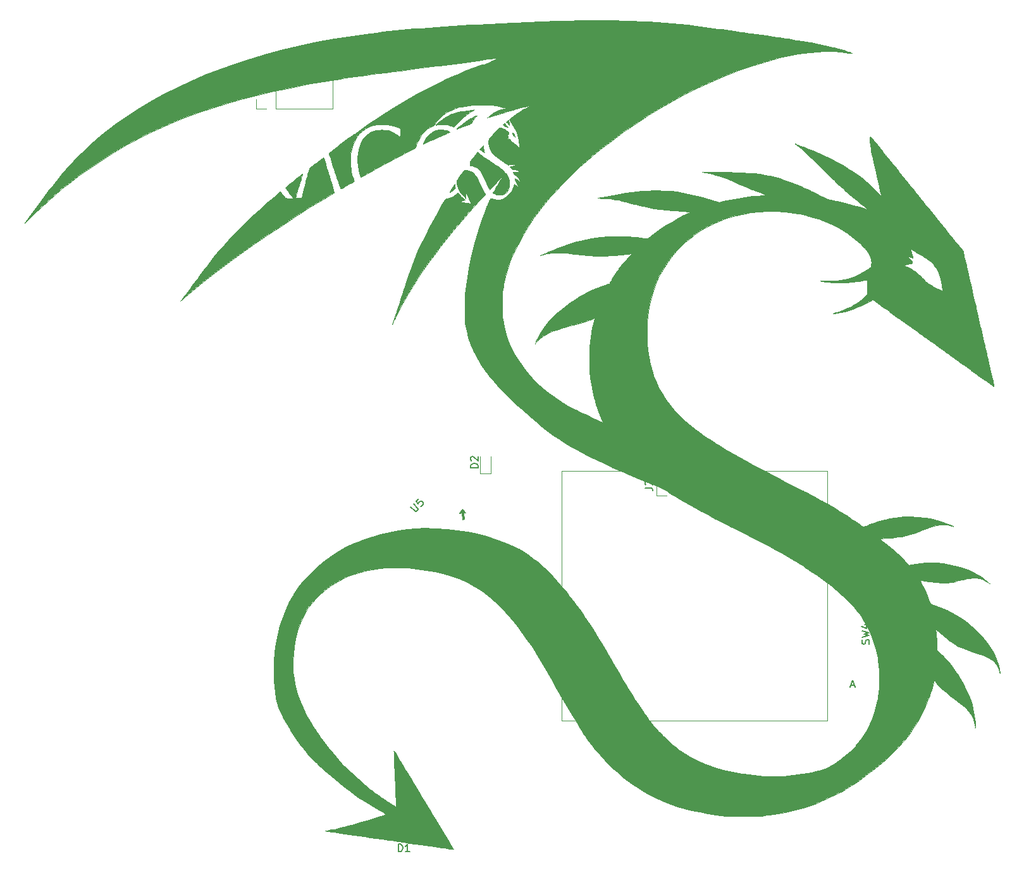
<source format=gbr>
G04 #@! TF.GenerationSoftware,KiCad,Pcbnew,5.1.2*
G04 #@! TF.CreationDate,2019-10-10T00:14:00-05:00*
G04 #@! TF.ProjectId,dragos,64726167-6f73-42e6-9b69-6361645f7063,rev?*
G04 #@! TF.SameCoordinates,Original*
G04 #@! TF.FileFunction,Legend,Top*
G04 #@! TF.FilePolarity,Positive*
%FSLAX46Y46*%
G04 Gerber Fmt 4.6, Leading zero omitted, Abs format (unit mm)*
G04 Created by KiCad (PCBNEW 5.1.2) date 2019-10-10 00:14:00*
%MOMM*%
%LPD*%
G04 APERTURE LIST*
%ADD10C,0.150000*%
%ADD11C,0.120000*%
%ADD12C,0.010000*%
%ADD13C,0.050000*%
%ADD14C,0.100000*%
G04 APERTURE END LIST*
D10*
X188761904Y-127166666D02*
X189238095Y-127166666D01*
X188666666Y-127452380D02*
X189000000Y-126452380D01*
X189333333Y-127452380D01*
D11*
X160651000Y-44250000D02*
G75*
G03X160651000Y-44250000I-1251000J0D01*
G01*
D12*
G36*
X155881089Y-38122555D02*
G01*
X156468643Y-38125201D01*
X157012295Y-38129397D01*
X157502155Y-38135190D01*
X157928334Y-38142628D01*
X158255666Y-38150964D01*
X159460456Y-38192158D01*
X160602232Y-38239939D01*
X161694822Y-38295508D01*
X162752050Y-38360065D01*
X163787744Y-38434811D01*
X164815730Y-38520947D01*
X165849833Y-38619674D01*
X166903880Y-38732193D01*
X167991697Y-38859704D01*
X169127110Y-39003408D01*
X170323945Y-39164506D01*
X170976833Y-39255785D01*
X171458426Y-39323801D01*
X171974267Y-39396499D01*
X172506096Y-39471315D01*
X173035655Y-39545688D01*
X173544686Y-39617053D01*
X174014929Y-39682847D01*
X174428127Y-39740507D01*
X174596333Y-39763915D01*
X175385130Y-39873730D01*
X176097472Y-39973284D01*
X176740805Y-40063679D01*
X177322572Y-40146018D01*
X177850220Y-40221404D01*
X178331194Y-40290940D01*
X178772939Y-40355727D01*
X179182901Y-40416869D01*
X179568525Y-40475467D01*
X179937256Y-40532625D01*
X180296540Y-40589445D01*
X180653821Y-40647029D01*
X181016546Y-40706481D01*
X181392159Y-40768902D01*
X181463603Y-40780854D01*
X181751422Y-40828251D01*
X182017013Y-40870478D01*
X182247142Y-40905551D01*
X182428572Y-40931487D01*
X182548070Y-40946301D01*
X182585436Y-40949031D01*
X182686605Y-40958347D01*
X182859818Y-40984814D01*
X183094687Y-41026257D01*
X183380825Y-41080499D01*
X183707845Y-41145367D01*
X184065360Y-41218685D01*
X184442981Y-41298278D01*
X184830321Y-41381971D01*
X185216993Y-41467589D01*
X185592610Y-41552957D01*
X185946783Y-41635899D01*
X186269125Y-41714242D01*
X186413604Y-41750623D01*
X186728124Y-41833210D01*
X187054248Y-41922928D01*
X187381810Y-42016589D01*
X187700646Y-42111005D01*
X188000588Y-42202990D01*
X188271473Y-42289355D01*
X188503132Y-42366914D01*
X188685402Y-42432479D01*
X188808117Y-42482862D01*
X188861110Y-42514876D01*
X188862460Y-42518452D01*
X188823650Y-42521989D01*
X188718308Y-42512929D01*
X188563333Y-42493091D01*
X188407583Y-42469496D01*
X187416411Y-42345128D01*
X186370856Y-42281885D01*
X185275166Y-42279817D01*
X184133590Y-42338968D01*
X183338166Y-42413645D01*
X183112052Y-42437623D01*
X182906233Y-42457718D01*
X182740302Y-42472138D01*
X182633854Y-42479093D01*
X182618500Y-42479456D01*
X182460226Y-42489475D01*
X182230544Y-42517239D01*
X181940360Y-42560670D01*
X181600579Y-42617692D01*
X181222106Y-42686225D01*
X180815848Y-42764192D01*
X180392710Y-42849516D01*
X179963597Y-42940119D01*
X179539414Y-43033923D01*
X179131069Y-43128850D01*
X178850833Y-43197265D01*
X177171401Y-43652233D01*
X175467305Y-44183156D01*
X173744332Y-44786987D01*
X172008268Y-45460681D01*
X170264901Y-46201190D01*
X168520017Y-47005469D01*
X166779405Y-47870471D01*
X165048851Y-48793151D01*
X163334141Y-49770461D01*
X161641064Y-50799356D01*
X159975407Y-51876790D01*
X158342956Y-52999715D01*
X156749498Y-54165087D01*
X155200821Y-55369858D01*
X154255166Y-56144036D01*
X153383887Y-56890602D01*
X152505439Y-57679672D01*
X151632437Y-58498763D01*
X150777495Y-59335395D01*
X149953229Y-60177084D01*
X149172251Y-61011349D01*
X148447178Y-61825708D01*
X148091808Y-62242666D01*
X147177510Y-63377827D01*
X146332469Y-64518567D01*
X145558156Y-65662067D01*
X144856043Y-66805508D01*
X144227600Y-67946072D01*
X143674300Y-69080940D01*
X143197613Y-70207293D01*
X142799010Y-71322314D01*
X142479962Y-72423182D01*
X142258420Y-73418666D01*
X142192113Y-73779678D01*
X142139329Y-74097604D01*
X142098592Y-74390012D01*
X142068429Y-74674467D01*
X142047365Y-74968535D01*
X142033926Y-75289783D01*
X142026638Y-75655776D01*
X142024027Y-76084082D01*
X142023932Y-76212666D01*
X142024646Y-76598691D01*
X142027186Y-76914265D01*
X142032266Y-77173599D01*
X142040602Y-77390903D01*
X142052909Y-77580385D01*
X142069902Y-77756256D01*
X142092297Y-77932725D01*
X142119818Y-78117666D01*
X142320652Y-79168861D01*
X142590000Y-80179565D01*
X142930584Y-81156066D01*
X143345128Y-82104654D01*
X143836354Y-83031616D01*
X144406983Y-83943242D01*
X144996950Y-84764000D01*
X145589745Y-85500713D01*
X146214215Y-86196253D01*
X146876811Y-86855685D01*
X147583985Y-87484076D01*
X148342188Y-88086492D01*
X149157872Y-88667997D01*
X150037488Y-89233658D01*
X150987488Y-89788542D01*
X152014323Y-90337713D01*
X152244333Y-90454812D01*
X152504081Y-90583960D01*
X152797501Y-90726440D01*
X153115230Y-90878005D01*
X153447907Y-91034411D01*
X153786169Y-91191414D01*
X154120655Y-91344768D01*
X154442002Y-91490230D01*
X154740850Y-91623554D01*
X155007837Y-91740496D01*
X155233600Y-91836811D01*
X155408778Y-91908254D01*
X155524008Y-91950581D01*
X155565564Y-91960666D01*
X155560685Y-91926488D01*
X155524295Y-91837049D01*
X155466693Y-91716624D01*
X155303086Y-91370111D01*
X155128459Y-90960507D01*
X154950007Y-90507403D01*
X154774925Y-90030394D01*
X154610409Y-89549071D01*
X154463655Y-89083026D01*
X154343648Y-88658666D01*
X154133951Y-87779079D01*
X153968363Y-86895044D01*
X153845051Y-85991171D01*
X153762187Y-85052072D01*
X153717937Y-84062359D01*
X153708957Y-83324666D01*
X153717983Y-82568620D01*
X153746707Y-81874934D01*
X153797522Y-81223092D01*
X153872820Y-80592575D01*
X153974993Y-79962866D01*
X154106432Y-79313446D01*
X154246009Y-78718250D01*
X154302191Y-78484252D01*
X154347675Y-78281509D01*
X154379797Y-78123053D01*
X154395899Y-78021915D01*
X154394554Y-77990666D01*
X154342799Y-78005261D01*
X154233939Y-78043929D01*
X154089360Y-78098999D01*
X154055185Y-78112434D01*
X153710945Y-78240128D01*
X153289583Y-78381871D01*
X152797135Y-78535791D01*
X152239637Y-78700020D01*
X151623122Y-78872688D01*
X151440000Y-78922494D01*
X150867754Y-79078834D01*
X150368895Y-79219057D01*
X149934341Y-79346213D01*
X149555008Y-79463350D01*
X149221815Y-79573518D01*
X148925678Y-79679765D01*
X148657517Y-79785142D01*
X148408248Y-79892696D01*
X148168788Y-80005478D01*
X148074500Y-80052343D01*
X147564031Y-80341226D01*
X147131270Y-80655043D01*
X146772077Y-80997056D01*
X146581177Y-81229166D01*
X146532223Y-81289964D01*
X146511904Y-81300361D01*
X146521993Y-81255366D01*
X146564262Y-81149990D01*
X146640481Y-80979241D01*
X146752423Y-80738128D01*
X146764985Y-80711370D01*
X147154001Y-79973013D01*
X147617555Y-79256273D01*
X148156895Y-78559908D01*
X148773274Y-77882676D01*
X149467941Y-77223333D01*
X150242147Y-76580639D01*
X151097144Y-75953351D01*
X152034182Y-75340226D01*
X152392500Y-75122336D01*
X152920575Y-74819425D01*
X153465466Y-74529615D01*
X154014269Y-74258658D01*
X154554086Y-74012306D01*
X155072013Y-73796309D01*
X155555150Y-73616419D01*
X155990596Y-73478387D01*
X156206503Y-73422060D01*
X156344609Y-73380738D01*
X156427592Y-73326572D01*
X156484709Y-73239775D01*
X156488919Y-73231078D01*
X156562508Y-73091657D01*
X156674781Y-72897629D01*
X156816230Y-72664005D01*
X156977350Y-72405793D01*
X157148636Y-72138002D01*
X157320581Y-71875643D01*
X157483680Y-71633723D01*
X157628426Y-71427252D01*
X157651501Y-71395418D01*
X157996235Y-70936960D01*
X158353796Y-70487539D01*
X158705961Y-70069474D01*
X159011555Y-69729561D01*
X159136494Y-69593403D01*
X159236310Y-69479912D01*
X159298854Y-69403192D01*
X159314000Y-69378392D01*
X159277677Y-69365972D01*
X159188969Y-69372252D01*
X159176416Y-69374277D01*
X159008964Y-69398061D01*
X158768878Y-69425443D01*
X158468067Y-69455475D01*
X158118444Y-69487212D01*
X157731918Y-69519709D01*
X157320399Y-69552019D01*
X156895799Y-69583198D01*
X156470027Y-69612300D01*
X156054994Y-69638379D01*
X155662611Y-69660489D01*
X155419333Y-69672565D01*
X155090172Y-69680985D01*
X154729418Y-69676432D01*
X154327613Y-69658294D01*
X153875299Y-69625958D01*
X153363018Y-69578810D01*
X152781313Y-69516239D01*
X152498333Y-69483356D01*
X152034699Y-69428669D01*
X151644089Y-69383405D01*
X151315488Y-69346681D01*
X151037882Y-69317614D01*
X150800258Y-69295322D01*
X150591601Y-69278923D01*
X150400898Y-69267533D01*
X150217134Y-69260271D01*
X150029296Y-69256254D01*
X149826369Y-69254599D01*
X149640833Y-69254385D01*
X149237058Y-69258188D01*
X148895767Y-69270574D01*
X148595009Y-69293838D01*
X148312837Y-69330272D01*
X148027299Y-69382170D01*
X147716448Y-69451825D01*
X147689843Y-69458230D01*
X147514209Y-69499652D01*
X147372854Y-69531026D01*
X147283501Y-69548534D01*
X147261374Y-69550485D01*
X147293625Y-69530132D01*
X147392428Y-69482194D01*
X147546198Y-69411698D01*
X147743352Y-69323668D01*
X147972307Y-69223132D01*
X148221479Y-69115114D01*
X148479285Y-69004642D01*
X148734142Y-68896741D01*
X148974466Y-68796436D01*
X149188673Y-68708755D01*
X149341480Y-68647937D01*
X150539468Y-68209239D01*
X151708392Y-67841735D01*
X152858577Y-67544144D01*
X154000345Y-67315185D01*
X155144019Y-67153577D01*
X156299925Y-67058038D01*
X157478383Y-67027288D01*
X158689719Y-67060046D01*
X159944256Y-67155030D01*
X160698829Y-67238505D01*
X160935814Y-67266989D01*
X161147472Y-67291349D01*
X161317664Y-67309812D01*
X161430254Y-67320604D01*
X161464517Y-67322666D01*
X161529151Y-67297502D01*
X161641532Y-67229495D01*
X161784253Y-67129873D01*
X161900021Y-67041726D01*
X162544329Y-66555783D01*
X163253680Y-66061240D01*
X164010713Y-65568929D01*
X164798064Y-65089680D01*
X165598369Y-64634324D01*
X166394265Y-64213693D01*
X166595333Y-64112841D01*
X167336166Y-63745500D01*
X166785833Y-63713293D01*
X166525162Y-63696744D01*
X166209352Y-63674592D01*
X165850536Y-63647859D01*
X165460846Y-63617570D01*
X165052416Y-63584750D01*
X164637379Y-63550423D01*
X164227867Y-63515613D01*
X163836014Y-63481345D01*
X163473952Y-63448643D01*
X163153815Y-63418532D01*
X162887735Y-63392036D01*
X162687845Y-63370178D01*
X162616000Y-63361241D01*
X162330276Y-63319084D01*
X162026180Y-63265659D01*
X161693787Y-63198724D01*
X161323170Y-63116037D01*
X160904404Y-63015356D01*
X160427563Y-62894440D01*
X159882722Y-62751046D01*
X159712214Y-62705376D01*
X159089243Y-62540185D01*
X158537508Y-62399128D01*
X158047620Y-62280484D01*
X157610189Y-62182535D01*
X157215830Y-62103561D01*
X156855152Y-62041843D01*
X156518769Y-61995660D01*
X156197291Y-61963294D01*
X155881331Y-61943024D01*
X155561501Y-61933132D01*
X155490789Y-61932189D01*
X154821412Y-61925166D01*
X155935289Y-61703377D01*
X156861391Y-61524564D01*
X157722301Y-61370345D01*
X158533096Y-61238378D01*
X159308852Y-61126321D01*
X160064646Y-61031833D01*
X160689833Y-60964851D01*
X160967138Y-60943701D01*
X161310498Y-60927631D01*
X161704258Y-60916556D01*
X162132763Y-60910388D01*
X162580358Y-60909042D01*
X163031389Y-60912429D01*
X163470201Y-60920465D01*
X163881138Y-60933062D01*
X164248546Y-60950133D01*
X164556770Y-60971593D01*
X164711500Y-60987090D01*
X165447681Y-61083711D01*
X166183871Y-61201629D01*
X166932781Y-61343607D01*
X167707121Y-61512409D01*
X168519603Y-61710800D01*
X169382938Y-61941542D01*
X170272032Y-62196250D01*
X171133565Y-62450109D01*
X171647866Y-62328238D01*
X172615620Y-62117155D01*
X173609478Y-61934958D01*
X174605802Y-61785131D01*
X175580952Y-61671162D01*
X176511289Y-61596534D01*
X176670666Y-61587626D01*
X176979952Y-61571509D01*
X177205978Y-61557060D01*
X177349970Y-61540377D01*
X177413150Y-61517560D01*
X177396744Y-61484708D01*
X177301975Y-61437922D01*
X177130068Y-61373300D01*
X176882246Y-61286943D01*
X176776500Y-61250410D01*
X176515176Y-61159086D01*
X176272711Y-61072010D01*
X176037937Y-60984652D01*
X175799686Y-60892486D01*
X175546789Y-60790983D01*
X175268078Y-60675617D01*
X174952384Y-60541858D01*
X174588540Y-60385180D01*
X174165377Y-60201054D01*
X173876666Y-60074778D01*
X173199217Y-59781932D01*
X172586990Y-59525966D01*
X172030639Y-59303662D01*
X171520818Y-59111801D01*
X171048178Y-58947165D01*
X170603373Y-58806536D01*
X170177057Y-58686696D01*
X169759883Y-58584427D01*
X169342503Y-58496510D01*
X169230947Y-58475260D01*
X168817833Y-58398207D01*
X169833833Y-58415147D01*
X170133355Y-58420012D01*
X170497516Y-58425717D01*
X170906292Y-58431961D01*
X171339664Y-58438444D01*
X171777609Y-58444863D01*
X172200106Y-58450918D01*
X172373833Y-58453359D01*
X173330769Y-58473387D01*
X174214088Y-58506957D01*
X175034045Y-58556057D01*
X175800898Y-58622671D01*
X176524902Y-58708785D01*
X177216313Y-58816386D01*
X177885389Y-58947457D01*
X178542385Y-59103987D01*
X179197559Y-59287959D01*
X179861165Y-59501359D01*
X180543462Y-59746174D01*
X181254704Y-60024389D01*
X181920000Y-60301544D01*
X182158769Y-60403231D01*
X182382598Y-60498133D01*
X182574885Y-60579244D01*
X182719027Y-60639556D01*
X182787833Y-60667845D01*
X182884239Y-60710919D01*
X183043642Y-60787073D01*
X183253978Y-60890217D01*
X183503183Y-61014266D01*
X183779190Y-61153130D01*
X184069935Y-61300724D01*
X184363353Y-61450958D01*
X184647379Y-61597746D01*
X184909948Y-61735000D01*
X185056218Y-61812398D01*
X185242898Y-61910093D01*
X185396565Y-61984186D01*
X185538045Y-62041687D01*
X185688163Y-62089606D01*
X185867746Y-62134952D01*
X186097619Y-62184737D01*
X186262718Y-62218514D01*
X186899473Y-62352483D01*
X187543267Y-62497228D01*
X188180129Y-62649172D01*
X188796085Y-62804734D01*
X189377166Y-62960336D01*
X189909398Y-63112398D01*
X190378810Y-63257341D01*
X190584584Y-63325680D01*
X190810374Y-63399992D01*
X190960062Y-63442279D01*
X191035829Y-63452771D01*
X191039858Y-63431694D01*
X190974328Y-63379277D01*
X190951465Y-63364001D01*
X190881964Y-63313635D01*
X190759624Y-63220071D01*
X190597392Y-63093409D01*
X190408212Y-62943748D01*
X190225130Y-62797350D01*
X190018355Y-62631241D01*
X189822995Y-62474440D01*
X189653209Y-62338301D01*
X189523156Y-62234177D01*
X189454229Y-62179166D01*
X189341919Y-62088008D01*
X189181276Y-61955183D01*
X188988251Y-61794122D01*
X188778798Y-61618255D01*
X188568869Y-61441013D01*
X188374416Y-61275826D01*
X188211392Y-61136125D01*
X188098338Y-61037636D01*
X187980658Y-60933529D01*
X187824703Y-60795741D01*
X187655719Y-60646571D01*
X187569483Y-60570500D01*
X187451345Y-60463084D01*
X187279073Y-60301834D01*
X187058626Y-60092556D01*
X186795961Y-59841060D01*
X186497037Y-59553153D01*
X186167812Y-59234645D01*
X185814244Y-58891344D01*
X185442291Y-58529058D01*
X185057912Y-58153596D01*
X184667065Y-57770765D01*
X184275709Y-57386375D01*
X183889800Y-57006234D01*
X183515298Y-56636150D01*
X183158161Y-56281932D01*
X182824346Y-55949388D01*
X182639773Y-55764728D01*
X182371118Y-55506846D01*
X182086876Y-55253957D01*
X181807760Y-55023562D01*
X181554479Y-54833160D01*
X181464916Y-54772036D01*
X181362652Y-54702365D01*
X181297473Y-54653277D01*
X181285000Y-54640094D01*
X181320773Y-54648823D01*
X181415754Y-54684149D01*
X181551429Y-54739077D01*
X181591916Y-54756056D01*
X181794012Y-54841398D01*
X182016111Y-54935175D01*
X182189726Y-55008472D01*
X182350048Y-55072319D01*
X182495151Y-55123507D01*
X182594620Y-55151337D01*
X182597333Y-55151833D01*
X182705683Y-55182487D01*
X182880013Y-55246428D01*
X183110275Y-55339681D01*
X183386423Y-55458270D01*
X183507500Y-55511918D01*
X183637685Y-55568754D01*
X183806362Y-55640672D01*
X183952000Y-55701682D01*
X184273329Y-55838575D01*
X184640787Y-56001239D01*
X185038915Y-56182338D01*
X185452255Y-56374537D01*
X185865348Y-56570502D01*
X186262736Y-56762897D01*
X186628960Y-56944388D01*
X186948563Y-57107639D01*
X187206085Y-57245315D01*
X187211666Y-57248406D01*
X187815348Y-57593955D01*
X188406830Y-57953505D01*
X188970444Y-58316871D01*
X189490524Y-58673864D01*
X189951404Y-59014298D01*
X190069166Y-59106423D01*
X190405290Y-59383014D01*
X190778952Y-59707452D01*
X191172566Y-60063324D01*
X191568542Y-60434214D01*
X191949293Y-60803709D01*
X192297231Y-61155395D01*
X192537370Y-61409878D01*
X192665636Y-61544528D01*
X192745301Y-61615603D01*
X192780133Y-61626058D01*
X192780208Y-61600378D01*
X192764321Y-61527456D01*
X192734619Y-61387486D01*
X192694439Y-61196332D01*
X192647117Y-60969856D01*
X192608076Y-60782166D01*
X192551267Y-60511813D01*
X192493162Y-60242693D01*
X192430592Y-59960880D01*
X192360387Y-59652449D01*
X192279377Y-59303473D01*
X192184394Y-58900026D01*
X192073337Y-58432666D01*
X191916793Y-57765552D01*
X191774663Y-57138534D01*
X191648440Y-56558780D01*
X191539618Y-56033454D01*
X191449690Y-55569724D01*
X191380151Y-55174754D01*
X191341278Y-54920837D01*
X191311249Y-54667095D01*
X191290481Y-54411998D01*
X191279364Y-54172028D01*
X191278287Y-53963666D01*
X191287638Y-53803395D01*
X191307808Y-53707698D01*
X191312433Y-53698891D01*
X191344148Y-53700380D01*
X191411147Y-53755535D01*
X191517012Y-53868155D01*
X191665322Y-54042038D01*
X191851167Y-54270391D01*
X192009640Y-54467626D01*
X192150013Y-54641687D01*
X192263678Y-54781956D01*
X192342030Y-54877813D01*
X192376463Y-54918639D01*
X192376828Y-54919000D01*
X192409064Y-54957246D01*
X192485500Y-55051149D01*
X192597604Y-55190129D01*
X192736842Y-55363603D01*
X192894681Y-55560991D01*
X192905995Y-55575166D01*
X193064767Y-55773801D01*
X193205480Y-55949251D01*
X193319611Y-56090938D01*
X193398637Y-56188281D01*
X193434032Y-56230701D01*
X193434648Y-56231333D01*
X193466780Y-56269532D01*
X193543228Y-56363300D01*
X193655448Y-56502069D01*
X193794895Y-56675270D01*
X193953025Y-56872336D01*
X193964182Y-56886263D01*
X194127532Y-57090019D01*
X194276774Y-57275851D01*
X194402235Y-57431741D01*
X194494246Y-57545675D01*
X194543135Y-57605635D01*
X194543380Y-57605929D01*
X194594421Y-57668285D01*
X194687242Y-57782684D01*
X194810565Y-57935190D01*
X194953111Y-58111865D01*
X195023980Y-58199833D01*
X195183467Y-58397851D01*
X195379256Y-58640864D01*
X195594496Y-58907964D01*
X195812338Y-59178241D01*
X196010766Y-59424378D01*
X196220777Y-59684853D01*
X196450056Y-59969234D01*
X196680078Y-60254543D01*
X196892316Y-60517801D01*
X197054166Y-60718564D01*
X197250302Y-60961748D01*
X197469688Y-61233575D01*
X197689486Y-61505755D01*
X197886856Y-61750003D01*
X197945356Y-61822352D01*
X198103800Y-62018580D01*
X198299577Y-62261537D01*
X198517108Y-62531858D01*
X198740812Y-62810180D01*
X198955106Y-63077137D01*
X198998837Y-63131666D01*
X199186391Y-63365278D01*
X199365705Y-63588072D01*
X199526857Y-63787765D01*
X199659924Y-63952069D01*
X199754985Y-64068700D01*
X199785191Y-64105333D01*
X199870498Y-64209064D01*
X199993828Y-64360497D01*
X200140267Y-64541255D01*
X200294902Y-64732963D01*
X200334877Y-64782666D01*
X200488248Y-64973307D01*
X200678438Y-65209439D01*
X200889041Y-65470709D01*
X201103652Y-65736764D01*
X201303167Y-65983912D01*
X201476206Y-66198328D01*
X201690214Y-66463774D01*
X201933133Y-66765278D01*
X202192903Y-67087867D01*
X202457466Y-67416570D01*
X202714762Y-67736412D01*
X202815257Y-67861389D01*
X203750348Y-69024453D01*
X203907740Y-69729309D01*
X203972120Y-70015945D01*
X204041977Y-70324172D01*
X204110280Y-70623139D01*
X204169998Y-70881996D01*
X204188956Y-70963333D01*
X204234520Y-71159173D01*
X204296343Y-71426584D01*
X204371912Y-71754579D01*
X204458713Y-72132168D01*
X204554230Y-72548364D01*
X204655949Y-72992180D01*
X204761355Y-73452628D01*
X204867935Y-73918719D01*
X204973174Y-74379465D01*
X205074556Y-74823879D01*
X205169569Y-75240973D01*
X205255697Y-75619759D01*
X205330425Y-75949249D01*
X205370842Y-76128000D01*
X205439953Y-76433462D01*
X205509933Y-76741550D01*
X205576242Y-77032363D01*
X205634338Y-77285999D01*
X205679682Y-77482555D01*
X205689556Y-77525000D01*
X205752772Y-77797094D01*
X205831200Y-78136418D01*
X205921327Y-78527631D01*
X206019638Y-78955393D01*
X206122620Y-79404362D01*
X206226760Y-79859198D01*
X206328544Y-80304561D01*
X206424458Y-80725110D01*
X206510988Y-81105505D01*
X206584621Y-81430405D01*
X206620400Y-81589000D01*
X206683182Y-81867307D01*
X206743741Y-82134587D01*
X206798149Y-82373590D01*
X206842475Y-82567061D01*
X206872793Y-82697750D01*
X206875880Y-82710833D01*
X206904419Y-82832661D01*
X206947689Y-83019060D01*
X207001538Y-83252064D01*
X207061813Y-83513709D01*
X207124364Y-83786032D01*
X207125351Y-83790333D01*
X207187880Y-84062942D01*
X207264321Y-84396114D01*
X207349635Y-84767891D01*
X207438782Y-85156318D01*
X207526725Y-85539437D01*
X207592496Y-85825921D01*
X207663266Y-86136437D01*
X207727389Y-86422179D01*
X207782481Y-86672168D01*
X207826157Y-86875424D01*
X207856031Y-87020966D01*
X207869719Y-87097815D01*
X207870333Y-87105086D01*
X207867937Y-87125493D01*
X207855646Y-87133792D01*
X207825807Y-87125057D01*
X207770767Y-87094360D01*
X207682873Y-87036774D01*
X207554470Y-86947370D01*
X207377907Y-86821222D01*
X207145529Y-86653403D01*
X206960166Y-86519087D01*
X206787895Y-86394595D01*
X206624982Y-86277568D01*
X206493273Y-86183663D01*
X206431000Y-86139833D01*
X206333182Y-86070772D01*
X206189541Y-85968092D01*
X206022704Y-85848005D01*
X205916012Y-85770813D01*
X205768595Y-85664105D01*
X205569289Y-85520099D01*
X205334929Y-85350945D01*
X205082352Y-85168794D01*
X204828392Y-84985796D01*
X204773012Y-84945913D01*
X204501331Y-84750221D01*
X204184377Y-84521823D01*
X203845523Y-84277571D01*
X203508144Y-84034313D01*
X203195616Y-83808900D01*
X203107833Y-83745568D01*
X202833842Y-83547931D01*
X202551942Y-83344678D01*
X202278969Y-83147941D01*
X202031759Y-82969855D01*
X201827147Y-82822550D01*
X201739248Y-82759321D01*
X201512983Y-82596527D01*
X201250494Y-82407497D01*
X200984188Y-82215579D01*
X200746472Y-82044119D01*
X200744414Y-82042634D01*
X200510057Y-81873579D01*
X200310491Y-81729868D01*
X200124277Y-81596120D01*
X199929973Y-81456954D01*
X199706136Y-81296987D01*
X199479695Y-81135351D01*
X199323318Y-81023240D01*
X199127519Y-80882111D01*
X198921259Y-80732867D01*
X198788550Y-80636500D01*
X198615656Y-80510948D01*
X198456473Y-80395756D01*
X198330022Y-80304664D01*
X198261135Y-80255500D01*
X198185937Y-80201829D01*
X198057120Y-80109213D01*
X197889611Y-79988411D01*
X197698334Y-79850180D01*
X197585709Y-79768666D01*
X197354028Y-79601176D01*
X197105360Y-79421882D01*
X196865832Y-79249594D01*
X196661570Y-79103120D01*
X196615476Y-79070166D01*
X196444696Y-78947940D01*
X196215889Y-78783817D01*
X195939687Y-78585443D01*
X195626719Y-78360465D01*
X195287616Y-78116531D01*
X194933008Y-77861288D01*
X194573526Y-77602383D01*
X194219800Y-77347463D01*
X193882460Y-77104176D01*
X193858000Y-77086527D01*
X193612342Y-76909303D01*
X193332159Y-76707221D01*
X193051580Y-76504892D01*
X192804731Y-76326930D01*
X192799666Y-76323279D01*
X192588003Y-76170399D01*
X192374628Y-76015743D01*
X192180979Y-75874883D01*
X192028491Y-75763391D01*
X191995333Y-75738998D01*
X191861348Y-75644110D01*
X191750700Y-75572853D01*
X191682798Y-75537524D01*
X191674492Y-75535740D01*
X191625805Y-75553824D01*
X191511860Y-75605008D01*
X191343040Y-75684351D01*
X191129726Y-75786911D01*
X190882302Y-75907747D01*
X190616159Y-76039424D01*
X190010454Y-76330959D01*
X189454159Y-76576335D01*
X188930097Y-76781692D01*
X188421093Y-76953167D01*
X187909973Y-77096901D01*
X187379561Y-77219031D01*
X187232833Y-77248701D01*
X187021591Y-77287494D01*
X186816165Y-77320332D01*
X186631470Y-77345443D01*
X186482423Y-77361051D01*
X186383942Y-77365383D01*
X186350942Y-77356664D01*
X186353394Y-77353305D01*
X186405058Y-77330151D01*
X186520516Y-77289852D01*
X186682088Y-77238296D01*
X186851833Y-77187281D01*
X187328780Y-77033571D01*
X187818676Y-76849721D01*
X188301932Y-76644508D01*
X188758958Y-76426710D01*
X189170164Y-76205105D01*
X189494478Y-76003164D01*
X190071728Y-75567973D01*
X190605764Y-75085158D01*
X190930695Y-74766192D01*
X190924968Y-74103013D01*
X190925186Y-73846330D01*
X190929688Y-73593269D01*
X190937763Y-73367879D01*
X190948695Y-73194216D01*
X190953305Y-73148030D01*
X190987368Y-72856227D01*
X190803434Y-72886015D01*
X190502757Y-72932475D01*
X190156506Y-72982260D01*
X189781163Y-73033325D01*
X189393210Y-73083625D01*
X189009130Y-73131112D01*
X188645407Y-73173743D01*
X188318523Y-73209470D01*
X188044960Y-73236248D01*
X187867833Y-73250369D01*
X187361586Y-73268136D01*
X186803849Y-73260436D01*
X186223412Y-73228693D01*
X185649067Y-73174333D01*
X185246534Y-73120632D01*
X185041435Y-73088274D01*
X184868482Y-73058855D01*
X184743896Y-73035291D01*
X184683903Y-73020499D01*
X184681195Y-73018973D01*
X184716154Y-73013902D01*
X184824221Y-73009700D01*
X184993839Y-73006543D01*
X185213451Y-73004609D01*
X185471501Y-73004074D01*
X185630327Y-73004459D01*
X186275081Y-72996599D01*
X186853016Y-72965694D01*
X187379524Y-72908933D01*
X187869998Y-72823510D01*
X188339831Y-72706616D01*
X188804416Y-72555442D01*
X189279145Y-72367179D01*
X189391833Y-72318139D01*
X189670877Y-72188410D01*
X189960799Y-72042170D01*
X190251086Y-71885846D01*
X190531227Y-71725865D01*
X190790708Y-71568654D01*
X191019018Y-71420640D01*
X191205644Y-71288249D01*
X191340075Y-71177908D01*
X191411798Y-71096045D01*
X191419365Y-71078557D01*
X191444003Y-70939138D01*
X195830658Y-70939138D01*
X195833897Y-70970585D01*
X195847666Y-70976489D01*
X196268877Y-71127251D01*
X196658820Y-71306798D01*
X197031375Y-71524223D01*
X197400421Y-71788621D01*
X197779839Y-72109085D01*
X198183509Y-72494709D01*
X198218333Y-72529722D01*
X198493260Y-72802591D01*
X198729022Y-73024811D01*
X198941942Y-73209683D01*
X199148341Y-73370509D01*
X199364543Y-73520589D01*
X199606871Y-73673225D01*
X199663645Y-73707471D01*
X199802675Y-73787343D01*
X199979362Y-73883756D01*
X200178785Y-73989158D01*
X200386023Y-74095993D01*
X200586155Y-74196706D01*
X200764258Y-74283745D01*
X200905413Y-74349553D01*
X200994698Y-74386576D01*
X201015591Y-74391944D01*
X201015484Y-74352594D01*
X201001033Y-74242557D01*
X200974232Y-74074220D01*
X200937078Y-73859970D01*
X200891565Y-73612196D01*
X200880977Y-73556250D01*
X200794393Y-73118088D01*
X200713713Y-72749926D01*
X200634863Y-72437688D01*
X200553763Y-72167297D01*
X200466338Y-71924676D01*
X200368511Y-71695749D01*
X200301712Y-71556264D01*
X200206934Y-71374778D01*
X200114013Y-71223155D01*
X200006859Y-71079957D01*
X199869382Y-70923746D01*
X199685492Y-70733084D01*
X199678833Y-70726347D01*
X199431055Y-70482705D01*
X199211133Y-70284861D01*
X198994905Y-70114216D01*
X198758210Y-69952169D01*
X198476886Y-69780121D01*
X198365503Y-69715307D01*
X197925966Y-69458865D01*
X197543920Y-69229701D01*
X197226376Y-69032060D01*
X197075333Y-68934084D01*
X196913367Y-68826770D01*
X196810892Y-68762349D01*
X196755757Y-68738594D01*
X196735810Y-68753279D01*
X196738900Y-68804176D01*
X196750616Y-68874575D01*
X196776063Y-68990315D01*
X196821330Y-69157355D01*
X196878437Y-69347021D01*
X196905230Y-69430166D01*
X196960331Y-69601655D01*
X197003497Y-69744154D01*
X197028817Y-69837713D01*
X197033000Y-69861440D01*
X197017922Y-69892028D01*
X196966211Y-69900209D01*
X196868148Y-69884118D01*
X196714016Y-69841887D01*
X196494095Y-69771652D01*
X196398000Y-69739507D01*
X196210237Y-69676921D01*
X196054775Y-69626480D01*
X195947328Y-69593187D01*
X195903611Y-69582040D01*
X195903399Y-69582134D01*
X195933134Y-69605597D01*
X196019148Y-69662320D01*
X196145267Y-69741759D01*
X196199733Y-69775334D01*
X196473326Y-69951622D01*
X196676532Y-70104370D01*
X196817306Y-70242144D01*
X196903605Y-70373505D01*
X196943388Y-70507016D01*
X196948333Y-70580973D01*
X196933399Y-70638677D01*
X196873535Y-70663367D01*
X196789583Y-70667625D01*
X196649717Y-70678375D01*
X196486454Y-70706457D01*
X196314407Y-70747080D01*
X196148191Y-70795451D01*
X196002419Y-70846779D01*
X195891703Y-70896272D01*
X195830658Y-70939138D01*
X191444003Y-70939138D01*
X191461566Y-70839757D01*
X191474537Y-70560758D01*
X191457995Y-70280930D01*
X191426498Y-70096105D01*
X191348039Y-69848750D01*
X191227195Y-69570641D01*
X191213636Y-69545166D01*
X195805333Y-69545166D01*
X195826500Y-69566333D01*
X195847666Y-69545166D01*
X195826500Y-69524000D01*
X195805333Y-69545166D01*
X191213636Y-69545166D01*
X191191102Y-69502833D01*
X195720666Y-69502833D01*
X195741833Y-69524000D01*
X195763000Y-69502833D01*
X195741833Y-69481666D01*
X195720666Y-69502833D01*
X191191102Y-69502833D01*
X191079362Y-69292913D01*
X190919936Y-69046697D01*
X190883617Y-68998275D01*
X190774982Y-68867846D01*
X190621158Y-68696187D01*
X190438303Y-68500420D01*
X190242574Y-68297665D01*
X190050130Y-68105045D01*
X189942166Y-68000703D01*
X189145730Y-67300911D01*
X188288822Y-66655973D01*
X187378560Y-66069749D01*
X186422061Y-65546100D01*
X185426442Y-65088888D01*
X184398821Y-64701973D01*
X183346314Y-64389217D01*
X183230752Y-64359863D01*
X183025102Y-64306931D01*
X182845209Y-64257728D01*
X182709331Y-64217450D01*
X182635726Y-64191289D01*
X182632560Y-64189685D01*
X182544936Y-64158641D01*
X182386296Y-64119138D01*
X182169582Y-64073642D01*
X181907737Y-64024620D01*
X181613702Y-63974537D01*
X181300420Y-63925859D01*
X181090291Y-63895823D01*
X179915716Y-63766266D01*
X178736064Y-63699166D01*
X177563942Y-63694217D01*
X176411959Y-63751114D01*
X175292720Y-63869554D01*
X174218833Y-64049231D01*
X174148690Y-64063477D01*
X172987816Y-64340867D01*
X171874615Y-64687051D01*
X170804650Y-65104094D01*
X169773482Y-65594061D01*
X168776671Y-66159017D01*
X167809781Y-66801027D01*
X167078235Y-67352865D01*
X166834710Y-67557086D01*
X166552334Y-67811457D01*
X166246220Y-68100889D01*
X165931482Y-68410291D01*
X165623232Y-68724572D01*
X165336584Y-69028643D01*
X165086651Y-69307413D01*
X164913405Y-69514403D01*
X164229986Y-70429270D01*
X163624247Y-71368048D01*
X163094776Y-72334403D01*
X162640166Y-73331997D01*
X162259004Y-74364497D01*
X161949882Y-75435564D01*
X161711389Y-76548864D01*
X161542116Y-77708061D01*
X161470561Y-78461200D01*
X161453357Y-78763333D01*
X161442191Y-79126910D01*
X161436786Y-79535566D01*
X161436865Y-79972938D01*
X161442153Y-80422660D01*
X161452372Y-80868368D01*
X161467247Y-81293697D01*
X161486501Y-81682283D01*
X161509857Y-82017762D01*
X161534842Y-82266333D01*
X161680752Y-83242369D01*
X161871447Y-84160869D01*
X162111299Y-85038693D01*
X162404680Y-85892702D01*
X162604005Y-86390692D01*
X163000622Y-87260447D01*
X163438267Y-88078409D01*
X163923526Y-88853231D01*
X164462987Y-89593566D01*
X165063238Y-90308069D01*
X165730865Y-91005392D01*
X166472456Y-91694189D01*
X166955166Y-92106570D01*
X167439797Y-92502348D01*
X167924465Y-92884507D01*
X168415122Y-93256820D01*
X168917716Y-93623065D01*
X169438197Y-93987017D01*
X169982515Y-94352450D01*
X170556618Y-94723141D01*
X171166457Y-95102865D01*
X171817981Y-95495396D01*
X172517140Y-95904512D01*
X173269882Y-96333986D01*
X174082158Y-96787595D01*
X174959917Y-97269113D01*
X175845166Y-97747944D01*
X176191680Y-97933680D01*
X176573808Y-98137425D01*
X176985449Y-98355998D01*
X177420500Y-98586218D01*
X177872860Y-98824904D01*
X178336428Y-99068873D01*
X178805102Y-99314945D01*
X179272779Y-99559939D01*
X179733359Y-99800672D01*
X180180740Y-100033964D01*
X180608819Y-100256632D01*
X181011496Y-100465497D01*
X181382669Y-100657376D01*
X181716236Y-100829087D01*
X182006095Y-100977450D01*
X182246145Y-101099284D01*
X182430284Y-101191406D01*
X182552411Y-101250635D01*
X182606423Y-101273790D01*
X182607873Y-101274000D01*
X182661439Y-101293762D01*
X182778637Y-101349452D01*
X182949202Y-101435677D01*
X183162869Y-101547044D01*
X183409371Y-101678158D01*
X183678444Y-101823625D01*
X183959822Y-101978054D01*
X184163666Y-102091425D01*
X184372817Y-102208303D01*
X184572899Y-102319880D01*
X184743778Y-102414946D01*
X184865325Y-102482289D01*
X184883333Y-102492209D01*
X185366085Y-102763189D01*
X185899986Y-103072682D01*
X186470660Y-103411747D01*
X187063734Y-103771440D01*
X187664832Y-104142821D01*
X188259579Y-104516947D01*
X188833599Y-104884876D01*
X189372518Y-105237666D01*
X189861960Y-105566374D01*
X190190763Y-105793715D01*
X190397026Y-105938558D01*
X190741096Y-105802292D01*
X190986319Y-105708750D01*
X191282256Y-105601554D01*
X191612141Y-105486262D01*
X191959212Y-105368430D01*
X192306705Y-105253616D01*
X192637858Y-105147377D01*
X192935905Y-105055269D01*
X193184085Y-104982850D01*
X193329043Y-104944396D01*
X193975652Y-104801293D01*
X194608977Y-104695811D01*
X195253410Y-104625161D01*
X195933344Y-104586559D01*
X196546166Y-104576860D01*
X197643212Y-104616264D01*
X198712225Y-104735007D01*
X199756361Y-104933719D01*
X200778779Y-105213028D01*
X201782635Y-105573563D01*
X201995383Y-105661342D01*
X202204712Y-105752566D01*
X202345917Y-105820125D01*
X202417099Y-105862253D01*
X202416360Y-105877183D01*
X202341803Y-105863147D01*
X202191528Y-105818378D01*
X202149299Y-105804619D01*
X201689620Y-105691293D01*
X201200062Y-105645703D01*
X200676319Y-105668150D01*
X200114080Y-105758935D01*
X199509036Y-105918359D01*
X199234333Y-106008192D01*
X199082656Y-106062769D01*
X198871229Y-106142045D01*
X198618739Y-106238848D01*
X198343873Y-106346004D01*
X198065319Y-106456339D01*
X198027833Y-106471334D01*
X197646435Y-106622288D01*
X197304088Y-106752660D01*
X196989753Y-106864877D01*
X196692390Y-106961368D01*
X196400957Y-107044562D01*
X196104416Y-107116887D01*
X195791724Y-107180772D01*
X195451844Y-107238646D01*
X195073733Y-107292936D01*
X194646352Y-107346073D01*
X194158661Y-107400483D01*
X193599619Y-107458596D01*
X193488739Y-107469821D01*
X192590311Y-107560500D01*
X192891415Y-107793333D01*
X193042333Y-107911138D01*
X193207785Y-108042067D01*
X193372848Y-108174092D01*
X193522601Y-108295187D01*
X193642119Y-108393323D01*
X193716482Y-108456474D01*
X193731000Y-108470024D01*
X193770198Y-108504295D01*
X193860918Y-108580935D01*
X193989407Y-108688390D01*
X194133166Y-108807859D01*
X194538291Y-109147336D01*
X194888832Y-109450110D01*
X195198668Y-109729292D01*
X195481678Y-109997991D01*
X195751741Y-110269316D01*
X196022737Y-110556377D01*
X196253475Y-110810570D01*
X196510082Y-111097306D01*
X196824457Y-111030729D01*
X197469030Y-110911086D01*
X198129293Y-110820063D01*
X198784717Y-110759331D01*
X199414772Y-110730560D01*
X199998929Y-110735422D01*
X200264329Y-110750752D01*
X201047719Y-110834184D01*
X201835902Y-110962568D01*
X202615007Y-111132008D01*
X203371167Y-111338608D01*
X204090511Y-111578470D01*
X204759171Y-111847698D01*
X205363277Y-112142396D01*
X205512459Y-112225220D01*
X205820254Y-112408874D01*
X206128731Y-112607132D01*
X206424391Y-112810211D01*
X206693733Y-113008330D01*
X206923257Y-113191708D01*
X207099462Y-113350564D01*
X207171833Y-113427517D01*
X207256500Y-113526618D01*
X207150666Y-113455231D01*
X207056450Y-113391584D01*
X206926313Y-113303557D01*
X206833166Y-113240500D01*
X206593251Y-113102266D01*
X206308378Y-112975036D01*
X206018095Y-112875048D01*
X205833741Y-112830129D01*
X205599054Y-112801552D01*
X205310137Y-112790622D01*
X204995463Y-112796839D01*
X204683502Y-112819706D01*
X204424682Y-112854790D01*
X204269414Y-112885007D01*
X204050638Y-112931818D01*
X203786920Y-112991031D01*
X203496827Y-113058454D01*
X203198925Y-113129895D01*
X203112348Y-113151104D01*
X202680672Y-113254395D01*
X202313195Y-113334192D01*
X201993260Y-113392109D01*
X201704207Y-113429760D01*
X201429378Y-113448759D01*
X201152114Y-113450720D01*
X200855758Y-113437257D01*
X200523651Y-113409985D01*
X200481822Y-113405979D01*
X200194014Y-113376337D01*
X199866275Y-113339669D01*
X199516486Y-113298240D01*
X199162526Y-113254317D01*
X198822273Y-113210164D01*
X198513606Y-113168047D01*
X198254405Y-113130232D01*
X198071240Y-113100527D01*
X197902981Y-113070835D01*
X197984492Y-113194334D01*
X198089935Y-113366708D01*
X198220325Y-113599593D01*
X198366844Y-113875859D01*
X198520672Y-114178375D01*
X198672990Y-114490011D01*
X198814982Y-114793635D01*
X198865279Y-114905333D01*
X198953633Y-115114324D01*
X199054906Y-115369874D01*
X199156069Y-115637950D01*
X199244094Y-115884517D01*
X199272800Y-115969783D01*
X199365263Y-116251067D01*
X199818381Y-116407396D01*
X200731899Y-116745435D01*
X201572799Y-117105579D01*
X202351533Y-117493560D01*
X203078552Y-117915110D01*
X203764306Y-118375965D01*
X204419248Y-118881856D01*
X204589500Y-119024646D01*
X205362566Y-119717565D01*
X206052314Y-120407367D01*
X206659947Y-121095861D01*
X207186669Y-121784856D01*
X207633686Y-122476163D01*
X208002200Y-123171592D01*
X208293417Y-123872952D01*
X208508540Y-124582053D01*
X208612035Y-125069933D01*
X208641256Y-125252364D01*
X208660186Y-125402761D01*
X208668937Y-125512295D01*
X208667623Y-125572137D01*
X208656360Y-125573458D01*
X208635261Y-125507429D01*
X208607985Y-125383264D01*
X208504971Y-124991641D01*
X208356062Y-124650429D01*
X208148494Y-124335503D01*
X207909959Y-124063810D01*
X207731475Y-123894532D01*
X207533253Y-123736541D01*
X207307344Y-123585965D01*
X207045796Y-123438936D01*
X206740660Y-123291583D01*
X206383986Y-123140037D01*
X205967822Y-122980429D01*
X205484219Y-122808889D01*
X204991666Y-122643381D01*
X204509557Y-122482353D01*
X204098908Y-122339948D01*
X203749593Y-122212158D01*
X203451489Y-122094971D01*
X203194471Y-121984377D01*
X202968412Y-121876365D01*
X202763189Y-121766926D01*
X202726833Y-121746280D01*
X202500059Y-121604016D01*
X202215091Y-121404120D01*
X201874135Y-121148289D01*
X201479401Y-120838221D01*
X201033094Y-120475612D01*
X200555446Y-120077354D01*
X200355385Y-119911012D01*
X200211730Y-119797452D01*
X200118289Y-119732444D01*
X200068873Y-119711760D01*
X200057291Y-119731171D01*
X200058589Y-119737944D01*
X200083126Y-119873791D01*
X200110085Y-120077843D01*
X200137993Y-120333726D01*
X200165374Y-120625068D01*
X200190755Y-120935494D01*
X200212661Y-121248634D01*
X200229618Y-121548112D01*
X200236973Y-121719018D01*
X200264090Y-122457871D01*
X200519005Y-122692685D01*
X200671937Y-122837547D01*
X200855458Y-123017572D01*
X201055475Y-123218288D01*
X201257895Y-123425223D01*
X201448627Y-123623908D01*
X201613578Y-123799870D01*
X201738656Y-123938639D01*
X201781349Y-123988956D01*
X201896838Y-124130259D01*
X202023392Y-124285383D01*
X202070666Y-124343415D01*
X202189671Y-124496873D01*
X202342648Y-124704993D01*
X202517990Y-124951084D01*
X202704090Y-125218458D01*
X202889340Y-125490424D01*
X203062134Y-125750293D01*
X203210863Y-125981375D01*
X203220464Y-125996666D01*
X203617795Y-126668827D01*
X203988905Y-127371921D01*
X204325242Y-128087164D01*
X204618260Y-128795774D01*
X204859407Y-129478967D01*
X204964244Y-129827833D01*
X205076010Y-130266633D01*
X205174192Y-130730837D01*
X205255620Y-131199807D01*
X205317123Y-131652905D01*
X205355531Y-132069494D01*
X205367675Y-132428936D01*
X205367445Y-132452500D01*
X205362960Y-132791166D01*
X205307599Y-132452500D01*
X205235379Y-132084462D01*
X205142893Y-131768626D01*
X205018251Y-131475201D01*
X204849564Y-131174394D01*
X204714549Y-130966539D01*
X204559419Y-130753143D01*
X204378783Y-130536663D01*
X204166274Y-130311326D01*
X203915527Y-130071362D01*
X203620177Y-129811000D01*
X203273858Y-129524469D01*
X202870206Y-129205998D01*
X202402854Y-128849817D01*
X202269640Y-128749960D01*
X201857734Y-128436134D01*
X201475836Y-128133346D01*
X201131144Y-127847817D01*
X200830854Y-127585771D01*
X200582161Y-127353427D01*
X200392262Y-127157008D01*
X200300867Y-127047769D01*
X200188962Y-126898755D01*
X200072176Y-126739580D01*
X200032622Y-126684583D01*
X199954756Y-126583002D01*
X199894306Y-126517765D01*
X199873411Y-126504666D01*
X199850042Y-126542784D01*
X199815456Y-126644011D01*
X199776131Y-126788658D01*
X199765506Y-126832750D01*
X199699267Y-127092438D01*
X199610260Y-127408646D01*
X199505496Y-127758639D01*
X199391982Y-128119677D01*
X199276730Y-128469025D01*
X199166748Y-128783945D01*
X199148867Y-128833000D01*
X198710690Y-129923707D01*
X198208333Y-130987931D01*
X197647719Y-132015547D01*
X197034776Y-132996432D01*
X196375428Y-133920461D01*
X195675602Y-134777510D01*
X195657239Y-134798445D01*
X194973605Y-135542193D01*
X194221353Y-136297922D01*
X193413342Y-137054590D01*
X192562428Y-137801149D01*
X191681471Y-138526555D01*
X190783326Y-139219761D01*
X189880852Y-139869724D01*
X189286000Y-140271679D01*
X188828292Y-140569895D01*
X188421705Y-140828418D01*
X188048913Y-141057383D01*
X187692585Y-141266928D01*
X187335393Y-141467190D01*
X186960010Y-141668304D01*
X186549107Y-141880408D01*
X186449666Y-141930844D01*
X185195912Y-142523745D01*
X183917443Y-143045785D01*
X182608650Y-143498567D01*
X181263921Y-143883694D01*
X179877646Y-144202771D01*
X178444216Y-144457400D01*
X176958019Y-144649183D01*
X176924666Y-144652710D01*
X176628584Y-144677470D01*
X176263460Y-144697674D01*
X175843362Y-144713325D01*
X175382354Y-144724424D01*
X174894503Y-144730974D01*
X174393875Y-144732977D01*
X173894537Y-144730437D01*
X173410553Y-144723355D01*
X172955990Y-144711733D01*
X172544915Y-144695574D01*
X172191392Y-144674881D01*
X171929333Y-144651868D01*
X170704417Y-144503773D01*
X169553289Y-144334114D01*
X168467238Y-144140371D01*
X167437554Y-143920021D01*
X166455528Y-143670542D01*
X165512450Y-143389414D01*
X164599609Y-143074115D01*
X163708295Y-142722123D01*
X162829798Y-142330917D01*
X161955408Y-141897975D01*
X161409500Y-141606371D01*
X160826619Y-141273257D01*
X160225134Y-140904960D01*
X159630076Y-140517733D01*
X159066478Y-140127831D01*
X158594333Y-139778472D01*
X158030205Y-139323484D01*
X157437620Y-138805752D01*
X156828373Y-138237018D01*
X156214261Y-137629023D01*
X155607081Y-136993508D01*
X155018629Y-136342215D01*
X154460702Y-135686884D01*
X154360029Y-135564000D01*
X154252688Y-135433455D01*
X154156263Y-135318459D01*
X154093919Y-135246500D01*
X154009631Y-135146632D01*
X153894159Y-135000427D01*
X153755645Y-134819129D01*
X153602230Y-134613981D01*
X153442056Y-134396229D01*
X153283266Y-134177117D01*
X153134000Y-133967890D01*
X153002401Y-133779792D01*
X152896611Y-133624067D01*
X152824770Y-133511961D01*
X152795021Y-133454718D01*
X152794666Y-133452104D01*
X152773042Y-133406077D01*
X152712806Y-133300316D01*
X152620911Y-133146446D01*
X152504312Y-132956094D01*
X152369961Y-132740883D01*
X152356291Y-132719194D01*
X151927757Y-132030084D01*
X151463880Y-131265511D01*
X150965339Y-130426633D01*
X150432808Y-129514609D01*
X149866964Y-128530601D01*
X149268484Y-127475765D01*
X148638045Y-126351262D01*
X148581981Y-126250666D01*
X147912308Y-125067934D01*
X147262732Y-123961202D01*
X146629462Y-122925244D01*
X146008708Y-121954833D01*
X145396678Y-121044742D01*
X144789583Y-120189745D01*
X144183631Y-119384614D01*
X143575033Y-118624123D01*
X142959996Y-117903046D01*
X142334732Y-117216155D01*
X141695448Y-116558224D01*
X141210043Y-116085900D01*
X140424073Y-115382220D01*
X139624865Y-114754336D01*
X138800487Y-114193388D01*
X138111527Y-113785024D01*
X137201487Y-113320241D01*
X136226572Y-112900849D01*
X135194577Y-112528788D01*
X134113293Y-112206000D01*
X132990515Y-111934426D01*
X131834036Y-111716007D01*
X130651649Y-111552683D01*
X129451147Y-111446397D01*
X128558833Y-111405692D01*
X127573529Y-111403741D01*
X126584797Y-111450098D01*
X125604132Y-111542832D01*
X124643030Y-111680015D01*
X123712985Y-111859715D01*
X122825493Y-112080002D01*
X121992049Y-112338947D01*
X121224147Y-112634619D01*
X121214000Y-112638974D01*
X120470366Y-112993199D01*
X119737610Y-113409278D01*
X119025285Y-113879135D01*
X118342947Y-114394694D01*
X117700148Y-114947879D01*
X117106443Y-115530613D01*
X116571387Y-116134821D01*
X116104533Y-116752427D01*
X115814863Y-117202766D01*
X115361944Y-118044741D01*
X114972806Y-118939165D01*
X114648686Y-119881419D01*
X114390819Y-120866884D01*
X114200444Y-121890941D01*
X114078797Y-122948972D01*
X114030481Y-123866570D01*
X114023144Y-124419918D01*
X114031523Y-124913042D01*
X114057085Y-125369180D01*
X114101298Y-125811567D01*
X114165629Y-126263438D01*
X114191765Y-126420000D01*
X114382267Y-127334032D01*
X114640632Y-128255563D01*
X114968659Y-129188958D01*
X115368143Y-130138584D01*
X115840883Y-131108808D01*
X116388674Y-132103996D01*
X116839055Y-132852077D01*
X116957880Y-133037987D01*
X117072679Y-133209114D01*
X117169991Y-133345891D01*
X117233960Y-133426166D01*
X117309834Y-133518908D01*
X117413565Y-133658700D01*
X117527388Y-133821270D01*
X117574810Y-133891833D01*
X117715759Y-134097334D01*
X117899574Y-134354388D01*
X118115690Y-134648870D01*
X118353540Y-134966657D01*
X118602558Y-135293623D01*
X118852178Y-135615646D01*
X119079087Y-135902666D01*
X119835321Y-136805651D01*
X120660870Y-137712073D01*
X121542048Y-138608645D01*
X122465172Y-139482082D01*
X123416556Y-140319099D01*
X124382516Y-141106410D01*
X124660091Y-141320996D01*
X124987922Y-141565773D01*
X125362051Y-141835714D01*
X125766205Y-142119759D01*
X126184112Y-142406847D01*
X126599498Y-142685917D01*
X126996091Y-142945908D01*
X127357619Y-143175760D01*
X127656561Y-143357778D01*
X127854957Y-143474966D01*
X127836642Y-143191900D01*
X127830082Y-143072504D01*
X127821118Y-142883296D01*
X127810387Y-142639076D01*
X127798522Y-142354645D01*
X127786158Y-142044803D01*
X127775480Y-141765833D01*
X127762818Y-141432717D01*
X127749857Y-141100054D01*
X127737309Y-140785526D01*
X127725886Y-140506816D01*
X127716301Y-140281604D01*
X127710687Y-140157166D01*
X127695070Y-139813224D01*
X127677565Y-139406433D01*
X127659034Y-138958563D01*
X127640340Y-138491387D01*
X127622346Y-138026677D01*
X127605914Y-137586205D01*
X127591906Y-137191742D01*
X127584894Y-136982166D01*
X127575688Y-136726513D01*
X127565522Y-136491294D01*
X127555252Y-136293269D01*
X127545731Y-136149200D01*
X127539006Y-136082583D01*
X127533269Y-135978898D01*
X127558179Y-135952646D01*
X127611103Y-136003408D01*
X127674625Y-136104099D01*
X127718967Y-136179962D01*
X127800951Y-136317627D01*
X127914236Y-136506549D01*
X128052481Y-136736182D01*
X128209346Y-136995983D01*
X128378490Y-137275407D01*
X128431700Y-137363166D01*
X128641267Y-137708942D01*
X128874776Y-138094687D01*
X129117820Y-138496571D01*
X129355994Y-138890765D01*
X129574891Y-139253440D01*
X129711366Y-139479833D01*
X129909823Y-139809044D01*
X130137385Y-140186157D01*
X130379257Y-140586678D01*
X130620644Y-140986114D01*
X130846750Y-141359969D01*
X130977111Y-141575333D01*
X131154200Y-141867818D01*
X131327681Y-142154427D01*
X131489691Y-142422161D01*
X131632365Y-142658022D01*
X131747839Y-142849009D01*
X131828247Y-142982125D01*
X131835110Y-142993500D01*
X131898958Y-143099288D01*
X132001181Y-143268592D01*
X132136369Y-143492460D01*
X132299118Y-143761937D01*
X132484019Y-144068073D01*
X132685665Y-144401913D01*
X132898650Y-144754506D01*
X133087926Y-145067833D01*
X133326649Y-145463038D01*
X133575608Y-145875252D01*
X133826487Y-146290699D01*
X134070967Y-146695603D01*
X134300731Y-147076186D01*
X134507460Y-147418674D01*
X134682838Y-147709289D01*
X134755470Y-147829678D01*
X134919785Y-148102002D01*
X135073309Y-148356319D01*
X135209580Y-148581935D01*
X135322137Y-148768154D01*
X135404516Y-148904282D01*
X135450257Y-148979625D01*
X135452480Y-148983261D01*
X135530460Y-149110666D01*
X135410146Y-149106555D01*
X135356882Y-149100231D01*
X135223827Y-149082460D01*
X135014999Y-149053810D01*
X134734417Y-149014850D01*
X134386100Y-148966149D01*
X133974066Y-148908276D01*
X133502334Y-148841798D01*
X132974922Y-148767286D01*
X132395848Y-148685306D01*
X131769133Y-148596429D01*
X131098793Y-148501222D01*
X130388847Y-148400254D01*
X129643315Y-148294095D01*
X128866215Y-148183311D01*
X128061565Y-148068473D01*
X127233383Y-147950149D01*
X126809029Y-147889472D01*
X125972842Y-147769699D01*
X125159507Y-147652853D01*
X124372947Y-147539513D01*
X123617089Y-147430255D01*
X122895857Y-147325659D01*
X122213176Y-147226302D01*
X121572971Y-147132763D01*
X120979168Y-147045621D01*
X120435690Y-146965453D01*
X119946464Y-146892837D01*
X119515415Y-146828353D01*
X119146466Y-146772577D01*
X118843544Y-146726089D01*
X118610573Y-146689466D01*
X118451479Y-146663287D01*
X118370186Y-146648131D01*
X118360001Y-146644750D01*
X118421415Y-146622184D01*
X118522305Y-146612934D01*
X118675162Y-146601012D01*
X118901358Y-146566612D01*
X119193143Y-146511609D01*
X119542769Y-146437880D01*
X119942485Y-146347300D01*
X120384543Y-146241745D01*
X120861194Y-146123092D01*
X121364687Y-145993215D01*
X121887273Y-145853991D01*
X122421204Y-145707296D01*
X122958730Y-145555006D01*
X123288333Y-145459207D01*
X123920194Y-145272995D01*
X124490811Y-145103385D01*
X124997794Y-144951120D01*
X125438752Y-144816943D01*
X125811295Y-144701600D01*
X126113033Y-144605834D01*
X126341576Y-144530388D01*
X126494533Y-144476006D01*
X126569515Y-144443432D01*
X126577114Y-144435782D01*
X126538700Y-144399524D01*
X126435792Y-144332104D01*
X126265878Y-144232065D01*
X126026442Y-144097950D01*
X125714972Y-143928302D01*
X125532000Y-143829998D01*
X124916164Y-143486659D01*
X124257378Y-143094208D01*
X123572462Y-142663501D01*
X122878234Y-142205391D01*
X122191513Y-141730736D01*
X121529118Y-141250391D01*
X121489166Y-141220619D01*
X121284008Y-141067469D01*
X121109438Y-140936728D01*
X120956954Y-140821463D01*
X120818052Y-140714738D01*
X120684228Y-140609620D01*
X120546979Y-140499174D01*
X120397802Y-140376466D01*
X120228192Y-140234562D01*
X120029648Y-140066526D01*
X119793664Y-139865426D01*
X119511739Y-139624326D01*
X119175368Y-139336292D01*
X119113861Y-139283618D01*
X118629714Y-138867856D01*
X118204148Y-138499431D01*
X117830443Y-138171793D01*
X117501878Y-137878390D01*
X117211732Y-137612669D01*
X116953285Y-137368079D01*
X116719816Y-137138068D01*
X116504604Y-136916085D01*
X116300930Y-136695578D01*
X116102071Y-136469994D01*
X115901308Y-136232783D01*
X115691920Y-135977392D01*
X115580326Y-135838880D01*
X115369776Y-135571908D01*
X115145670Y-135279930D01*
X114915942Y-134973974D01*
X114688531Y-134665068D01*
X114471371Y-134364241D01*
X114272399Y-134082520D01*
X114099552Y-133830933D01*
X113960766Y-133620508D01*
X113863977Y-133462275D01*
X113844170Y-133426355D01*
X113785472Y-133321023D01*
X113692075Y-133159846D01*
X113573591Y-132959125D01*
X113439632Y-132735162D01*
X113319850Y-132537166D01*
X113104309Y-132170508D01*
X112888063Y-131779961D01*
X112679432Y-131382146D01*
X112486733Y-130993682D01*
X112318287Y-130631188D01*
X112182411Y-130311285D01*
X112112029Y-130124166D01*
X111931489Y-129529879D01*
X111778420Y-128864198D01*
X111654053Y-128136227D01*
X111559619Y-127355069D01*
X111496347Y-126529829D01*
X111465470Y-125669610D01*
X111462466Y-125319333D01*
X111495375Y-124036037D01*
X111595618Y-122778262D01*
X111762038Y-121550474D01*
X111993478Y-120357139D01*
X112288779Y-119202724D01*
X112646785Y-118091695D01*
X113066337Y-117028518D01*
X113546277Y-116017659D01*
X114085447Y-115063585D01*
X114146437Y-114965306D01*
X114478252Y-114455661D01*
X114816555Y-113979418D01*
X115174716Y-113520065D01*
X115566103Y-113061094D01*
X116004083Y-112585992D01*
X116408257Y-112171905D01*
X117292442Y-111332976D01*
X118198841Y-110569685D01*
X119137352Y-109875323D01*
X120117875Y-109243182D01*
X121150307Y-108666552D01*
X122244546Y-108138724D01*
X122568666Y-107996481D01*
X123593887Y-107591992D01*
X124679878Y-107231502D01*
X125813749Y-106917266D01*
X126982610Y-106651540D01*
X128173572Y-106436578D01*
X129373743Y-106274637D01*
X130570234Y-106167970D01*
X131750154Y-106118832D01*
X132900615Y-106129480D01*
X133173166Y-106141295D01*
X134613110Y-106243021D01*
X136010967Y-106400742D01*
X137364009Y-106613575D01*
X138669504Y-106880642D01*
X139924724Y-107201061D01*
X141126937Y-107573954D01*
X142273414Y-107998438D01*
X143361426Y-108473634D01*
X144388240Y-108998662D01*
X145351129Y-109572642D01*
X146247362Y-110194692D01*
X146606968Y-110473052D01*
X147023768Y-110823303D01*
X147478670Y-111236388D01*
X147963846Y-111704011D01*
X148471472Y-112217878D01*
X148993722Y-112769694D01*
X149522769Y-113351165D01*
X150050790Y-113953996D01*
X150569957Y-114569892D01*
X151072445Y-115190559D01*
X151148080Y-115286333D01*
X151575493Y-115836472D01*
X151988955Y-116383780D01*
X152393015Y-116935227D01*
X152792222Y-117497782D01*
X153191123Y-118078415D01*
X153594269Y-118684096D01*
X154006207Y-119321794D01*
X154431485Y-119998479D01*
X154874652Y-120721120D01*
X155340257Y-121496688D01*
X155832848Y-122332153D01*
X156356973Y-123234482D01*
X156521560Y-123520166D01*
X157083738Y-124494114D01*
X157609397Y-125397145D01*
X158101193Y-126233400D01*
X158561783Y-127007021D01*
X158993824Y-127722147D01*
X159399973Y-128382921D01*
X159782887Y-128993482D01*
X160145222Y-129557972D01*
X160489636Y-130080531D01*
X160818786Y-130565301D01*
X161135328Y-131016422D01*
X161441919Y-131438035D01*
X161741217Y-131834281D01*
X162035878Y-132209302D01*
X162319466Y-132556328D01*
X162503063Y-132768049D01*
X162735150Y-133022225D01*
X163003656Y-133306727D01*
X163296506Y-133609422D01*
X163601628Y-133918181D01*
X163906947Y-134220872D01*
X164200390Y-134505364D01*
X164469884Y-134759527D01*
X164703355Y-134971228D01*
X164838360Y-135087222D01*
X165093416Y-135298522D01*
X165300460Y-135467652D01*
X165476138Y-135607105D01*
X165637097Y-135729371D01*
X165799983Y-135846943D01*
X165981441Y-135972310D01*
X166198119Y-136117966D01*
X166320166Y-136199183D01*
X167270191Y-136781153D01*
X168280506Y-137305421D01*
X169348629Y-137771100D01*
X170472076Y-138177305D01*
X171648365Y-138523150D01*
X172875013Y-138807749D01*
X174149538Y-139030215D01*
X174321166Y-139054883D01*
X175746751Y-139224682D01*
X177125119Y-139327181D01*
X178460625Y-139362223D01*
X179757627Y-139329654D01*
X181020480Y-139229320D01*
X182253542Y-139061064D01*
X183461168Y-138824733D01*
X183930833Y-138712916D01*
X184419012Y-138587490D01*
X184838317Y-138470672D01*
X185203153Y-138355803D01*
X185527924Y-138236229D01*
X185827037Y-138105292D01*
X186114894Y-137956336D01*
X186405903Y-137782705D01*
X186714467Y-137577742D01*
X187054992Y-137334790D01*
X187291316Y-137160052D01*
X187797769Y-136771195D01*
X188242472Y-136405133D01*
X188640227Y-136048494D01*
X189005837Y-135687906D01*
X189354104Y-135309998D01*
X189409669Y-135246500D01*
X189828382Y-134744467D01*
X190188908Y-134265542D01*
X190505284Y-133788650D01*
X190791550Y-133292720D01*
X191045342Y-132791166D01*
X191472023Y-131825023D01*
X191823442Y-130867775D01*
X192104759Y-129901852D01*
X192321135Y-128909683D01*
X192469109Y-127944000D01*
X192488541Y-127731167D01*
X192503651Y-127450120D01*
X192514441Y-127117203D01*
X192520911Y-126748758D01*
X192523063Y-126361127D01*
X192520898Y-125970653D01*
X192514417Y-125593679D01*
X192503620Y-125246548D01*
X192488509Y-124945601D01*
X192469085Y-124707183D01*
X192468904Y-124705500D01*
X192310098Y-123560347D01*
X192085171Y-122467087D01*
X191793410Y-121423851D01*
X191434102Y-120428770D01*
X191006534Y-119479975D01*
X190509992Y-118575597D01*
X189943763Y-117713767D01*
X189649854Y-117318333D01*
X189104154Y-116657416D01*
X188477428Y-115982323D01*
X187771792Y-115294879D01*
X186989359Y-114596911D01*
X186132245Y-113890246D01*
X185202564Y-113176712D01*
X184202431Y-112458134D01*
X183363435Y-111887782D01*
X183143263Y-111740296D01*
X182943946Y-111604360D01*
X182777618Y-111488442D01*
X182656411Y-111401011D01*
X182592460Y-111350537D01*
X182589277Y-111347435D01*
X182533850Y-111305003D01*
X182417067Y-111225901D01*
X182250016Y-111117281D01*
X182043786Y-110986295D01*
X181809465Y-110840093D01*
X181657943Y-110746782D01*
X180885155Y-110281690D01*
X180062744Y-109802263D01*
X179212891Y-109320842D01*
X178357775Y-108849769D01*
X177519576Y-108401385D01*
X176720474Y-107988031D01*
X176501333Y-107877535D01*
X175146311Y-107195987D01*
X173862876Y-106545079D01*
X172651491Y-105925061D01*
X171512619Y-105336184D01*
X170446721Y-104778700D01*
X169454262Y-104252858D01*
X168535703Y-103758909D01*
X167691507Y-103297105D01*
X166922136Y-102867696D01*
X166228054Y-102470932D01*
X165609723Y-102107065D01*
X165067606Y-101776346D01*
X164602164Y-101479024D01*
X164224666Y-101222968D01*
X164066509Y-101114539D01*
X163918566Y-101021223D01*
X163765552Y-100935373D01*
X163592180Y-100849337D01*
X163383165Y-100755468D01*
X163123219Y-100646114D01*
X162848833Y-100534482D01*
X161512616Y-99991281D01*
X160253620Y-99470154D01*
X159067878Y-98969151D01*
X157951424Y-98486324D01*
X156900291Y-98019722D01*
X155910513Y-97567399D01*
X154978123Y-97127403D01*
X154099155Y-96697785D01*
X153269643Y-96276598D01*
X152485620Y-95861891D01*
X151743119Y-95451715D01*
X151038175Y-95044121D01*
X150366820Y-94637161D01*
X149725089Y-94228884D01*
X149109014Y-93817342D01*
X148933471Y-93696333D01*
X148591850Y-93454376D01*
X148246774Y-93199777D01*
X147888257Y-92924627D01*
X147506312Y-92621014D01*
X147090954Y-92281027D01*
X146632196Y-91896756D01*
X146233000Y-91557074D01*
X145407241Y-90844226D01*
X144646868Y-90174440D01*
X143947287Y-89543116D01*
X143303906Y-88945652D01*
X142712134Y-88377449D01*
X142167377Y-87833907D01*
X141665045Y-87310425D01*
X141200544Y-86802402D01*
X140769282Y-86305239D01*
X140366668Y-85814335D01*
X139988108Y-85325089D01*
X139916833Y-85229666D01*
X139276070Y-84313216D01*
X138717934Y-83399502D01*
X138240669Y-82484380D01*
X137842515Y-81563701D01*
X137521715Y-80633320D01*
X137276510Y-79689091D01*
X137105143Y-78726866D01*
X137080702Y-78541000D01*
X137059354Y-78307733D01*
X137043310Y-78004902D01*
X137032479Y-77647438D01*
X137026769Y-77250271D01*
X137026089Y-76828330D01*
X137030346Y-76396547D01*
X137039449Y-75969852D01*
X137053306Y-75563175D01*
X137071825Y-75191447D01*
X137094914Y-74869598D01*
X137103874Y-74773333D01*
X137309659Y-73081049D01*
X137588919Y-71372647D01*
X137938196Y-69662876D01*
X138354029Y-67966487D01*
X138832958Y-66298229D01*
X139371525Y-64672852D01*
X139653702Y-63902989D01*
X139750366Y-63652366D01*
X139857077Y-63383660D01*
X139968889Y-63108511D01*
X140080857Y-62838557D01*
X140188035Y-62585435D01*
X140285479Y-62360783D01*
X140368242Y-62176241D01*
X140431380Y-62043446D01*
X140469948Y-61974036D01*
X140476293Y-61967112D01*
X140533053Y-61968900D01*
X140632207Y-61998859D01*
X140657833Y-62009079D01*
X140942186Y-62094761D01*
X141262287Y-62137324D01*
X141578705Y-62132597D01*
X141687273Y-62117972D01*
X141983032Y-62047438D01*
X142247924Y-61938990D01*
X142501030Y-61781750D01*
X142761427Y-61564839D01*
X142910171Y-61420699D01*
X143133896Y-61183094D01*
X143303069Y-60970975D01*
X143432443Y-60761194D01*
X143536771Y-60530605D01*
X143609651Y-60323277D01*
X143702801Y-60033721D01*
X143870745Y-60196277D01*
X143984401Y-60319950D01*
X144083357Y-60450442D01*
X144117973Y-60507000D01*
X144168553Y-60592471D01*
X144193149Y-60605711D01*
X144199129Y-60567600D01*
X144184141Y-60450017D01*
X144140869Y-60287434D01*
X144077506Y-60100404D01*
X144002245Y-59909478D01*
X143923280Y-59735209D01*
X143848803Y-59598149D01*
X143787008Y-59518850D01*
X143778614Y-59512752D01*
X143747787Y-59455246D01*
X143735333Y-59357738D01*
X143735333Y-59229473D01*
X143867986Y-59341093D01*
X143994673Y-59434038D01*
X144141917Y-59524097D01*
X144174759Y-59541543D01*
X144292424Y-59610344D01*
X144381362Y-59677757D01*
X144400593Y-59698269D01*
X144440959Y-59741949D01*
X144452444Y-59715550D01*
X144452723Y-59702666D01*
X144422777Y-59572217D01*
X144341585Y-59409045D01*
X144224239Y-59233040D01*
X144085827Y-59064094D01*
X143941437Y-58922097D01*
X143806160Y-58826942D01*
X143778648Y-58814073D01*
X143673297Y-58737368D01*
X143599909Y-58598787D01*
X143595925Y-58587355D01*
X143535991Y-58411500D01*
X143752079Y-58404074D01*
X143924966Y-58396741D01*
X144099803Y-58387244D01*
X144151633Y-58383869D01*
X144335099Y-58371090D01*
X144221111Y-58280199D01*
X144018940Y-58168225D01*
X143763163Y-58105628D01*
X143580636Y-58094000D01*
X143456382Y-58088589D01*
X143371378Y-58061297D01*
X143293115Y-57995537D01*
X143217262Y-57908569D01*
X143062261Y-57723139D01*
X143231013Y-57696155D01*
X143385364Y-57656088D01*
X143539890Y-57593752D01*
X143556338Y-57585252D01*
X143676359Y-57531175D01*
X143779274Y-57501470D01*
X143798206Y-57499638D01*
X143842544Y-57491806D01*
X143819151Y-57465153D01*
X143756500Y-57428658D01*
X143604063Y-57379105D01*
X143408196Y-57360028D01*
X143204375Y-57371209D01*
X143028076Y-57412429D01*
X142980337Y-57433441D01*
X142839174Y-57507209D01*
X142620504Y-57333083D01*
X142492367Y-57234583D01*
X142320218Y-57107039D01*
X142129818Y-56969367D01*
X141999666Y-56877234D01*
X141629169Y-56613662D01*
X141323554Y-56386379D01*
X141075007Y-56188269D01*
X140875716Y-56012215D01*
X140717870Y-55851099D01*
X140593655Y-55697806D01*
X140495259Y-55545217D01*
X140454797Y-55469919D01*
X140349546Y-55206849D01*
X140271024Y-54900132D01*
X140228157Y-54588895D01*
X140222867Y-54453333D01*
X140223532Y-54302286D01*
X140230442Y-54179253D01*
X140250385Y-54072870D01*
X140290149Y-53971772D01*
X140356523Y-53864593D01*
X140456294Y-53739970D01*
X140596250Y-53586537D01*
X140783180Y-53392929D01*
X140969757Y-53202851D01*
X141665725Y-52494766D01*
X141883047Y-52520504D01*
X142095141Y-52567394D01*
X142300820Y-52651499D01*
X142490354Y-52763326D01*
X142654016Y-52893375D01*
X142782075Y-53032152D01*
X142864804Y-53170160D01*
X142892473Y-53297901D01*
X142855353Y-53405881D01*
X142823624Y-53438613D01*
X142748036Y-53482975D01*
X142624911Y-53538087D01*
X142537874Y-53571393D01*
X142317166Y-53650193D01*
X142581750Y-53632444D01*
X142846333Y-53614695D01*
X142846333Y-53731119D01*
X142818919Y-53846783D01*
X142729355Y-53948951D01*
X142571072Y-54047974D01*
X142495856Y-54092088D01*
X142493760Y-54111349D01*
X142528833Y-54114247D01*
X142620299Y-54092840D01*
X142734565Y-54040150D01*
X142752106Y-54029841D01*
X142851867Y-53974916D01*
X142922484Y-53946441D01*
X142930768Y-53945333D01*
X142971608Y-53973328D01*
X143064332Y-54051849D01*
X143199835Y-54172699D01*
X143369008Y-54327683D01*
X143562744Y-54508603D01*
X143681162Y-54620655D01*
X143882729Y-54810520D01*
X144063053Y-54976998D01*
X144213501Y-55112397D01*
X144325441Y-55209026D01*
X144390239Y-55259191D01*
X144402899Y-55263791D01*
X144399019Y-55214927D01*
X144382150Y-55094237D01*
X144354119Y-54913253D01*
X144316756Y-54683508D01*
X144271889Y-54416536D01*
X144230141Y-54174250D01*
X144045985Y-53116895D01*
X143513774Y-52250531D01*
X142981563Y-51384166D01*
X143130904Y-51257166D01*
X143399698Y-51042549D01*
X143726994Y-50803685D01*
X144094671Y-50552348D01*
X144484607Y-50300308D01*
X144878680Y-50059338D01*
X145258769Y-49841209D01*
X145546082Y-49688264D01*
X145706458Y-49604708D01*
X145832469Y-49535539D01*
X145909076Y-49489237D01*
X145925037Y-49474592D01*
X145881621Y-49480598D01*
X145767795Y-49505502D01*
X145594960Y-49546404D01*
X145374520Y-49600404D01*
X145117877Y-49664602D01*
X144836432Y-49736097D01*
X144541589Y-49811990D01*
X144244748Y-49889380D01*
X143957313Y-49965367D01*
X143690685Y-50037051D01*
X143456268Y-50101532D01*
X143417833Y-50112302D01*
X143102225Y-50202715D01*
X142737599Y-50309949D01*
X142342736Y-50428249D01*
X141936420Y-50551864D01*
X141537434Y-50675038D01*
X141164558Y-50792019D01*
X140836577Y-50897051D01*
X140584639Y-50980204D01*
X140392291Y-51043369D01*
X140230842Y-51093102D01*
X140116057Y-51124783D01*
X140063699Y-51133796D01*
X140062408Y-51133186D01*
X140083848Y-51099833D01*
X140160544Y-51028824D01*
X140278407Y-50931082D01*
X140423352Y-50817532D01*
X140581290Y-50699099D01*
X140738135Y-50586705D01*
X140879799Y-50491275D01*
X140934070Y-50457245D01*
X141281132Y-50266059D01*
X141624864Y-50113533D01*
X141950907Y-50004419D01*
X142244903Y-49943469D01*
X142492494Y-49935432D01*
X142506705Y-49936862D01*
X142617667Y-49946630D01*
X142656623Y-49940141D01*
X142635303Y-49913636D01*
X142618603Y-49900996D01*
X142537500Y-49864198D01*
X142383967Y-49815883D01*
X142169034Y-49758767D01*
X141903734Y-49695565D01*
X141599095Y-49628995D01*
X141266151Y-49561773D01*
X141153000Y-49540108D01*
X140752411Y-49481771D01*
X140286038Y-49443171D01*
X139770275Y-49423660D01*
X139221512Y-49422591D01*
X138656144Y-49439316D01*
X138090561Y-49473187D01*
X137541157Y-49523558D01*
X137024324Y-49589780D01*
X136556455Y-49671207D01*
X136284666Y-49732406D01*
X135665757Y-49922348D01*
X135084798Y-50170149D01*
X134549212Y-50470727D01*
X134066421Y-50818999D01*
X133643848Y-51209881D01*
X133288915Y-51638291D01*
X133117198Y-51901576D01*
X133024091Y-52048237D01*
X132944222Y-52139686D01*
X132855033Y-52197435D01*
X132772682Y-52230123D01*
X132391558Y-52403176D01*
X132019470Y-52652213D01*
X131663931Y-52968563D01*
X131332456Y-53343557D01*
X131032558Y-53768525D01*
X130771751Y-54234798D01*
X130557548Y-54733706D01*
X130525743Y-54822773D01*
X130390401Y-55213380D01*
X129199450Y-55821906D01*
X128560569Y-56151315D01*
X127881268Y-56506996D01*
X127177475Y-56880332D01*
X126465119Y-57262710D01*
X125760129Y-57645513D01*
X125078433Y-58020125D01*
X124435960Y-58377932D01*
X123848639Y-58710318D01*
X123672920Y-58811071D01*
X123452127Y-58935372D01*
X123293850Y-59017425D01*
X123189542Y-59061011D01*
X123130656Y-59069909D01*
X123112664Y-59058844D01*
X123071241Y-58969377D01*
X123016860Y-58818449D01*
X122955902Y-58627024D01*
X122894750Y-58416069D01*
X122839785Y-58206549D01*
X122799638Y-58030500D01*
X122758988Y-57770404D01*
X122728715Y-57451455D01*
X122709649Y-57098925D01*
X122702619Y-56738089D01*
X122708452Y-56394218D01*
X122727978Y-56092587D01*
X122734185Y-56034477D01*
X122834284Y-55436099D01*
X122988140Y-54889911D01*
X123193618Y-54399675D01*
X123448580Y-53969149D01*
X123750892Y-53602092D01*
X124098418Y-53302264D01*
X124388088Y-53123438D01*
X124740164Y-52967054D01*
X125110752Y-52861738D01*
X125519459Y-52803224D01*
X125934166Y-52787050D01*
X126252740Y-52793251D01*
X126505348Y-52813105D01*
X126709827Y-52848204D01*
X126759666Y-52860652D01*
X127033002Y-52952164D01*
X127339838Y-53084598D01*
X127650032Y-53243032D01*
X127933446Y-53412544D01*
X128078231Y-53513459D01*
X128359629Y-53724267D01*
X128382311Y-53610859D01*
X128394274Y-53522607D01*
X128408858Y-53372815D01*
X128423992Y-53184480D01*
X128434540Y-53030490D01*
X128464088Y-52563529D01*
X128257461Y-52476469D01*
X127712255Y-52282961D01*
X127131565Y-52142880D01*
X126533591Y-52057839D01*
X125936534Y-52029448D01*
X125358594Y-52059319D01*
X124817973Y-52149063D01*
X124748833Y-52165855D01*
X124247727Y-52335302D01*
X123780711Y-52579017D01*
X123351427Y-52892265D01*
X122963520Y-53270311D01*
X122620635Y-53708419D01*
X122326416Y-54201854D01*
X122084507Y-54745881D01*
X121898552Y-55335765D01*
X121772197Y-55966769D01*
X121760751Y-56048478D01*
X121739236Y-56290124D01*
X121728833Y-56601901D01*
X121729853Y-56969965D01*
X121735154Y-57183833D01*
X121757590Y-57638326D01*
X121796582Y-58035571D01*
X121856636Y-58402121D01*
X121942257Y-58764532D01*
X122057950Y-59149360D01*
X122079902Y-59215833D01*
X122137305Y-59389999D01*
X122182264Y-59530605D01*
X122209481Y-59620805D01*
X122215015Y-59645306D01*
X122168678Y-59676318D01*
X122062738Y-59740016D01*
X121909441Y-59829499D01*
X121721032Y-59937865D01*
X121509758Y-60058215D01*
X121287863Y-60183647D01*
X121067594Y-60307260D01*
X120861197Y-60422154D01*
X120680917Y-60521428D01*
X120538999Y-60598180D01*
X120447690Y-60645511D01*
X120418982Y-60657426D01*
X120401950Y-60614323D01*
X120361394Y-60499395D01*
X120300175Y-60321266D01*
X120221155Y-60088561D01*
X120127197Y-59809903D01*
X120021162Y-59493918D01*
X119905912Y-59149230D01*
X119784309Y-58784463D01*
X119659215Y-58408242D01*
X119533492Y-58029192D01*
X119410002Y-57655936D01*
X119291607Y-57297100D01*
X119181170Y-56961307D01*
X119081551Y-56657183D01*
X118995613Y-56393352D01*
X118926217Y-56178437D01*
X118876227Y-56021065D01*
X118848504Y-55929858D01*
X118843748Y-55910495D01*
X118876820Y-55874138D01*
X118971838Y-55793109D01*
X119122173Y-55672389D01*
X119321193Y-55516960D01*
X119562269Y-55331802D01*
X119838769Y-55121899D01*
X120144063Y-54892230D01*
X120471520Y-54647779D01*
X120814509Y-54393527D01*
X121166400Y-54134454D01*
X121520562Y-53875544D01*
X121870365Y-53621776D01*
X122209178Y-53378134D01*
X122315081Y-53302488D01*
X124031069Y-52105738D01*
X125736329Y-50969881D01*
X127426798Y-49897337D01*
X129098416Y-48890530D01*
X130747119Y-47951881D01*
X132368845Y-47083810D01*
X133959534Y-46288741D01*
X134549000Y-46009068D01*
X135115875Y-45747270D01*
X135674518Y-45495301D01*
X136218873Y-45255561D01*
X136742886Y-45030454D01*
X137240504Y-44822383D01*
X137705672Y-44633749D01*
X138132336Y-44466955D01*
X138514442Y-44324404D01*
X138845936Y-44208498D01*
X139120762Y-44121638D01*
X139332868Y-44066229D01*
X139476200Y-44044671D01*
X139499123Y-44044771D01*
X139571916Y-44038200D01*
X139673885Y-44009352D01*
X139814644Y-43954227D01*
X140003809Y-43868827D01*
X140250998Y-43749153D01*
X140454500Y-43647484D01*
X140698761Y-43523393D01*
X140921329Y-43408392D01*
X141109589Y-43309152D01*
X141250927Y-43232347D01*
X141332728Y-43184650D01*
X141343500Y-43177225D01*
X141402272Y-43129834D01*
X141393893Y-43120447D01*
X141343500Y-43130199D01*
X141250147Y-43146526D01*
X141078484Y-43172779D01*
X140834193Y-43208201D01*
X140522954Y-43252035D01*
X140150447Y-43303527D01*
X139722353Y-43361918D01*
X139244353Y-43426454D01*
X138722127Y-43496377D01*
X138161356Y-43570932D01*
X137567721Y-43649363D01*
X136946903Y-43730912D01*
X136304581Y-43814824D01*
X135646437Y-43900342D01*
X134978152Y-43986710D01*
X134305405Y-44073173D01*
X133633878Y-44158973D01*
X133236666Y-44209470D01*
X131912467Y-44377837D01*
X130668022Y-44536830D01*
X129499010Y-44687070D01*
X128401113Y-44829177D01*
X127370008Y-44963769D01*
X126401376Y-45091467D01*
X125490895Y-45212889D01*
X124634246Y-45328655D01*
X123827108Y-45439384D01*
X123065160Y-45545696D01*
X122344081Y-45648210D01*
X121659552Y-45747546D01*
X121007252Y-45844323D01*
X120382860Y-45939160D01*
X119782056Y-46032677D01*
X119200519Y-46125493D01*
X118633929Y-46218228D01*
X118077965Y-46311501D01*
X117528306Y-46405932D01*
X116980633Y-46502140D01*
X116430624Y-46600743D01*
X115964666Y-46685689D01*
X113696643Y-47122864D01*
X111505352Y-47588101D01*
X109387140Y-48082881D01*
X107338353Y-48608686D01*
X105355338Y-49166996D01*
X103434440Y-49759294D01*
X101572008Y-50387061D01*
X99764386Y-51051778D01*
X98007922Y-51754925D01*
X96298961Y-52497986D01*
X94633850Y-53282440D01*
X93008936Y-54109770D01*
X91420565Y-54981457D01*
X89865083Y-55898981D01*
X88338837Y-56863825D01*
X86838173Y-57877469D01*
X85359437Y-58941395D01*
X84913223Y-59275375D01*
X84027361Y-59958222D01*
X83157837Y-60657164D01*
X82293193Y-61382108D01*
X81421970Y-62142964D01*
X80532709Y-62949639D01*
X79613951Y-63812043D01*
X79137707Y-64269388D01*
X78103582Y-65269500D01*
X78724957Y-64433416D01*
X78948562Y-64132511D01*
X79202746Y-63790392D01*
X79467652Y-63433792D01*
X79723419Y-63089446D01*
X79950188Y-62784087D01*
X79967145Y-62761250D01*
X80656530Y-61839652D01*
X81307081Y-60984752D01*
X81923852Y-60190844D01*
X82511893Y-59452220D01*
X83076258Y-58763172D01*
X83621996Y-58117993D01*
X84154161Y-57510976D01*
X84677803Y-56936413D01*
X85197975Y-56388598D01*
X85719728Y-55861822D01*
X86248114Y-55350379D01*
X86788185Y-54848560D01*
X87344993Y-54350660D01*
X87635385Y-54097825D01*
X88989811Y-52978468D01*
X90419246Y-51893673D01*
X91920657Y-50845172D01*
X93491012Y-49834695D01*
X95127277Y-48863974D01*
X96826420Y-47934739D01*
X98585408Y-47048722D01*
X100401208Y-46207654D01*
X102270787Y-45413266D01*
X104094889Y-44703057D01*
X106218953Y-43944253D01*
X108363075Y-43243716D01*
X110533645Y-42599920D01*
X112737052Y-42011338D01*
X114979685Y-41476444D01*
X117267934Y-40993713D01*
X119608187Y-40561618D01*
X122006835Y-40178633D01*
X124410166Y-39850758D01*
X125235440Y-39749489D01*
X126057243Y-39653415D01*
X126881652Y-39562051D01*
X127714746Y-39474915D01*
X128562601Y-39391523D01*
X129431297Y-39311392D01*
X130326911Y-39234039D01*
X131255520Y-39158981D01*
X132223203Y-39085734D01*
X133236037Y-39013815D01*
X134300101Y-38942740D01*
X135421471Y-38872028D01*
X136606226Y-38801194D01*
X137860444Y-38729755D01*
X139190203Y-38657228D01*
X139883000Y-38620526D01*
X140146008Y-38607028D01*
X140484728Y-38590138D01*
X140890289Y-38570272D01*
X141353822Y-38547843D01*
X141866456Y-38523264D01*
X142419323Y-38496951D01*
X143003552Y-38469316D01*
X143610274Y-38440775D01*
X144230618Y-38411740D01*
X144855714Y-38382626D01*
X145476694Y-38353848D01*
X146084687Y-38325818D01*
X146670823Y-38298950D01*
X147226232Y-38273660D01*
X147742045Y-38250361D01*
X148209392Y-38229466D01*
X148619403Y-38211390D01*
X148963209Y-38196547D01*
X149005833Y-38194738D01*
X149348833Y-38182425D01*
X149766606Y-38171100D01*
X150249261Y-38160812D01*
X150786909Y-38151606D01*
X151369660Y-38143530D01*
X151987625Y-38136630D01*
X152630914Y-38130953D01*
X153289637Y-38126546D01*
X153953906Y-38123457D01*
X154613831Y-38121730D01*
X155259522Y-38121414D01*
X155881089Y-38122555D01*
X155881089Y-38122555D01*
G37*
X155881089Y-38122555D02*
X156468643Y-38125201D01*
X157012295Y-38129397D01*
X157502155Y-38135190D01*
X157928334Y-38142628D01*
X158255666Y-38150964D01*
X159460456Y-38192158D01*
X160602232Y-38239939D01*
X161694822Y-38295508D01*
X162752050Y-38360065D01*
X163787744Y-38434811D01*
X164815730Y-38520947D01*
X165849833Y-38619674D01*
X166903880Y-38732193D01*
X167991697Y-38859704D01*
X169127110Y-39003408D01*
X170323945Y-39164506D01*
X170976833Y-39255785D01*
X171458426Y-39323801D01*
X171974267Y-39396499D01*
X172506096Y-39471315D01*
X173035655Y-39545688D01*
X173544686Y-39617053D01*
X174014929Y-39682847D01*
X174428127Y-39740507D01*
X174596333Y-39763915D01*
X175385130Y-39873730D01*
X176097472Y-39973284D01*
X176740805Y-40063679D01*
X177322572Y-40146018D01*
X177850220Y-40221404D01*
X178331194Y-40290940D01*
X178772939Y-40355727D01*
X179182901Y-40416869D01*
X179568525Y-40475467D01*
X179937256Y-40532625D01*
X180296540Y-40589445D01*
X180653821Y-40647029D01*
X181016546Y-40706481D01*
X181392159Y-40768902D01*
X181463603Y-40780854D01*
X181751422Y-40828251D01*
X182017013Y-40870478D01*
X182247142Y-40905551D01*
X182428572Y-40931487D01*
X182548070Y-40946301D01*
X182585436Y-40949031D01*
X182686605Y-40958347D01*
X182859818Y-40984814D01*
X183094687Y-41026257D01*
X183380825Y-41080499D01*
X183707845Y-41145367D01*
X184065360Y-41218685D01*
X184442981Y-41298278D01*
X184830321Y-41381971D01*
X185216993Y-41467589D01*
X185592610Y-41552957D01*
X185946783Y-41635899D01*
X186269125Y-41714242D01*
X186413604Y-41750623D01*
X186728124Y-41833210D01*
X187054248Y-41922928D01*
X187381810Y-42016589D01*
X187700646Y-42111005D01*
X188000588Y-42202990D01*
X188271473Y-42289355D01*
X188503132Y-42366914D01*
X188685402Y-42432479D01*
X188808117Y-42482862D01*
X188861110Y-42514876D01*
X188862460Y-42518452D01*
X188823650Y-42521989D01*
X188718308Y-42512929D01*
X188563333Y-42493091D01*
X188407583Y-42469496D01*
X187416411Y-42345128D01*
X186370856Y-42281885D01*
X185275166Y-42279817D01*
X184133590Y-42338968D01*
X183338166Y-42413645D01*
X183112052Y-42437623D01*
X182906233Y-42457718D01*
X182740302Y-42472138D01*
X182633854Y-42479093D01*
X182618500Y-42479456D01*
X182460226Y-42489475D01*
X182230544Y-42517239D01*
X181940360Y-42560670D01*
X181600579Y-42617692D01*
X181222106Y-42686225D01*
X180815848Y-42764192D01*
X180392710Y-42849516D01*
X179963597Y-42940119D01*
X179539414Y-43033923D01*
X179131069Y-43128850D01*
X178850833Y-43197265D01*
X177171401Y-43652233D01*
X175467305Y-44183156D01*
X173744332Y-44786987D01*
X172008268Y-45460681D01*
X170264901Y-46201190D01*
X168520017Y-47005469D01*
X166779405Y-47870471D01*
X165048851Y-48793151D01*
X163334141Y-49770461D01*
X161641064Y-50799356D01*
X159975407Y-51876790D01*
X158342956Y-52999715D01*
X156749498Y-54165087D01*
X155200821Y-55369858D01*
X154255166Y-56144036D01*
X153383887Y-56890602D01*
X152505439Y-57679672D01*
X151632437Y-58498763D01*
X150777495Y-59335395D01*
X149953229Y-60177084D01*
X149172251Y-61011349D01*
X148447178Y-61825708D01*
X148091808Y-62242666D01*
X147177510Y-63377827D01*
X146332469Y-64518567D01*
X145558156Y-65662067D01*
X144856043Y-66805508D01*
X144227600Y-67946072D01*
X143674300Y-69080940D01*
X143197613Y-70207293D01*
X142799010Y-71322314D01*
X142479962Y-72423182D01*
X142258420Y-73418666D01*
X142192113Y-73779678D01*
X142139329Y-74097604D01*
X142098592Y-74390012D01*
X142068429Y-74674467D01*
X142047365Y-74968535D01*
X142033926Y-75289783D01*
X142026638Y-75655776D01*
X142024027Y-76084082D01*
X142023932Y-76212666D01*
X142024646Y-76598691D01*
X142027186Y-76914265D01*
X142032266Y-77173599D01*
X142040602Y-77390903D01*
X142052909Y-77580385D01*
X142069902Y-77756256D01*
X142092297Y-77932725D01*
X142119818Y-78117666D01*
X142320652Y-79168861D01*
X142590000Y-80179565D01*
X142930584Y-81156066D01*
X143345128Y-82104654D01*
X143836354Y-83031616D01*
X144406983Y-83943242D01*
X144996950Y-84764000D01*
X145589745Y-85500713D01*
X146214215Y-86196253D01*
X146876811Y-86855685D01*
X147583985Y-87484076D01*
X148342188Y-88086492D01*
X149157872Y-88667997D01*
X150037488Y-89233658D01*
X150987488Y-89788542D01*
X152014323Y-90337713D01*
X152244333Y-90454812D01*
X152504081Y-90583960D01*
X152797501Y-90726440D01*
X153115230Y-90878005D01*
X153447907Y-91034411D01*
X153786169Y-91191414D01*
X154120655Y-91344768D01*
X154442002Y-91490230D01*
X154740850Y-91623554D01*
X155007837Y-91740496D01*
X155233600Y-91836811D01*
X155408778Y-91908254D01*
X155524008Y-91950581D01*
X155565564Y-91960666D01*
X155560685Y-91926488D01*
X155524295Y-91837049D01*
X155466693Y-91716624D01*
X155303086Y-91370111D01*
X155128459Y-90960507D01*
X154950007Y-90507403D01*
X154774925Y-90030394D01*
X154610409Y-89549071D01*
X154463655Y-89083026D01*
X154343648Y-88658666D01*
X154133951Y-87779079D01*
X153968363Y-86895044D01*
X153845051Y-85991171D01*
X153762187Y-85052072D01*
X153717937Y-84062359D01*
X153708957Y-83324666D01*
X153717983Y-82568620D01*
X153746707Y-81874934D01*
X153797522Y-81223092D01*
X153872820Y-80592575D01*
X153974993Y-79962866D01*
X154106432Y-79313446D01*
X154246009Y-78718250D01*
X154302191Y-78484252D01*
X154347675Y-78281509D01*
X154379797Y-78123053D01*
X154395899Y-78021915D01*
X154394554Y-77990666D01*
X154342799Y-78005261D01*
X154233939Y-78043929D01*
X154089360Y-78098999D01*
X154055185Y-78112434D01*
X153710945Y-78240128D01*
X153289583Y-78381871D01*
X152797135Y-78535791D01*
X152239637Y-78700020D01*
X151623122Y-78872688D01*
X151440000Y-78922494D01*
X150867754Y-79078834D01*
X150368895Y-79219057D01*
X149934341Y-79346213D01*
X149555008Y-79463350D01*
X149221815Y-79573518D01*
X148925678Y-79679765D01*
X148657517Y-79785142D01*
X148408248Y-79892696D01*
X148168788Y-80005478D01*
X148074500Y-80052343D01*
X147564031Y-80341226D01*
X147131270Y-80655043D01*
X146772077Y-80997056D01*
X146581177Y-81229166D01*
X146532223Y-81289964D01*
X146511904Y-81300361D01*
X146521993Y-81255366D01*
X146564262Y-81149990D01*
X146640481Y-80979241D01*
X146752423Y-80738128D01*
X146764985Y-80711370D01*
X147154001Y-79973013D01*
X147617555Y-79256273D01*
X148156895Y-78559908D01*
X148773274Y-77882676D01*
X149467941Y-77223333D01*
X150242147Y-76580639D01*
X151097144Y-75953351D01*
X152034182Y-75340226D01*
X152392500Y-75122336D01*
X152920575Y-74819425D01*
X153465466Y-74529615D01*
X154014269Y-74258658D01*
X154554086Y-74012306D01*
X155072013Y-73796309D01*
X155555150Y-73616419D01*
X155990596Y-73478387D01*
X156206503Y-73422060D01*
X156344609Y-73380738D01*
X156427592Y-73326572D01*
X156484709Y-73239775D01*
X156488919Y-73231078D01*
X156562508Y-73091657D01*
X156674781Y-72897629D01*
X156816230Y-72664005D01*
X156977350Y-72405793D01*
X157148636Y-72138002D01*
X157320581Y-71875643D01*
X157483680Y-71633723D01*
X157628426Y-71427252D01*
X157651501Y-71395418D01*
X157996235Y-70936960D01*
X158353796Y-70487539D01*
X158705961Y-70069474D01*
X159011555Y-69729561D01*
X159136494Y-69593403D01*
X159236310Y-69479912D01*
X159298854Y-69403192D01*
X159314000Y-69378392D01*
X159277677Y-69365972D01*
X159188969Y-69372252D01*
X159176416Y-69374277D01*
X159008964Y-69398061D01*
X158768878Y-69425443D01*
X158468067Y-69455475D01*
X158118444Y-69487212D01*
X157731918Y-69519709D01*
X157320399Y-69552019D01*
X156895799Y-69583198D01*
X156470027Y-69612300D01*
X156054994Y-69638379D01*
X155662611Y-69660489D01*
X155419333Y-69672565D01*
X155090172Y-69680985D01*
X154729418Y-69676432D01*
X154327613Y-69658294D01*
X153875299Y-69625958D01*
X153363018Y-69578810D01*
X152781313Y-69516239D01*
X152498333Y-69483356D01*
X152034699Y-69428669D01*
X151644089Y-69383405D01*
X151315488Y-69346681D01*
X151037882Y-69317614D01*
X150800258Y-69295322D01*
X150591601Y-69278923D01*
X150400898Y-69267533D01*
X150217134Y-69260271D01*
X150029296Y-69256254D01*
X149826369Y-69254599D01*
X149640833Y-69254385D01*
X149237058Y-69258188D01*
X148895767Y-69270574D01*
X148595009Y-69293838D01*
X148312837Y-69330272D01*
X148027299Y-69382170D01*
X147716448Y-69451825D01*
X147689843Y-69458230D01*
X147514209Y-69499652D01*
X147372854Y-69531026D01*
X147283501Y-69548534D01*
X147261374Y-69550485D01*
X147293625Y-69530132D01*
X147392428Y-69482194D01*
X147546198Y-69411698D01*
X147743352Y-69323668D01*
X147972307Y-69223132D01*
X148221479Y-69115114D01*
X148479285Y-69004642D01*
X148734142Y-68896741D01*
X148974466Y-68796436D01*
X149188673Y-68708755D01*
X149341480Y-68647937D01*
X150539468Y-68209239D01*
X151708392Y-67841735D01*
X152858577Y-67544144D01*
X154000345Y-67315185D01*
X155144019Y-67153577D01*
X156299925Y-67058038D01*
X157478383Y-67027288D01*
X158689719Y-67060046D01*
X159944256Y-67155030D01*
X160698829Y-67238505D01*
X160935814Y-67266989D01*
X161147472Y-67291349D01*
X161317664Y-67309812D01*
X161430254Y-67320604D01*
X161464517Y-67322666D01*
X161529151Y-67297502D01*
X161641532Y-67229495D01*
X161784253Y-67129873D01*
X161900021Y-67041726D01*
X162544329Y-66555783D01*
X163253680Y-66061240D01*
X164010713Y-65568929D01*
X164798064Y-65089680D01*
X165598369Y-64634324D01*
X166394265Y-64213693D01*
X166595333Y-64112841D01*
X167336166Y-63745500D01*
X166785833Y-63713293D01*
X166525162Y-63696744D01*
X166209352Y-63674592D01*
X165850536Y-63647859D01*
X165460846Y-63617570D01*
X165052416Y-63584750D01*
X164637379Y-63550423D01*
X164227867Y-63515613D01*
X163836014Y-63481345D01*
X163473952Y-63448643D01*
X163153815Y-63418532D01*
X162887735Y-63392036D01*
X162687845Y-63370178D01*
X162616000Y-63361241D01*
X162330276Y-63319084D01*
X162026180Y-63265659D01*
X161693787Y-63198724D01*
X161323170Y-63116037D01*
X160904404Y-63015356D01*
X160427563Y-62894440D01*
X159882722Y-62751046D01*
X159712214Y-62705376D01*
X159089243Y-62540185D01*
X158537508Y-62399128D01*
X158047620Y-62280484D01*
X157610189Y-62182535D01*
X157215830Y-62103561D01*
X156855152Y-62041843D01*
X156518769Y-61995660D01*
X156197291Y-61963294D01*
X155881331Y-61943024D01*
X155561501Y-61933132D01*
X155490789Y-61932189D01*
X154821412Y-61925166D01*
X155935289Y-61703377D01*
X156861391Y-61524564D01*
X157722301Y-61370345D01*
X158533096Y-61238378D01*
X159308852Y-61126321D01*
X160064646Y-61031833D01*
X160689833Y-60964851D01*
X160967138Y-60943701D01*
X161310498Y-60927631D01*
X161704258Y-60916556D01*
X162132763Y-60910388D01*
X162580358Y-60909042D01*
X163031389Y-60912429D01*
X163470201Y-60920465D01*
X163881138Y-60933062D01*
X164248546Y-60950133D01*
X164556770Y-60971593D01*
X164711500Y-60987090D01*
X165447681Y-61083711D01*
X166183871Y-61201629D01*
X166932781Y-61343607D01*
X167707121Y-61512409D01*
X168519603Y-61710800D01*
X169382938Y-61941542D01*
X170272032Y-62196250D01*
X171133565Y-62450109D01*
X171647866Y-62328238D01*
X172615620Y-62117155D01*
X173609478Y-61934958D01*
X174605802Y-61785131D01*
X175580952Y-61671162D01*
X176511289Y-61596534D01*
X176670666Y-61587626D01*
X176979952Y-61571509D01*
X177205978Y-61557060D01*
X177349970Y-61540377D01*
X177413150Y-61517560D01*
X177396744Y-61484708D01*
X177301975Y-61437922D01*
X177130068Y-61373300D01*
X176882246Y-61286943D01*
X176776500Y-61250410D01*
X176515176Y-61159086D01*
X176272711Y-61072010D01*
X176037937Y-60984652D01*
X175799686Y-60892486D01*
X175546789Y-60790983D01*
X175268078Y-60675617D01*
X174952384Y-60541858D01*
X174588540Y-60385180D01*
X174165377Y-60201054D01*
X173876666Y-60074778D01*
X173199217Y-59781932D01*
X172586990Y-59525966D01*
X172030639Y-59303662D01*
X171520818Y-59111801D01*
X171048178Y-58947165D01*
X170603373Y-58806536D01*
X170177057Y-58686696D01*
X169759883Y-58584427D01*
X169342503Y-58496510D01*
X169230947Y-58475260D01*
X168817833Y-58398207D01*
X169833833Y-58415147D01*
X170133355Y-58420012D01*
X170497516Y-58425717D01*
X170906292Y-58431961D01*
X171339664Y-58438444D01*
X171777609Y-58444863D01*
X172200106Y-58450918D01*
X172373833Y-58453359D01*
X173330769Y-58473387D01*
X174214088Y-58506957D01*
X175034045Y-58556057D01*
X175800898Y-58622671D01*
X176524902Y-58708785D01*
X177216313Y-58816386D01*
X177885389Y-58947457D01*
X178542385Y-59103987D01*
X179197559Y-59287959D01*
X179861165Y-59501359D01*
X180543462Y-59746174D01*
X181254704Y-60024389D01*
X181920000Y-60301544D01*
X182158769Y-60403231D01*
X182382598Y-60498133D01*
X182574885Y-60579244D01*
X182719027Y-60639556D01*
X182787833Y-60667845D01*
X182884239Y-60710919D01*
X183043642Y-60787073D01*
X183253978Y-60890217D01*
X183503183Y-61014266D01*
X183779190Y-61153130D01*
X184069935Y-61300724D01*
X184363353Y-61450958D01*
X184647379Y-61597746D01*
X184909948Y-61735000D01*
X185056218Y-61812398D01*
X185242898Y-61910093D01*
X185396565Y-61984186D01*
X185538045Y-62041687D01*
X185688163Y-62089606D01*
X185867746Y-62134952D01*
X186097619Y-62184737D01*
X186262718Y-62218514D01*
X186899473Y-62352483D01*
X187543267Y-62497228D01*
X188180129Y-62649172D01*
X188796085Y-62804734D01*
X189377166Y-62960336D01*
X189909398Y-63112398D01*
X190378810Y-63257341D01*
X190584584Y-63325680D01*
X190810374Y-63399992D01*
X190960062Y-63442279D01*
X191035829Y-63452771D01*
X191039858Y-63431694D01*
X190974328Y-63379277D01*
X190951465Y-63364001D01*
X190881964Y-63313635D01*
X190759624Y-63220071D01*
X190597392Y-63093409D01*
X190408212Y-62943748D01*
X190225130Y-62797350D01*
X190018355Y-62631241D01*
X189822995Y-62474440D01*
X189653209Y-62338301D01*
X189523156Y-62234177D01*
X189454229Y-62179166D01*
X189341919Y-62088008D01*
X189181276Y-61955183D01*
X188988251Y-61794122D01*
X188778798Y-61618255D01*
X188568869Y-61441013D01*
X188374416Y-61275826D01*
X188211392Y-61136125D01*
X188098338Y-61037636D01*
X187980658Y-60933529D01*
X187824703Y-60795741D01*
X187655719Y-60646571D01*
X187569483Y-60570500D01*
X187451345Y-60463084D01*
X187279073Y-60301834D01*
X187058626Y-60092556D01*
X186795961Y-59841060D01*
X186497037Y-59553153D01*
X186167812Y-59234645D01*
X185814244Y-58891344D01*
X185442291Y-58529058D01*
X185057912Y-58153596D01*
X184667065Y-57770765D01*
X184275709Y-57386375D01*
X183889800Y-57006234D01*
X183515298Y-56636150D01*
X183158161Y-56281932D01*
X182824346Y-55949388D01*
X182639773Y-55764728D01*
X182371118Y-55506846D01*
X182086876Y-55253957D01*
X181807760Y-55023562D01*
X181554479Y-54833160D01*
X181464916Y-54772036D01*
X181362652Y-54702365D01*
X181297473Y-54653277D01*
X181285000Y-54640094D01*
X181320773Y-54648823D01*
X181415754Y-54684149D01*
X181551429Y-54739077D01*
X181591916Y-54756056D01*
X181794012Y-54841398D01*
X182016111Y-54935175D01*
X182189726Y-55008472D01*
X182350048Y-55072319D01*
X182495151Y-55123507D01*
X182594620Y-55151337D01*
X182597333Y-55151833D01*
X182705683Y-55182487D01*
X182880013Y-55246428D01*
X183110275Y-55339681D01*
X183386423Y-55458270D01*
X183507500Y-55511918D01*
X183637685Y-55568754D01*
X183806362Y-55640672D01*
X183952000Y-55701682D01*
X184273329Y-55838575D01*
X184640787Y-56001239D01*
X185038915Y-56182338D01*
X185452255Y-56374537D01*
X185865348Y-56570502D01*
X186262736Y-56762897D01*
X186628960Y-56944388D01*
X186948563Y-57107639D01*
X187206085Y-57245315D01*
X187211666Y-57248406D01*
X187815348Y-57593955D01*
X188406830Y-57953505D01*
X188970444Y-58316871D01*
X189490524Y-58673864D01*
X189951404Y-59014298D01*
X190069166Y-59106423D01*
X190405290Y-59383014D01*
X190778952Y-59707452D01*
X191172566Y-60063324D01*
X191568542Y-60434214D01*
X191949293Y-60803709D01*
X192297231Y-61155395D01*
X192537370Y-61409878D01*
X192665636Y-61544528D01*
X192745301Y-61615603D01*
X192780133Y-61626058D01*
X192780208Y-61600378D01*
X192764321Y-61527456D01*
X192734619Y-61387486D01*
X192694439Y-61196332D01*
X192647117Y-60969856D01*
X192608076Y-60782166D01*
X192551267Y-60511813D01*
X192493162Y-60242693D01*
X192430592Y-59960880D01*
X192360387Y-59652449D01*
X192279377Y-59303473D01*
X192184394Y-58900026D01*
X192073337Y-58432666D01*
X191916793Y-57765552D01*
X191774663Y-57138534D01*
X191648440Y-56558780D01*
X191539618Y-56033454D01*
X191449690Y-55569724D01*
X191380151Y-55174754D01*
X191341278Y-54920837D01*
X191311249Y-54667095D01*
X191290481Y-54411998D01*
X191279364Y-54172028D01*
X191278287Y-53963666D01*
X191287638Y-53803395D01*
X191307808Y-53707698D01*
X191312433Y-53698891D01*
X191344148Y-53700380D01*
X191411147Y-53755535D01*
X191517012Y-53868155D01*
X191665322Y-54042038D01*
X191851167Y-54270391D01*
X192009640Y-54467626D01*
X192150013Y-54641687D01*
X192263678Y-54781956D01*
X192342030Y-54877813D01*
X192376463Y-54918639D01*
X192376828Y-54919000D01*
X192409064Y-54957246D01*
X192485500Y-55051149D01*
X192597604Y-55190129D01*
X192736842Y-55363603D01*
X192894681Y-55560991D01*
X192905995Y-55575166D01*
X193064767Y-55773801D01*
X193205480Y-55949251D01*
X193319611Y-56090938D01*
X193398637Y-56188281D01*
X193434032Y-56230701D01*
X193434648Y-56231333D01*
X193466780Y-56269532D01*
X193543228Y-56363300D01*
X193655448Y-56502069D01*
X193794895Y-56675270D01*
X193953025Y-56872336D01*
X193964182Y-56886263D01*
X194127532Y-57090019D01*
X194276774Y-57275851D01*
X194402235Y-57431741D01*
X194494246Y-57545675D01*
X194543135Y-57605635D01*
X194543380Y-57605929D01*
X194594421Y-57668285D01*
X194687242Y-57782684D01*
X194810565Y-57935190D01*
X194953111Y-58111865D01*
X195023980Y-58199833D01*
X195183467Y-58397851D01*
X195379256Y-58640864D01*
X195594496Y-58907964D01*
X195812338Y-59178241D01*
X196010766Y-59424378D01*
X196220777Y-59684853D01*
X196450056Y-59969234D01*
X196680078Y-60254543D01*
X196892316Y-60517801D01*
X197054166Y-60718564D01*
X197250302Y-60961748D01*
X197469688Y-61233575D01*
X197689486Y-61505755D01*
X197886856Y-61750003D01*
X197945356Y-61822352D01*
X198103800Y-62018580D01*
X198299577Y-62261537D01*
X198517108Y-62531858D01*
X198740812Y-62810180D01*
X198955106Y-63077137D01*
X198998837Y-63131666D01*
X199186391Y-63365278D01*
X199365705Y-63588072D01*
X199526857Y-63787765D01*
X199659924Y-63952069D01*
X199754985Y-64068700D01*
X199785191Y-64105333D01*
X199870498Y-64209064D01*
X199993828Y-64360497D01*
X200140267Y-64541255D01*
X200294902Y-64732963D01*
X200334877Y-64782666D01*
X200488248Y-64973307D01*
X200678438Y-65209439D01*
X200889041Y-65470709D01*
X201103652Y-65736764D01*
X201303167Y-65983912D01*
X201476206Y-66198328D01*
X201690214Y-66463774D01*
X201933133Y-66765278D01*
X202192903Y-67087867D01*
X202457466Y-67416570D01*
X202714762Y-67736412D01*
X202815257Y-67861389D01*
X203750348Y-69024453D01*
X203907740Y-69729309D01*
X203972120Y-70015945D01*
X204041977Y-70324172D01*
X204110280Y-70623139D01*
X204169998Y-70881996D01*
X204188956Y-70963333D01*
X204234520Y-71159173D01*
X204296343Y-71426584D01*
X204371912Y-71754579D01*
X204458713Y-72132168D01*
X204554230Y-72548364D01*
X204655949Y-72992180D01*
X204761355Y-73452628D01*
X204867935Y-73918719D01*
X204973174Y-74379465D01*
X205074556Y-74823879D01*
X205169569Y-75240973D01*
X205255697Y-75619759D01*
X205330425Y-75949249D01*
X205370842Y-76128000D01*
X205439953Y-76433462D01*
X205509933Y-76741550D01*
X205576242Y-77032363D01*
X205634338Y-77285999D01*
X205679682Y-77482555D01*
X205689556Y-77525000D01*
X205752772Y-77797094D01*
X205831200Y-78136418D01*
X205921327Y-78527631D01*
X206019638Y-78955393D01*
X206122620Y-79404362D01*
X206226760Y-79859198D01*
X206328544Y-80304561D01*
X206424458Y-80725110D01*
X206510988Y-81105505D01*
X206584621Y-81430405D01*
X206620400Y-81589000D01*
X206683182Y-81867307D01*
X206743741Y-82134587D01*
X206798149Y-82373590D01*
X206842475Y-82567061D01*
X206872793Y-82697750D01*
X206875880Y-82710833D01*
X206904419Y-82832661D01*
X206947689Y-83019060D01*
X207001538Y-83252064D01*
X207061813Y-83513709D01*
X207124364Y-83786032D01*
X207125351Y-83790333D01*
X207187880Y-84062942D01*
X207264321Y-84396114D01*
X207349635Y-84767891D01*
X207438782Y-85156318D01*
X207526725Y-85539437D01*
X207592496Y-85825921D01*
X207663266Y-86136437D01*
X207727389Y-86422179D01*
X207782481Y-86672168D01*
X207826157Y-86875424D01*
X207856031Y-87020966D01*
X207869719Y-87097815D01*
X207870333Y-87105086D01*
X207867937Y-87125493D01*
X207855646Y-87133792D01*
X207825807Y-87125057D01*
X207770767Y-87094360D01*
X207682873Y-87036774D01*
X207554470Y-86947370D01*
X207377907Y-86821222D01*
X207145529Y-86653403D01*
X206960166Y-86519087D01*
X206787895Y-86394595D01*
X206624982Y-86277568D01*
X206493273Y-86183663D01*
X206431000Y-86139833D01*
X206333182Y-86070772D01*
X206189541Y-85968092D01*
X206022704Y-85848005D01*
X205916012Y-85770813D01*
X205768595Y-85664105D01*
X205569289Y-85520099D01*
X205334929Y-85350945D01*
X205082352Y-85168794D01*
X204828392Y-84985796D01*
X204773012Y-84945913D01*
X204501331Y-84750221D01*
X204184377Y-84521823D01*
X203845523Y-84277571D01*
X203508144Y-84034313D01*
X203195616Y-83808900D01*
X203107833Y-83745568D01*
X202833842Y-83547931D01*
X202551942Y-83344678D01*
X202278969Y-83147941D01*
X202031759Y-82969855D01*
X201827147Y-82822550D01*
X201739248Y-82759321D01*
X201512983Y-82596527D01*
X201250494Y-82407497D01*
X200984188Y-82215579D01*
X200746472Y-82044119D01*
X200744414Y-82042634D01*
X200510057Y-81873579D01*
X200310491Y-81729868D01*
X200124277Y-81596120D01*
X199929973Y-81456954D01*
X199706136Y-81296987D01*
X199479695Y-81135351D01*
X199323318Y-81023240D01*
X199127519Y-80882111D01*
X198921259Y-80732867D01*
X198788550Y-80636500D01*
X198615656Y-80510948D01*
X198456473Y-80395756D01*
X198330022Y-80304664D01*
X198261135Y-80255500D01*
X198185937Y-80201829D01*
X198057120Y-80109213D01*
X197889611Y-79988411D01*
X197698334Y-79850180D01*
X197585709Y-79768666D01*
X197354028Y-79601176D01*
X197105360Y-79421882D01*
X196865832Y-79249594D01*
X196661570Y-79103120D01*
X196615476Y-79070166D01*
X196444696Y-78947940D01*
X196215889Y-78783817D01*
X195939687Y-78585443D01*
X195626719Y-78360465D01*
X195287616Y-78116531D01*
X194933008Y-77861288D01*
X194573526Y-77602383D01*
X194219800Y-77347463D01*
X193882460Y-77104176D01*
X193858000Y-77086527D01*
X193612342Y-76909303D01*
X193332159Y-76707221D01*
X193051580Y-76504892D01*
X192804731Y-76326930D01*
X192799666Y-76323279D01*
X192588003Y-76170399D01*
X192374628Y-76015743D01*
X192180979Y-75874883D01*
X192028491Y-75763391D01*
X191995333Y-75738998D01*
X191861348Y-75644110D01*
X191750700Y-75572853D01*
X191682798Y-75537524D01*
X191674492Y-75535740D01*
X191625805Y-75553824D01*
X191511860Y-75605008D01*
X191343040Y-75684351D01*
X191129726Y-75786911D01*
X190882302Y-75907747D01*
X190616159Y-76039424D01*
X190010454Y-76330959D01*
X189454159Y-76576335D01*
X188930097Y-76781692D01*
X188421093Y-76953167D01*
X187909973Y-77096901D01*
X187379561Y-77219031D01*
X187232833Y-77248701D01*
X187021591Y-77287494D01*
X186816165Y-77320332D01*
X186631470Y-77345443D01*
X186482423Y-77361051D01*
X186383942Y-77365383D01*
X186350942Y-77356664D01*
X186353394Y-77353305D01*
X186405058Y-77330151D01*
X186520516Y-77289852D01*
X186682088Y-77238296D01*
X186851833Y-77187281D01*
X187328780Y-77033571D01*
X187818676Y-76849721D01*
X188301932Y-76644508D01*
X188758958Y-76426710D01*
X189170164Y-76205105D01*
X189494478Y-76003164D01*
X190071728Y-75567973D01*
X190605764Y-75085158D01*
X190930695Y-74766192D01*
X190924968Y-74103013D01*
X190925186Y-73846330D01*
X190929688Y-73593269D01*
X190937763Y-73367879D01*
X190948695Y-73194216D01*
X190953305Y-73148030D01*
X190987368Y-72856227D01*
X190803434Y-72886015D01*
X190502757Y-72932475D01*
X190156506Y-72982260D01*
X189781163Y-73033325D01*
X189393210Y-73083625D01*
X189009130Y-73131112D01*
X188645407Y-73173743D01*
X188318523Y-73209470D01*
X188044960Y-73236248D01*
X187867833Y-73250369D01*
X187361586Y-73268136D01*
X186803849Y-73260436D01*
X186223412Y-73228693D01*
X185649067Y-73174333D01*
X185246534Y-73120632D01*
X185041435Y-73088274D01*
X184868482Y-73058855D01*
X184743896Y-73035291D01*
X184683903Y-73020499D01*
X184681195Y-73018973D01*
X184716154Y-73013902D01*
X184824221Y-73009700D01*
X184993839Y-73006543D01*
X185213451Y-73004609D01*
X185471501Y-73004074D01*
X185630327Y-73004459D01*
X186275081Y-72996599D01*
X186853016Y-72965694D01*
X187379524Y-72908933D01*
X187869998Y-72823510D01*
X188339831Y-72706616D01*
X188804416Y-72555442D01*
X189279145Y-72367179D01*
X189391833Y-72318139D01*
X189670877Y-72188410D01*
X189960799Y-72042170D01*
X190251086Y-71885846D01*
X190531227Y-71725865D01*
X190790708Y-71568654D01*
X191019018Y-71420640D01*
X191205644Y-71288249D01*
X191340075Y-71177908D01*
X191411798Y-71096045D01*
X191419365Y-71078557D01*
X191444003Y-70939138D01*
X195830658Y-70939138D01*
X195833897Y-70970585D01*
X195847666Y-70976489D01*
X196268877Y-71127251D01*
X196658820Y-71306798D01*
X197031375Y-71524223D01*
X197400421Y-71788621D01*
X197779839Y-72109085D01*
X198183509Y-72494709D01*
X198218333Y-72529722D01*
X198493260Y-72802591D01*
X198729022Y-73024811D01*
X198941942Y-73209683D01*
X199148341Y-73370509D01*
X199364543Y-73520589D01*
X199606871Y-73673225D01*
X199663645Y-73707471D01*
X199802675Y-73787343D01*
X199979362Y-73883756D01*
X200178785Y-73989158D01*
X200386023Y-74095993D01*
X200586155Y-74196706D01*
X200764258Y-74283745D01*
X200905413Y-74349553D01*
X200994698Y-74386576D01*
X201015591Y-74391944D01*
X201015484Y-74352594D01*
X201001033Y-74242557D01*
X200974232Y-74074220D01*
X200937078Y-73859970D01*
X200891565Y-73612196D01*
X200880977Y-73556250D01*
X200794393Y-73118088D01*
X200713713Y-72749926D01*
X200634863Y-72437688D01*
X200553763Y-72167297D01*
X200466338Y-71924676D01*
X200368511Y-71695749D01*
X200301712Y-71556264D01*
X200206934Y-71374778D01*
X200114013Y-71223155D01*
X200006859Y-71079957D01*
X199869382Y-70923746D01*
X199685492Y-70733084D01*
X199678833Y-70726347D01*
X199431055Y-70482705D01*
X199211133Y-70284861D01*
X198994905Y-70114216D01*
X198758210Y-69952169D01*
X198476886Y-69780121D01*
X198365503Y-69715307D01*
X197925966Y-69458865D01*
X197543920Y-69229701D01*
X197226376Y-69032060D01*
X197075333Y-68934084D01*
X196913367Y-68826770D01*
X196810892Y-68762349D01*
X196755757Y-68738594D01*
X196735810Y-68753279D01*
X196738900Y-68804176D01*
X196750616Y-68874575D01*
X196776063Y-68990315D01*
X196821330Y-69157355D01*
X196878437Y-69347021D01*
X196905230Y-69430166D01*
X196960331Y-69601655D01*
X197003497Y-69744154D01*
X197028817Y-69837713D01*
X197033000Y-69861440D01*
X197017922Y-69892028D01*
X196966211Y-69900209D01*
X196868148Y-69884118D01*
X196714016Y-69841887D01*
X196494095Y-69771652D01*
X196398000Y-69739507D01*
X196210237Y-69676921D01*
X196054775Y-69626480D01*
X195947328Y-69593187D01*
X195903611Y-69582040D01*
X195903399Y-69582134D01*
X195933134Y-69605597D01*
X196019148Y-69662320D01*
X196145267Y-69741759D01*
X196199733Y-69775334D01*
X196473326Y-69951622D01*
X196676532Y-70104370D01*
X196817306Y-70242144D01*
X196903605Y-70373505D01*
X196943388Y-70507016D01*
X196948333Y-70580973D01*
X196933399Y-70638677D01*
X196873535Y-70663367D01*
X196789583Y-70667625D01*
X196649717Y-70678375D01*
X196486454Y-70706457D01*
X196314407Y-70747080D01*
X196148191Y-70795451D01*
X196002419Y-70846779D01*
X195891703Y-70896272D01*
X195830658Y-70939138D01*
X191444003Y-70939138D01*
X191461566Y-70839757D01*
X191474537Y-70560758D01*
X191457995Y-70280930D01*
X191426498Y-70096105D01*
X191348039Y-69848750D01*
X191227195Y-69570641D01*
X191213636Y-69545166D01*
X195805333Y-69545166D01*
X195826500Y-69566333D01*
X195847666Y-69545166D01*
X195826500Y-69524000D01*
X195805333Y-69545166D01*
X191213636Y-69545166D01*
X191191102Y-69502833D01*
X195720666Y-69502833D01*
X195741833Y-69524000D01*
X195763000Y-69502833D01*
X195741833Y-69481666D01*
X195720666Y-69502833D01*
X191191102Y-69502833D01*
X191079362Y-69292913D01*
X190919936Y-69046697D01*
X190883617Y-68998275D01*
X190774982Y-68867846D01*
X190621158Y-68696187D01*
X190438303Y-68500420D01*
X190242574Y-68297665D01*
X190050130Y-68105045D01*
X189942166Y-68000703D01*
X189145730Y-67300911D01*
X188288822Y-66655973D01*
X187378560Y-66069749D01*
X186422061Y-65546100D01*
X185426442Y-65088888D01*
X184398821Y-64701973D01*
X183346314Y-64389217D01*
X183230752Y-64359863D01*
X183025102Y-64306931D01*
X182845209Y-64257728D01*
X182709331Y-64217450D01*
X182635726Y-64191289D01*
X182632560Y-64189685D01*
X182544936Y-64158641D01*
X182386296Y-64119138D01*
X182169582Y-64073642D01*
X181907737Y-64024620D01*
X181613702Y-63974537D01*
X181300420Y-63925859D01*
X181090291Y-63895823D01*
X179915716Y-63766266D01*
X178736064Y-63699166D01*
X177563942Y-63694217D01*
X176411959Y-63751114D01*
X175292720Y-63869554D01*
X174218833Y-64049231D01*
X174148690Y-64063477D01*
X172987816Y-64340867D01*
X171874615Y-64687051D01*
X170804650Y-65104094D01*
X169773482Y-65594061D01*
X168776671Y-66159017D01*
X167809781Y-66801027D01*
X167078235Y-67352865D01*
X166834710Y-67557086D01*
X166552334Y-67811457D01*
X166246220Y-68100889D01*
X165931482Y-68410291D01*
X165623232Y-68724572D01*
X165336584Y-69028643D01*
X165086651Y-69307413D01*
X164913405Y-69514403D01*
X164229986Y-70429270D01*
X163624247Y-71368048D01*
X163094776Y-72334403D01*
X162640166Y-73331997D01*
X162259004Y-74364497D01*
X161949882Y-75435564D01*
X161711389Y-76548864D01*
X161542116Y-77708061D01*
X161470561Y-78461200D01*
X161453357Y-78763333D01*
X161442191Y-79126910D01*
X161436786Y-79535566D01*
X161436865Y-79972938D01*
X161442153Y-80422660D01*
X161452372Y-80868368D01*
X161467247Y-81293697D01*
X161486501Y-81682283D01*
X161509857Y-82017762D01*
X161534842Y-82266333D01*
X161680752Y-83242369D01*
X161871447Y-84160869D01*
X162111299Y-85038693D01*
X162404680Y-85892702D01*
X162604005Y-86390692D01*
X163000622Y-87260447D01*
X163438267Y-88078409D01*
X163923526Y-88853231D01*
X164462987Y-89593566D01*
X165063238Y-90308069D01*
X165730865Y-91005392D01*
X166472456Y-91694189D01*
X166955166Y-92106570D01*
X167439797Y-92502348D01*
X167924465Y-92884507D01*
X168415122Y-93256820D01*
X168917716Y-93623065D01*
X169438197Y-93987017D01*
X169982515Y-94352450D01*
X170556618Y-94723141D01*
X171166457Y-95102865D01*
X171817981Y-95495396D01*
X172517140Y-95904512D01*
X173269882Y-96333986D01*
X174082158Y-96787595D01*
X174959917Y-97269113D01*
X175845166Y-97747944D01*
X176191680Y-97933680D01*
X176573808Y-98137425D01*
X176985449Y-98355998D01*
X177420500Y-98586218D01*
X177872860Y-98824904D01*
X178336428Y-99068873D01*
X178805102Y-99314945D01*
X179272779Y-99559939D01*
X179733359Y-99800672D01*
X180180740Y-100033964D01*
X180608819Y-100256632D01*
X181011496Y-100465497D01*
X181382669Y-100657376D01*
X181716236Y-100829087D01*
X182006095Y-100977450D01*
X182246145Y-101099284D01*
X182430284Y-101191406D01*
X182552411Y-101250635D01*
X182606423Y-101273790D01*
X182607873Y-101274000D01*
X182661439Y-101293762D01*
X182778637Y-101349452D01*
X182949202Y-101435677D01*
X183162869Y-101547044D01*
X183409371Y-101678158D01*
X183678444Y-101823625D01*
X183959822Y-101978054D01*
X184163666Y-102091425D01*
X184372817Y-102208303D01*
X184572899Y-102319880D01*
X184743778Y-102414946D01*
X184865325Y-102482289D01*
X184883333Y-102492209D01*
X185366085Y-102763189D01*
X185899986Y-103072682D01*
X186470660Y-103411747D01*
X187063734Y-103771440D01*
X187664832Y-104142821D01*
X188259579Y-104516947D01*
X188833599Y-104884876D01*
X189372518Y-105237666D01*
X189861960Y-105566374D01*
X190190763Y-105793715D01*
X190397026Y-105938558D01*
X190741096Y-105802292D01*
X190986319Y-105708750D01*
X191282256Y-105601554D01*
X191612141Y-105486262D01*
X191959212Y-105368430D01*
X192306705Y-105253616D01*
X192637858Y-105147377D01*
X192935905Y-105055269D01*
X193184085Y-104982850D01*
X193329043Y-104944396D01*
X193975652Y-104801293D01*
X194608977Y-104695811D01*
X195253410Y-104625161D01*
X195933344Y-104586559D01*
X196546166Y-104576860D01*
X197643212Y-104616264D01*
X198712225Y-104735007D01*
X199756361Y-104933719D01*
X200778779Y-105213028D01*
X201782635Y-105573563D01*
X201995383Y-105661342D01*
X202204712Y-105752566D01*
X202345917Y-105820125D01*
X202417099Y-105862253D01*
X202416360Y-105877183D01*
X202341803Y-105863147D01*
X202191528Y-105818378D01*
X202149299Y-105804619D01*
X201689620Y-105691293D01*
X201200062Y-105645703D01*
X200676319Y-105668150D01*
X200114080Y-105758935D01*
X199509036Y-105918359D01*
X199234333Y-106008192D01*
X199082656Y-106062769D01*
X198871229Y-106142045D01*
X198618739Y-106238848D01*
X198343873Y-106346004D01*
X198065319Y-106456339D01*
X198027833Y-106471334D01*
X197646435Y-106622288D01*
X197304088Y-106752660D01*
X196989753Y-106864877D01*
X196692390Y-106961368D01*
X196400957Y-107044562D01*
X196104416Y-107116887D01*
X195791724Y-107180772D01*
X195451844Y-107238646D01*
X195073733Y-107292936D01*
X194646352Y-107346073D01*
X194158661Y-107400483D01*
X193599619Y-107458596D01*
X193488739Y-107469821D01*
X192590311Y-107560500D01*
X192891415Y-107793333D01*
X193042333Y-107911138D01*
X193207785Y-108042067D01*
X193372848Y-108174092D01*
X193522601Y-108295187D01*
X193642119Y-108393323D01*
X193716482Y-108456474D01*
X193731000Y-108470024D01*
X193770198Y-108504295D01*
X193860918Y-108580935D01*
X193989407Y-108688390D01*
X194133166Y-108807859D01*
X194538291Y-109147336D01*
X194888832Y-109450110D01*
X195198668Y-109729292D01*
X195481678Y-109997991D01*
X195751741Y-110269316D01*
X196022737Y-110556377D01*
X196253475Y-110810570D01*
X196510082Y-111097306D01*
X196824457Y-111030729D01*
X197469030Y-110911086D01*
X198129293Y-110820063D01*
X198784717Y-110759331D01*
X199414772Y-110730560D01*
X199998929Y-110735422D01*
X200264329Y-110750752D01*
X201047719Y-110834184D01*
X201835902Y-110962568D01*
X202615007Y-111132008D01*
X203371167Y-111338608D01*
X204090511Y-111578470D01*
X204759171Y-111847698D01*
X205363277Y-112142396D01*
X205512459Y-112225220D01*
X205820254Y-112408874D01*
X206128731Y-112607132D01*
X206424391Y-112810211D01*
X206693733Y-113008330D01*
X206923257Y-113191708D01*
X207099462Y-113350564D01*
X207171833Y-113427517D01*
X207256500Y-113526618D01*
X207150666Y-113455231D01*
X207056450Y-113391584D01*
X206926313Y-113303557D01*
X206833166Y-113240500D01*
X206593251Y-113102266D01*
X206308378Y-112975036D01*
X206018095Y-112875048D01*
X205833741Y-112830129D01*
X205599054Y-112801552D01*
X205310137Y-112790622D01*
X204995463Y-112796839D01*
X204683502Y-112819706D01*
X204424682Y-112854790D01*
X204269414Y-112885007D01*
X204050638Y-112931818D01*
X203786920Y-112991031D01*
X203496827Y-113058454D01*
X203198925Y-113129895D01*
X203112348Y-113151104D01*
X202680672Y-113254395D01*
X202313195Y-113334192D01*
X201993260Y-113392109D01*
X201704207Y-113429760D01*
X201429378Y-113448759D01*
X201152114Y-113450720D01*
X200855758Y-113437257D01*
X200523651Y-113409985D01*
X200481822Y-113405979D01*
X200194014Y-113376337D01*
X199866275Y-113339669D01*
X199516486Y-113298240D01*
X199162526Y-113254317D01*
X198822273Y-113210164D01*
X198513606Y-113168047D01*
X198254405Y-113130232D01*
X198071240Y-113100527D01*
X197902981Y-113070835D01*
X197984492Y-113194334D01*
X198089935Y-113366708D01*
X198220325Y-113599593D01*
X198366844Y-113875859D01*
X198520672Y-114178375D01*
X198672990Y-114490011D01*
X198814982Y-114793635D01*
X198865279Y-114905333D01*
X198953633Y-115114324D01*
X199054906Y-115369874D01*
X199156069Y-115637950D01*
X199244094Y-115884517D01*
X199272800Y-115969783D01*
X199365263Y-116251067D01*
X199818381Y-116407396D01*
X200731899Y-116745435D01*
X201572799Y-117105579D01*
X202351533Y-117493560D01*
X203078552Y-117915110D01*
X203764306Y-118375965D01*
X204419248Y-118881856D01*
X204589500Y-119024646D01*
X205362566Y-119717565D01*
X206052314Y-120407367D01*
X206659947Y-121095861D01*
X207186669Y-121784856D01*
X207633686Y-122476163D01*
X208002200Y-123171592D01*
X208293417Y-123872952D01*
X208508540Y-124582053D01*
X208612035Y-125069933D01*
X208641256Y-125252364D01*
X208660186Y-125402761D01*
X208668937Y-125512295D01*
X208667623Y-125572137D01*
X208656360Y-125573458D01*
X208635261Y-125507429D01*
X208607985Y-125383264D01*
X208504971Y-124991641D01*
X208356062Y-124650429D01*
X208148494Y-124335503D01*
X207909959Y-124063810D01*
X207731475Y-123894532D01*
X207533253Y-123736541D01*
X207307344Y-123585965D01*
X207045796Y-123438936D01*
X206740660Y-123291583D01*
X206383986Y-123140037D01*
X205967822Y-122980429D01*
X205484219Y-122808889D01*
X204991666Y-122643381D01*
X204509557Y-122482353D01*
X204098908Y-122339948D01*
X203749593Y-122212158D01*
X203451489Y-122094971D01*
X203194471Y-121984377D01*
X202968412Y-121876365D01*
X202763189Y-121766926D01*
X202726833Y-121746280D01*
X202500059Y-121604016D01*
X202215091Y-121404120D01*
X201874135Y-121148289D01*
X201479401Y-120838221D01*
X201033094Y-120475612D01*
X200555446Y-120077354D01*
X200355385Y-119911012D01*
X200211730Y-119797452D01*
X200118289Y-119732444D01*
X200068873Y-119711760D01*
X200057291Y-119731171D01*
X200058589Y-119737944D01*
X200083126Y-119873791D01*
X200110085Y-120077843D01*
X200137993Y-120333726D01*
X200165374Y-120625068D01*
X200190755Y-120935494D01*
X200212661Y-121248634D01*
X200229618Y-121548112D01*
X200236973Y-121719018D01*
X200264090Y-122457871D01*
X200519005Y-122692685D01*
X200671937Y-122837547D01*
X200855458Y-123017572D01*
X201055475Y-123218288D01*
X201257895Y-123425223D01*
X201448627Y-123623908D01*
X201613578Y-123799870D01*
X201738656Y-123938639D01*
X201781349Y-123988956D01*
X201896838Y-124130259D01*
X202023392Y-124285383D01*
X202070666Y-124343415D01*
X202189671Y-124496873D01*
X202342648Y-124704993D01*
X202517990Y-124951084D01*
X202704090Y-125218458D01*
X202889340Y-125490424D01*
X203062134Y-125750293D01*
X203210863Y-125981375D01*
X203220464Y-125996666D01*
X203617795Y-126668827D01*
X203988905Y-127371921D01*
X204325242Y-128087164D01*
X204618260Y-128795774D01*
X204859407Y-129478967D01*
X204964244Y-129827833D01*
X205076010Y-130266633D01*
X205174192Y-130730837D01*
X205255620Y-131199807D01*
X205317123Y-131652905D01*
X205355531Y-132069494D01*
X205367675Y-132428936D01*
X205367445Y-132452500D01*
X205362960Y-132791166D01*
X205307599Y-132452500D01*
X205235379Y-132084462D01*
X205142893Y-131768626D01*
X205018251Y-131475201D01*
X204849564Y-131174394D01*
X204714549Y-130966539D01*
X204559419Y-130753143D01*
X204378783Y-130536663D01*
X204166274Y-130311326D01*
X203915527Y-130071362D01*
X203620177Y-129811000D01*
X203273858Y-129524469D01*
X202870206Y-129205998D01*
X202402854Y-128849817D01*
X202269640Y-128749960D01*
X201857734Y-128436134D01*
X201475836Y-128133346D01*
X201131144Y-127847817D01*
X200830854Y-127585771D01*
X200582161Y-127353427D01*
X200392262Y-127157008D01*
X200300867Y-127047769D01*
X200188962Y-126898755D01*
X200072176Y-126739580D01*
X200032622Y-126684583D01*
X199954756Y-126583002D01*
X199894306Y-126517765D01*
X199873411Y-126504666D01*
X199850042Y-126542784D01*
X199815456Y-126644011D01*
X199776131Y-126788658D01*
X199765506Y-126832750D01*
X199699267Y-127092438D01*
X199610260Y-127408646D01*
X199505496Y-127758639D01*
X199391982Y-128119677D01*
X199276730Y-128469025D01*
X199166748Y-128783945D01*
X199148867Y-128833000D01*
X198710690Y-129923707D01*
X198208333Y-130987931D01*
X197647719Y-132015547D01*
X197034776Y-132996432D01*
X196375428Y-133920461D01*
X195675602Y-134777510D01*
X195657239Y-134798445D01*
X194973605Y-135542193D01*
X194221353Y-136297922D01*
X193413342Y-137054590D01*
X192562428Y-137801149D01*
X191681471Y-138526555D01*
X190783326Y-139219761D01*
X189880852Y-139869724D01*
X189286000Y-140271679D01*
X188828292Y-140569895D01*
X188421705Y-140828418D01*
X188048913Y-141057383D01*
X187692585Y-141266928D01*
X187335393Y-141467190D01*
X186960010Y-141668304D01*
X186549107Y-141880408D01*
X186449666Y-141930844D01*
X185195912Y-142523745D01*
X183917443Y-143045785D01*
X182608650Y-143498567D01*
X181263921Y-143883694D01*
X179877646Y-144202771D01*
X178444216Y-144457400D01*
X176958019Y-144649183D01*
X176924666Y-144652710D01*
X176628584Y-144677470D01*
X176263460Y-144697674D01*
X175843362Y-144713325D01*
X175382354Y-144724424D01*
X174894503Y-144730974D01*
X174393875Y-144732977D01*
X173894537Y-144730437D01*
X173410553Y-144723355D01*
X172955990Y-144711733D01*
X172544915Y-144695574D01*
X172191392Y-144674881D01*
X171929333Y-144651868D01*
X170704417Y-144503773D01*
X169553289Y-144334114D01*
X168467238Y-144140371D01*
X167437554Y-143920021D01*
X166455528Y-143670542D01*
X165512450Y-143389414D01*
X164599609Y-143074115D01*
X163708295Y-142722123D01*
X162829798Y-142330917D01*
X161955408Y-141897975D01*
X161409500Y-141606371D01*
X160826619Y-141273257D01*
X160225134Y-140904960D01*
X159630076Y-140517733D01*
X159066478Y-140127831D01*
X158594333Y-139778472D01*
X158030205Y-139323484D01*
X157437620Y-138805752D01*
X156828373Y-138237018D01*
X156214261Y-137629023D01*
X155607081Y-136993508D01*
X155018629Y-136342215D01*
X154460702Y-135686884D01*
X154360029Y-135564000D01*
X154252688Y-135433455D01*
X154156263Y-135318459D01*
X154093919Y-135246500D01*
X154009631Y-135146632D01*
X153894159Y-135000427D01*
X153755645Y-134819129D01*
X153602230Y-134613981D01*
X153442056Y-134396229D01*
X153283266Y-134177117D01*
X153134000Y-133967890D01*
X153002401Y-133779792D01*
X152896611Y-133624067D01*
X152824770Y-133511961D01*
X152795021Y-133454718D01*
X152794666Y-133452104D01*
X152773042Y-133406077D01*
X152712806Y-133300316D01*
X152620911Y-133146446D01*
X152504312Y-132956094D01*
X152369961Y-132740883D01*
X152356291Y-132719194D01*
X151927757Y-132030084D01*
X151463880Y-131265511D01*
X150965339Y-130426633D01*
X150432808Y-129514609D01*
X149866964Y-128530601D01*
X149268484Y-127475765D01*
X148638045Y-126351262D01*
X148581981Y-126250666D01*
X147912308Y-125067934D01*
X147262732Y-123961202D01*
X146629462Y-122925244D01*
X146008708Y-121954833D01*
X145396678Y-121044742D01*
X144789583Y-120189745D01*
X144183631Y-119384614D01*
X143575033Y-118624123D01*
X142959996Y-117903046D01*
X142334732Y-117216155D01*
X141695448Y-116558224D01*
X141210043Y-116085900D01*
X140424073Y-115382220D01*
X139624865Y-114754336D01*
X138800487Y-114193388D01*
X138111527Y-113785024D01*
X137201487Y-113320241D01*
X136226572Y-112900849D01*
X135194577Y-112528788D01*
X134113293Y-112206000D01*
X132990515Y-111934426D01*
X131834036Y-111716007D01*
X130651649Y-111552683D01*
X129451147Y-111446397D01*
X128558833Y-111405692D01*
X127573529Y-111403741D01*
X126584797Y-111450098D01*
X125604132Y-111542832D01*
X124643030Y-111680015D01*
X123712985Y-111859715D01*
X122825493Y-112080002D01*
X121992049Y-112338947D01*
X121224147Y-112634619D01*
X121214000Y-112638974D01*
X120470366Y-112993199D01*
X119737610Y-113409278D01*
X119025285Y-113879135D01*
X118342947Y-114394694D01*
X117700148Y-114947879D01*
X117106443Y-115530613D01*
X116571387Y-116134821D01*
X116104533Y-116752427D01*
X115814863Y-117202766D01*
X115361944Y-118044741D01*
X114972806Y-118939165D01*
X114648686Y-119881419D01*
X114390819Y-120866884D01*
X114200444Y-121890941D01*
X114078797Y-122948972D01*
X114030481Y-123866570D01*
X114023144Y-124419918D01*
X114031523Y-124913042D01*
X114057085Y-125369180D01*
X114101298Y-125811567D01*
X114165629Y-126263438D01*
X114191765Y-126420000D01*
X114382267Y-127334032D01*
X114640632Y-128255563D01*
X114968659Y-129188958D01*
X115368143Y-130138584D01*
X115840883Y-131108808D01*
X116388674Y-132103996D01*
X116839055Y-132852077D01*
X116957880Y-133037987D01*
X117072679Y-133209114D01*
X117169991Y-133345891D01*
X117233960Y-133426166D01*
X117309834Y-133518908D01*
X117413565Y-133658700D01*
X117527388Y-133821270D01*
X117574810Y-133891833D01*
X117715759Y-134097334D01*
X117899574Y-134354388D01*
X118115690Y-134648870D01*
X118353540Y-134966657D01*
X118602558Y-135293623D01*
X118852178Y-135615646D01*
X119079087Y-135902666D01*
X119835321Y-136805651D01*
X120660870Y-137712073D01*
X121542048Y-138608645D01*
X122465172Y-139482082D01*
X123416556Y-140319099D01*
X124382516Y-141106410D01*
X124660091Y-141320996D01*
X124987922Y-141565773D01*
X125362051Y-141835714D01*
X125766205Y-142119759D01*
X126184112Y-142406847D01*
X126599498Y-142685917D01*
X126996091Y-142945908D01*
X127357619Y-143175760D01*
X127656561Y-143357778D01*
X127854957Y-143474966D01*
X127836642Y-143191900D01*
X127830082Y-143072504D01*
X127821118Y-142883296D01*
X127810387Y-142639076D01*
X127798522Y-142354645D01*
X127786158Y-142044803D01*
X127775480Y-141765833D01*
X127762818Y-141432717D01*
X127749857Y-141100054D01*
X127737309Y-140785526D01*
X127725886Y-140506816D01*
X127716301Y-140281604D01*
X127710687Y-140157166D01*
X127695070Y-139813224D01*
X127677565Y-139406433D01*
X127659034Y-138958563D01*
X127640340Y-138491387D01*
X127622346Y-138026677D01*
X127605914Y-137586205D01*
X127591906Y-137191742D01*
X127584894Y-136982166D01*
X127575688Y-136726513D01*
X127565522Y-136491294D01*
X127555252Y-136293269D01*
X127545731Y-136149200D01*
X127539006Y-136082583D01*
X127533269Y-135978898D01*
X127558179Y-135952646D01*
X127611103Y-136003408D01*
X127674625Y-136104099D01*
X127718967Y-136179962D01*
X127800951Y-136317627D01*
X127914236Y-136506549D01*
X128052481Y-136736182D01*
X128209346Y-136995983D01*
X128378490Y-137275407D01*
X128431700Y-137363166D01*
X128641267Y-137708942D01*
X128874776Y-138094687D01*
X129117820Y-138496571D01*
X129355994Y-138890765D01*
X129574891Y-139253440D01*
X129711366Y-139479833D01*
X129909823Y-139809044D01*
X130137385Y-140186157D01*
X130379257Y-140586678D01*
X130620644Y-140986114D01*
X130846750Y-141359969D01*
X130977111Y-141575333D01*
X131154200Y-141867818D01*
X131327681Y-142154427D01*
X131489691Y-142422161D01*
X131632365Y-142658022D01*
X131747839Y-142849009D01*
X131828247Y-142982125D01*
X131835110Y-142993500D01*
X131898958Y-143099288D01*
X132001181Y-143268592D01*
X132136369Y-143492460D01*
X132299118Y-143761937D01*
X132484019Y-144068073D01*
X132685665Y-144401913D01*
X132898650Y-144754506D01*
X133087926Y-145067833D01*
X133326649Y-145463038D01*
X133575608Y-145875252D01*
X133826487Y-146290699D01*
X134070967Y-146695603D01*
X134300731Y-147076186D01*
X134507460Y-147418674D01*
X134682838Y-147709289D01*
X134755470Y-147829678D01*
X134919785Y-148102002D01*
X135073309Y-148356319D01*
X135209580Y-148581935D01*
X135322137Y-148768154D01*
X135404516Y-148904282D01*
X135450257Y-148979625D01*
X135452480Y-148983261D01*
X135530460Y-149110666D01*
X135410146Y-149106555D01*
X135356882Y-149100231D01*
X135223827Y-149082460D01*
X135014999Y-149053810D01*
X134734417Y-149014850D01*
X134386100Y-148966149D01*
X133974066Y-148908276D01*
X133502334Y-148841798D01*
X132974922Y-148767286D01*
X132395848Y-148685306D01*
X131769133Y-148596429D01*
X131098793Y-148501222D01*
X130388847Y-148400254D01*
X129643315Y-148294095D01*
X128866215Y-148183311D01*
X128061565Y-148068473D01*
X127233383Y-147950149D01*
X126809029Y-147889472D01*
X125972842Y-147769699D01*
X125159507Y-147652853D01*
X124372947Y-147539513D01*
X123617089Y-147430255D01*
X122895857Y-147325659D01*
X122213176Y-147226302D01*
X121572971Y-147132763D01*
X120979168Y-147045621D01*
X120435690Y-146965453D01*
X119946464Y-146892837D01*
X119515415Y-146828353D01*
X119146466Y-146772577D01*
X118843544Y-146726089D01*
X118610573Y-146689466D01*
X118451479Y-146663287D01*
X118370186Y-146648131D01*
X118360001Y-146644750D01*
X118421415Y-146622184D01*
X118522305Y-146612934D01*
X118675162Y-146601012D01*
X118901358Y-146566612D01*
X119193143Y-146511609D01*
X119542769Y-146437880D01*
X119942485Y-146347300D01*
X120384543Y-146241745D01*
X120861194Y-146123092D01*
X121364687Y-145993215D01*
X121887273Y-145853991D01*
X122421204Y-145707296D01*
X122958730Y-145555006D01*
X123288333Y-145459207D01*
X123920194Y-145272995D01*
X124490811Y-145103385D01*
X124997794Y-144951120D01*
X125438752Y-144816943D01*
X125811295Y-144701600D01*
X126113033Y-144605834D01*
X126341576Y-144530388D01*
X126494533Y-144476006D01*
X126569515Y-144443432D01*
X126577114Y-144435782D01*
X126538700Y-144399524D01*
X126435792Y-144332104D01*
X126265878Y-144232065D01*
X126026442Y-144097950D01*
X125714972Y-143928302D01*
X125532000Y-143829998D01*
X124916164Y-143486659D01*
X124257378Y-143094208D01*
X123572462Y-142663501D01*
X122878234Y-142205391D01*
X122191513Y-141730736D01*
X121529118Y-141250391D01*
X121489166Y-141220619D01*
X121284008Y-141067469D01*
X121109438Y-140936728D01*
X120956954Y-140821463D01*
X120818052Y-140714738D01*
X120684228Y-140609620D01*
X120546979Y-140499174D01*
X120397802Y-140376466D01*
X120228192Y-140234562D01*
X120029648Y-140066526D01*
X119793664Y-139865426D01*
X119511739Y-139624326D01*
X119175368Y-139336292D01*
X119113861Y-139283618D01*
X118629714Y-138867856D01*
X118204148Y-138499431D01*
X117830443Y-138171793D01*
X117501878Y-137878390D01*
X117211732Y-137612669D01*
X116953285Y-137368079D01*
X116719816Y-137138068D01*
X116504604Y-136916085D01*
X116300930Y-136695578D01*
X116102071Y-136469994D01*
X115901308Y-136232783D01*
X115691920Y-135977392D01*
X115580326Y-135838880D01*
X115369776Y-135571908D01*
X115145670Y-135279930D01*
X114915942Y-134973974D01*
X114688531Y-134665068D01*
X114471371Y-134364241D01*
X114272399Y-134082520D01*
X114099552Y-133830933D01*
X113960766Y-133620508D01*
X113863977Y-133462275D01*
X113844170Y-133426355D01*
X113785472Y-133321023D01*
X113692075Y-133159846D01*
X113573591Y-132959125D01*
X113439632Y-132735162D01*
X113319850Y-132537166D01*
X113104309Y-132170508D01*
X112888063Y-131779961D01*
X112679432Y-131382146D01*
X112486733Y-130993682D01*
X112318287Y-130631188D01*
X112182411Y-130311285D01*
X112112029Y-130124166D01*
X111931489Y-129529879D01*
X111778420Y-128864198D01*
X111654053Y-128136227D01*
X111559619Y-127355069D01*
X111496347Y-126529829D01*
X111465470Y-125669610D01*
X111462466Y-125319333D01*
X111495375Y-124036037D01*
X111595618Y-122778262D01*
X111762038Y-121550474D01*
X111993478Y-120357139D01*
X112288779Y-119202724D01*
X112646785Y-118091695D01*
X113066337Y-117028518D01*
X113546277Y-116017659D01*
X114085447Y-115063585D01*
X114146437Y-114965306D01*
X114478252Y-114455661D01*
X114816555Y-113979418D01*
X115174716Y-113520065D01*
X115566103Y-113061094D01*
X116004083Y-112585992D01*
X116408257Y-112171905D01*
X117292442Y-111332976D01*
X118198841Y-110569685D01*
X119137352Y-109875323D01*
X120117875Y-109243182D01*
X121150307Y-108666552D01*
X122244546Y-108138724D01*
X122568666Y-107996481D01*
X123593887Y-107591992D01*
X124679878Y-107231502D01*
X125813749Y-106917266D01*
X126982610Y-106651540D01*
X128173572Y-106436578D01*
X129373743Y-106274637D01*
X130570234Y-106167970D01*
X131750154Y-106118832D01*
X132900615Y-106129480D01*
X133173166Y-106141295D01*
X134613110Y-106243021D01*
X136010967Y-106400742D01*
X137364009Y-106613575D01*
X138669504Y-106880642D01*
X139924724Y-107201061D01*
X141126937Y-107573954D01*
X142273414Y-107998438D01*
X143361426Y-108473634D01*
X144388240Y-108998662D01*
X145351129Y-109572642D01*
X146247362Y-110194692D01*
X146606968Y-110473052D01*
X147023768Y-110823303D01*
X147478670Y-111236388D01*
X147963846Y-111704011D01*
X148471472Y-112217878D01*
X148993722Y-112769694D01*
X149522769Y-113351165D01*
X150050790Y-113953996D01*
X150569957Y-114569892D01*
X151072445Y-115190559D01*
X151148080Y-115286333D01*
X151575493Y-115836472D01*
X151988955Y-116383780D01*
X152393015Y-116935227D01*
X152792222Y-117497782D01*
X153191123Y-118078415D01*
X153594269Y-118684096D01*
X154006207Y-119321794D01*
X154431485Y-119998479D01*
X154874652Y-120721120D01*
X155340257Y-121496688D01*
X155832848Y-122332153D01*
X156356973Y-123234482D01*
X156521560Y-123520166D01*
X157083738Y-124494114D01*
X157609397Y-125397145D01*
X158101193Y-126233400D01*
X158561783Y-127007021D01*
X158993824Y-127722147D01*
X159399973Y-128382921D01*
X159782887Y-128993482D01*
X160145222Y-129557972D01*
X160489636Y-130080531D01*
X160818786Y-130565301D01*
X161135328Y-131016422D01*
X161441919Y-131438035D01*
X161741217Y-131834281D01*
X162035878Y-132209302D01*
X162319466Y-132556328D01*
X162503063Y-132768049D01*
X162735150Y-133022225D01*
X163003656Y-133306727D01*
X163296506Y-133609422D01*
X163601628Y-133918181D01*
X163906947Y-134220872D01*
X164200390Y-134505364D01*
X164469884Y-134759527D01*
X164703355Y-134971228D01*
X164838360Y-135087222D01*
X165093416Y-135298522D01*
X165300460Y-135467652D01*
X165476138Y-135607105D01*
X165637097Y-135729371D01*
X165799983Y-135846943D01*
X165981441Y-135972310D01*
X166198119Y-136117966D01*
X166320166Y-136199183D01*
X167270191Y-136781153D01*
X168280506Y-137305421D01*
X169348629Y-137771100D01*
X170472076Y-138177305D01*
X171648365Y-138523150D01*
X172875013Y-138807749D01*
X174149538Y-139030215D01*
X174321166Y-139054883D01*
X175746751Y-139224682D01*
X177125119Y-139327181D01*
X178460625Y-139362223D01*
X179757627Y-139329654D01*
X181020480Y-139229320D01*
X182253542Y-139061064D01*
X183461168Y-138824733D01*
X183930833Y-138712916D01*
X184419012Y-138587490D01*
X184838317Y-138470672D01*
X185203153Y-138355803D01*
X185527924Y-138236229D01*
X185827037Y-138105292D01*
X186114894Y-137956336D01*
X186405903Y-137782705D01*
X186714467Y-137577742D01*
X187054992Y-137334790D01*
X187291316Y-137160052D01*
X187797769Y-136771195D01*
X188242472Y-136405133D01*
X188640227Y-136048494D01*
X189005837Y-135687906D01*
X189354104Y-135309998D01*
X189409669Y-135246500D01*
X189828382Y-134744467D01*
X190188908Y-134265542D01*
X190505284Y-133788650D01*
X190791550Y-133292720D01*
X191045342Y-132791166D01*
X191472023Y-131825023D01*
X191823442Y-130867775D01*
X192104759Y-129901852D01*
X192321135Y-128909683D01*
X192469109Y-127944000D01*
X192488541Y-127731167D01*
X192503651Y-127450120D01*
X192514441Y-127117203D01*
X192520911Y-126748758D01*
X192523063Y-126361127D01*
X192520898Y-125970653D01*
X192514417Y-125593679D01*
X192503620Y-125246548D01*
X192488509Y-124945601D01*
X192469085Y-124707183D01*
X192468904Y-124705500D01*
X192310098Y-123560347D01*
X192085171Y-122467087D01*
X191793410Y-121423851D01*
X191434102Y-120428770D01*
X191006534Y-119479975D01*
X190509992Y-118575597D01*
X189943763Y-117713767D01*
X189649854Y-117318333D01*
X189104154Y-116657416D01*
X188477428Y-115982323D01*
X187771792Y-115294879D01*
X186989359Y-114596911D01*
X186132245Y-113890246D01*
X185202564Y-113176712D01*
X184202431Y-112458134D01*
X183363435Y-111887782D01*
X183143263Y-111740296D01*
X182943946Y-111604360D01*
X182777618Y-111488442D01*
X182656411Y-111401011D01*
X182592460Y-111350537D01*
X182589277Y-111347435D01*
X182533850Y-111305003D01*
X182417067Y-111225901D01*
X182250016Y-111117281D01*
X182043786Y-110986295D01*
X181809465Y-110840093D01*
X181657943Y-110746782D01*
X180885155Y-110281690D01*
X180062744Y-109802263D01*
X179212891Y-109320842D01*
X178357775Y-108849769D01*
X177519576Y-108401385D01*
X176720474Y-107988031D01*
X176501333Y-107877535D01*
X175146311Y-107195987D01*
X173862876Y-106545079D01*
X172651491Y-105925061D01*
X171512619Y-105336184D01*
X170446721Y-104778700D01*
X169454262Y-104252858D01*
X168535703Y-103758909D01*
X167691507Y-103297105D01*
X166922136Y-102867696D01*
X166228054Y-102470932D01*
X165609723Y-102107065D01*
X165067606Y-101776346D01*
X164602164Y-101479024D01*
X164224666Y-101222968D01*
X164066509Y-101114539D01*
X163918566Y-101021223D01*
X163765552Y-100935373D01*
X163592180Y-100849337D01*
X163383165Y-100755468D01*
X163123219Y-100646114D01*
X162848833Y-100534482D01*
X161512616Y-99991281D01*
X160253620Y-99470154D01*
X159067878Y-98969151D01*
X157951424Y-98486324D01*
X156900291Y-98019722D01*
X155910513Y-97567399D01*
X154978123Y-97127403D01*
X154099155Y-96697785D01*
X153269643Y-96276598D01*
X152485620Y-95861891D01*
X151743119Y-95451715D01*
X151038175Y-95044121D01*
X150366820Y-94637161D01*
X149725089Y-94228884D01*
X149109014Y-93817342D01*
X148933471Y-93696333D01*
X148591850Y-93454376D01*
X148246774Y-93199777D01*
X147888257Y-92924627D01*
X147506312Y-92621014D01*
X147090954Y-92281027D01*
X146632196Y-91896756D01*
X146233000Y-91557074D01*
X145407241Y-90844226D01*
X144646868Y-90174440D01*
X143947287Y-89543116D01*
X143303906Y-88945652D01*
X142712134Y-88377449D01*
X142167377Y-87833907D01*
X141665045Y-87310425D01*
X141200544Y-86802402D01*
X140769282Y-86305239D01*
X140366668Y-85814335D01*
X139988108Y-85325089D01*
X139916833Y-85229666D01*
X139276070Y-84313216D01*
X138717934Y-83399502D01*
X138240669Y-82484380D01*
X137842515Y-81563701D01*
X137521715Y-80633320D01*
X137276510Y-79689091D01*
X137105143Y-78726866D01*
X137080702Y-78541000D01*
X137059354Y-78307733D01*
X137043310Y-78004902D01*
X137032479Y-77647438D01*
X137026769Y-77250271D01*
X137026089Y-76828330D01*
X137030346Y-76396547D01*
X137039449Y-75969852D01*
X137053306Y-75563175D01*
X137071825Y-75191447D01*
X137094914Y-74869598D01*
X137103874Y-74773333D01*
X137309659Y-73081049D01*
X137588919Y-71372647D01*
X137938196Y-69662876D01*
X138354029Y-67966487D01*
X138832958Y-66298229D01*
X139371525Y-64672852D01*
X139653702Y-63902989D01*
X139750366Y-63652366D01*
X139857077Y-63383660D01*
X139968889Y-63108511D01*
X140080857Y-62838557D01*
X140188035Y-62585435D01*
X140285479Y-62360783D01*
X140368242Y-62176241D01*
X140431380Y-62043446D01*
X140469948Y-61974036D01*
X140476293Y-61967112D01*
X140533053Y-61968900D01*
X140632207Y-61998859D01*
X140657833Y-62009079D01*
X140942186Y-62094761D01*
X141262287Y-62137324D01*
X141578705Y-62132597D01*
X141687273Y-62117972D01*
X141983032Y-62047438D01*
X142247924Y-61938990D01*
X142501030Y-61781750D01*
X142761427Y-61564839D01*
X142910171Y-61420699D01*
X143133896Y-61183094D01*
X143303069Y-60970975D01*
X143432443Y-60761194D01*
X143536771Y-60530605D01*
X143609651Y-60323277D01*
X143702801Y-60033721D01*
X143870745Y-60196277D01*
X143984401Y-60319950D01*
X144083357Y-60450442D01*
X144117973Y-60507000D01*
X144168553Y-60592471D01*
X144193149Y-60605711D01*
X144199129Y-60567600D01*
X144184141Y-60450017D01*
X144140869Y-60287434D01*
X144077506Y-60100404D01*
X144002245Y-59909478D01*
X143923280Y-59735209D01*
X143848803Y-59598149D01*
X143787008Y-59518850D01*
X143778614Y-59512752D01*
X143747787Y-59455246D01*
X143735333Y-59357738D01*
X143735333Y-59229473D01*
X143867986Y-59341093D01*
X143994673Y-59434038D01*
X144141917Y-59524097D01*
X144174759Y-59541543D01*
X144292424Y-59610344D01*
X144381362Y-59677757D01*
X144400593Y-59698269D01*
X144440959Y-59741949D01*
X144452444Y-59715550D01*
X144452723Y-59702666D01*
X144422777Y-59572217D01*
X144341585Y-59409045D01*
X144224239Y-59233040D01*
X144085827Y-59064094D01*
X143941437Y-58922097D01*
X143806160Y-58826942D01*
X143778648Y-58814073D01*
X143673297Y-58737368D01*
X143599909Y-58598787D01*
X143595925Y-58587355D01*
X143535991Y-58411500D01*
X143752079Y-58404074D01*
X143924966Y-58396741D01*
X144099803Y-58387244D01*
X144151633Y-58383869D01*
X144335099Y-58371090D01*
X144221111Y-58280199D01*
X144018940Y-58168225D01*
X143763163Y-58105628D01*
X143580636Y-58094000D01*
X143456382Y-58088589D01*
X143371378Y-58061297D01*
X143293115Y-57995537D01*
X143217262Y-57908569D01*
X143062261Y-57723139D01*
X143231013Y-57696155D01*
X143385364Y-57656088D01*
X143539890Y-57593752D01*
X143556338Y-57585252D01*
X143676359Y-57531175D01*
X143779274Y-57501470D01*
X143798206Y-57499638D01*
X143842544Y-57491806D01*
X143819151Y-57465153D01*
X143756500Y-57428658D01*
X143604063Y-57379105D01*
X143408196Y-57360028D01*
X143204375Y-57371209D01*
X143028076Y-57412429D01*
X142980337Y-57433441D01*
X142839174Y-57507209D01*
X142620504Y-57333083D01*
X142492367Y-57234583D01*
X142320218Y-57107039D01*
X142129818Y-56969367D01*
X141999666Y-56877234D01*
X141629169Y-56613662D01*
X141323554Y-56386379D01*
X141075007Y-56188269D01*
X140875716Y-56012215D01*
X140717870Y-55851099D01*
X140593655Y-55697806D01*
X140495259Y-55545217D01*
X140454797Y-55469919D01*
X140349546Y-55206849D01*
X140271024Y-54900132D01*
X140228157Y-54588895D01*
X140222867Y-54453333D01*
X140223532Y-54302286D01*
X140230442Y-54179253D01*
X140250385Y-54072870D01*
X140290149Y-53971772D01*
X140356523Y-53864593D01*
X140456294Y-53739970D01*
X140596250Y-53586537D01*
X140783180Y-53392929D01*
X140969757Y-53202851D01*
X141665725Y-52494766D01*
X141883047Y-52520504D01*
X142095141Y-52567394D01*
X142300820Y-52651499D01*
X142490354Y-52763326D01*
X142654016Y-52893375D01*
X142782075Y-53032152D01*
X142864804Y-53170160D01*
X142892473Y-53297901D01*
X142855353Y-53405881D01*
X142823624Y-53438613D01*
X142748036Y-53482975D01*
X142624911Y-53538087D01*
X142537874Y-53571393D01*
X142317166Y-53650193D01*
X142581750Y-53632444D01*
X142846333Y-53614695D01*
X142846333Y-53731119D01*
X142818919Y-53846783D01*
X142729355Y-53948951D01*
X142571072Y-54047974D01*
X142495856Y-54092088D01*
X142493760Y-54111349D01*
X142528833Y-54114247D01*
X142620299Y-54092840D01*
X142734565Y-54040150D01*
X142752106Y-54029841D01*
X142851867Y-53974916D01*
X142922484Y-53946441D01*
X142930768Y-53945333D01*
X142971608Y-53973328D01*
X143064332Y-54051849D01*
X143199835Y-54172699D01*
X143369008Y-54327683D01*
X143562744Y-54508603D01*
X143681162Y-54620655D01*
X143882729Y-54810520D01*
X144063053Y-54976998D01*
X144213501Y-55112397D01*
X144325441Y-55209026D01*
X144390239Y-55259191D01*
X144402899Y-55263791D01*
X144399019Y-55214927D01*
X144382150Y-55094237D01*
X144354119Y-54913253D01*
X144316756Y-54683508D01*
X144271889Y-54416536D01*
X144230141Y-54174250D01*
X144045985Y-53116895D01*
X143513774Y-52250531D01*
X142981563Y-51384166D01*
X143130904Y-51257166D01*
X143399698Y-51042549D01*
X143726994Y-50803685D01*
X144094671Y-50552348D01*
X144484607Y-50300308D01*
X144878680Y-50059338D01*
X145258769Y-49841209D01*
X145546082Y-49688264D01*
X145706458Y-49604708D01*
X145832469Y-49535539D01*
X145909076Y-49489237D01*
X145925037Y-49474592D01*
X145881621Y-49480598D01*
X145767795Y-49505502D01*
X145594960Y-49546404D01*
X145374520Y-49600404D01*
X145117877Y-49664602D01*
X144836432Y-49736097D01*
X144541589Y-49811990D01*
X144244748Y-49889380D01*
X143957313Y-49965367D01*
X143690685Y-50037051D01*
X143456268Y-50101532D01*
X143417833Y-50112302D01*
X143102225Y-50202715D01*
X142737599Y-50309949D01*
X142342736Y-50428249D01*
X141936420Y-50551864D01*
X141537434Y-50675038D01*
X141164558Y-50792019D01*
X140836577Y-50897051D01*
X140584639Y-50980204D01*
X140392291Y-51043369D01*
X140230842Y-51093102D01*
X140116057Y-51124783D01*
X140063699Y-51133796D01*
X140062408Y-51133186D01*
X140083848Y-51099833D01*
X140160544Y-51028824D01*
X140278407Y-50931082D01*
X140423352Y-50817532D01*
X140581290Y-50699099D01*
X140738135Y-50586705D01*
X140879799Y-50491275D01*
X140934070Y-50457245D01*
X141281132Y-50266059D01*
X141624864Y-50113533D01*
X141950907Y-50004419D01*
X142244903Y-49943469D01*
X142492494Y-49935432D01*
X142506705Y-49936862D01*
X142617667Y-49946630D01*
X142656623Y-49940141D01*
X142635303Y-49913636D01*
X142618603Y-49900996D01*
X142537500Y-49864198D01*
X142383967Y-49815883D01*
X142169034Y-49758767D01*
X141903734Y-49695565D01*
X141599095Y-49628995D01*
X141266151Y-49561773D01*
X141153000Y-49540108D01*
X140752411Y-49481771D01*
X140286038Y-49443171D01*
X139770275Y-49423660D01*
X139221512Y-49422591D01*
X138656144Y-49439316D01*
X138090561Y-49473187D01*
X137541157Y-49523558D01*
X137024324Y-49589780D01*
X136556455Y-49671207D01*
X136284666Y-49732406D01*
X135665757Y-49922348D01*
X135084798Y-50170149D01*
X134549212Y-50470727D01*
X134066421Y-50818999D01*
X133643848Y-51209881D01*
X133288915Y-51638291D01*
X133117198Y-51901576D01*
X133024091Y-52048237D01*
X132944222Y-52139686D01*
X132855033Y-52197435D01*
X132772682Y-52230123D01*
X132391558Y-52403176D01*
X132019470Y-52652213D01*
X131663931Y-52968563D01*
X131332456Y-53343557D01*
X131032558Y-53768525D01*
X130771751Y-54234798D01*
X130557548Y-54733706D01*
X130525743Y-54822773D01*
X130390401Y-55213380D01*
X129199450Y-55821906D01*
X128560569Y-56151315D01*
X127881268Y-56506996D01*
X127177475Y-56880332D01*
X126465119Y-57262710D01*
X125760129Y-57645513D01*
X125078433Y-58020125D01*
X124435960Y-58377932D01*
X123848639Y-58710318D01*
X123672920Y-58811071D01*
X123452127Y-58935372D01*
X123293850Y-59017425D01*
X123189542Y-59061011D01*
X123130656Y-59069909D01*
X123112664Y-59058844D01*
X123071241Y-58969377D01*
X123016860Y-58818449D01*
X122955902Y-58627024D01*
X122894750Y-58416069D01*
X122839785Y-58206549D01*
X122799638Y-58030500D01*
X122758988Y-57770404D01*
X122728715Y-57451455D01*
X122709649Y-57098925D01*
X122702619Y-56738089D01*
X122708452Y-56394218D01*
X122727978Y-56092587D01*
X122734185Y-56034477D01*
X122834284Y-55436099D01*
X122988140Y-54889911D01*
X123193618Y-54399675D01*
X123448580Y-53969149D01*
X123750892Y-53602092D01*
X124098418Y-53302264D01*
X124388088Y-53123438D01*
X124740164Y-52967054D01*
X125110752Y-52861738D01*
X125519459Y-52803224D01*
X125934166Y-52787050D01*
X126252740Y-52793251D01*
X126505348Y-52813105D01*
X126709827Y-52848204D01*
X126759666Y-52860652D01*
X127033002Y-52952164D01*
X127339838Y-53084598D01*
X127650032Y-53243032D01*
X127933446Y-53412544D01*
X128078231Y-53513459D01*
X128359629Y-53724267D01*
X128382311Y-53610859D01*
X128394274Y-53522607D01*
X128408858Y-53372815D01*
X128423992Y-53184480D01*
X128434540Y-53030490D01*
X128464088Y-52563529D01*
X128257461Y-52476469D01*
X127712255Y-52282961D01*
X127131565Y-52142880D01*
X126533591Y-52057839D01*
X125936534Y-52029448D01*
X125358594Y-52059319D01*
X124817973Y-52149063D01*
X124748833Y-52165855D01*
X124247727Y-52335302D01*
X123780711Y-52579017D01*
X123351427Y-52892265D01*
X122963520Y-53270311D01*
X122620635Y-53708419D01*
X122326416Y-54201854D01*
X122084507Y-54745881D01*
X121898552Y-55335765D01*
X121772197Y-55966769D01*
X121760751Y-56048478D01*
X121739236Y-56290124D01*
X121728833Y-56601901D01*
X121729853Y-56969965D01*
X121735154Y-57183833D01*
X121757590Y-57638326D01*
X121796582Y-58035571D01*
X121856636Y-58402121D01*
X121942257Y-58764532D01*
X122057950Y-59149360D01*
X122079902Y-59215833D01*
X122137305Y-59389999D01*
X122182264Y-59530605D01*
X122209481Y-59620805D01*
X122215015Y-59645306D01*
X122168678Y-59676318D01*
X122062738Y-59740016D01*
X121909441Y-59829499D01*
X121721032Y-59937865D01*
X121509758Y-60058215D01*
X121287863Y-60183647D01*
X121067594Y-60307260D01*
X120861197Y-60422154D01*
X120680917Y-60521428D01*
X120538999Y-60598180D01*
X120447690Y-60645511D01*
X120418982Y-60657426D01*
X120401950Y-60614323D01*
X120361394Y-60499395D01*
X120300175Y-60321266D01*
X120221155Y-60088561D01*
X120127197Y-59809903D01*
X120021162Y-59493918D01*
X119905912Y-59149230D01*
X119784309Y-58784463D01*
X119659215Y-58408242D01*
X119533492Y-58029192D01*
X119410002Y-57655936D01*
X119291607Y-57297100D01*
X119181170Y-56961307D01*
X119081551Y-56657183D01*
X118995613Y-56393352D01*
X118926217Y-56178437D01*
X118876227Y-56021065D01*
X118848504Y-55929858D01*
X118843748Y-55910495D01*
X118876820Y-55874138D01*
X118971838Y-55793109D01*
X119122173Y-55672389D01*
X119321193Y-55516960D01*
X119562269Y-55331802D01*
X119838769Y-55121899D01*
X120144063Y-54892230D01*
X120471520Y-54647779D01*
X120814509Y-54393527D01*
X121166400Y-54134454D01*
X121520562Y-53875544D01*
X121870365Y-53621776D01*
X122209178Y-53378134D01*
X122315081Y-53302488D01*
X124031069Y-52105738D01*
X125736329Y-50969881D01*
X127426798Y-49897337D01*
X129098416Y-48890530D01*
X130747119Y-47951881D01*
X132368845Y-47083810D01*
X133959534Y-46288741D01*
X134549000Y-46009068D01*
X135115875Y-45747270D01*
X135674518Y-45495301D01*
X136218873Y-45255561D01*
X136742886Y-45030454D01*
X137240504Y-44822383D01*
X137705672Y-44633749D01*
X138132336Y-44466955D01*
X138514442Y-44324404D01*
X138845936Y-44208498D01*
X139120762Y-44121638D01*
X139332868Y-44066229D01*
X139476200Y-44044671D01*
X139499123Y-44044771D01*
X139571916Y-44038200D01*
X139673885Y-44009352D01*
X139814644Y-43954227D01*
X140003809Y-43868827D01*
X140250998Y-43749153D01*
X140454500Y-43647484D01*
X140698761Y-43523393D01*
X140921329Y-43408392D01*
X141109589Y-43309152D01*
X141250927Y-43232347D01*
X141332728Y-43184650D01*
X141343500Y-43177225D01*
X141402272Y-43129834D01*
X141393893Y-43120447D01*
X141343500Y-43130199D01*
X141250147Y-43146526D01*
X141078484Y-43172779D01*
X140834193Y-43208201D01*
X140522954Y-43252035D01*
X140150447Y-43303527D01*
X139722353Y-43361918D01*
X139244353Y-43426454D01*
X138722127Y-43496377D01*
X138161356Y-43570932D01*
X137567721Y-43649363D01*
X136946903Y-43730912D01*
X136304581Y-43814824D01*
X135646437Y-43900342D01*
X134978152Y-43986710D01*
X134305405Y-44073173D01*
X133633878Y-44158973D01*
X133236666Y-44209470D01*
X131912467Y-44377837D01*
X130668022Y-44536830D01*
X129499010Y-44687070D01*
X128401113Y-44829177D01*
X127370008Y-44963769D01*
X126401376Y-45091467D01*
X125490895Y-45212889D01*
X124634246Y-45328655D01*
X123827108Y-45439384D01*
X123065160Y-45545696D01*
X122344081Y-45648210D01*
X121659552Y-45747546D01*
X121007252Y-45844323D01*
X120382860Y-45939160D01*
X119782056Y-46032677D01*
X119200519Y-46125493D01*
X118633929Y-46218228D01*
X118077965Y-46311501D01*
X117528306Y-46405932D01*
X116980633Y-46502140D01*
X116430624Y-46600743D01*
X115964666Y-46685689D01*
X113696643Y-47122864D01*
X111505352Y-47588101D01*
X109387140Y-48082881D01*
X107338353Y-48608686D01*
X105355338Y-49166996D01*
X103434440Y-49759294D01*
X101572008Y-50387061D01*
X99764386Y-51051778D01*
X98007922Y-51754925D01*
X96298961Y-52497986D01*
X94633850Y-53282440D01*
X93008936Y-54109770D01*
X91420565Y-54981457D01*
X89865083Y-55898981D01*
X88338837Y-56863825D01*
X86838173Y-57877469D01*
X85359437Y-58941395D01*
X84913223Y-59275375D01*
X84027361Y-59958222D01*
X83157837Y-60657164D01*
X82293193Y-61382108D01*
X81421970Y-62142964D01*
X80532709Y-62949639D01*
X79613951Y-63812043D01*
X79137707Y-64269388D01*
X78103582Y-65269500D01*
X78724957Y-64433416D01*
X78948562Y-64132511D01*
X79202746Y-63790392D01*
X79467652Y-63433792D01*
X79723419Y-63089446D01*
X79950188Y-62784087D01*
X79967145Y-62761250D01*
X80656530Y-61839652D01*
X81307081Y-60984752D01*
X81923852Y-60190844D01*
X82511893Y-59452220D01*
X83076258Y-58763172D01*
X83621996Y-58117993D01*
X84154161Y-57510976D01*
X84677803Y-56936413D01*
X85197975Y-56388598D01*
X85719728Y-55861822D01*
X86248114Y-55350379D01*
X86788185Y-54848560D01*
X87344993Y-54350660D01*
X87635385Y-54097825D01*
X88989811Y-52978468D01*
X90419246Y-51893673D01*
X91920657Y-50845172D01*
X93491012Y-49834695D01*
X95127277Y-48863974D01*
X96826420Y-47934739D01*
X98585408Y-47048722D01*
X100401208Y-46207654D01*
X102270787Y-45413266D01*
X104094889Y-44703057D01*
X106218953Y-43944253D01*
X108363075Y-43243716D01*
X110533645Y-42599920D01*
X112737052Y-42011338D01*
X114979685Y-41476444D01*
X117267934Y-40993713D01*
X119608187Y-40561618D01*
X122006835Y-40178633D01*
X124410166Y-39850758D01*
X125235440Y-39749489D01*
X126057243Y-39653415D01*
X126881652Y-39562051D01*
X127714746Y-39474915D01*
X128562601Y-39391523D01*
X129431297Y-39311392D01*
X130326911Y-39234039D01*
X131255520Y-39158981D01*
X132223203Y-39085734D01*
X133236037Y-39013815D01*
X134300101Y-38942740D01*
X135421471Y-38872028D01*
X136606226Y-38801194D01*
X137860444Y-38729755D01*
X139190203Y-38657228D01*
X139883000Y-38620526D01*
X140146008Y-38607028D01*
X140484728Y-38590138D01*
X140890289Y-38570272D01*
X141353822Y-38547843D01*
X141866456Y-38523264D01*
X142419323Y-38496951D01*
X143003552Y-38469316D01*
X143610274Y-38440775D01*
X144230618Y-38411740D01*
X144855714Y-38382626D01*
X145476694Y-38353848D01*
X146084687Y-38325818D01*
X146670823Y-38298950D01*
X147226232Y-38273660D01*
X147742045Y-38250361D01*
X148209392Y-38229466D01*
X148619403Y-38211390D01*
X148963209Y-38196547D01*
X149005833Y-38194738D01*
X149348833Y-38182425D01*
X149766606Y-38171100D01*
X150249261Y-38160812D01*
X150786909Y-38151606D01*
X151369660Y-38143530D01*
X151987625Y-38136630D01*
X152630914Y-38130953D01*
X153289637Y-38126546D01*
X153953906Y-38123457D01*
X154613831Y-38121730D01*
X155259522Y-38121414D01*
X155881089Y-38122555D01*
G36*
X205372666Y-132833500D02*
G01*
X205351500Y-132854666D01*
X205330333Y-132833500D01*
X205351500Y-132812333D01*
X205372666Y-132833500D01*
X205372666Y-132833500D01*
G37*
X205372666Y-132833500D02*
X205351500Y-132854666D01*
X205330333Y-132833500D01*
X205351500Y-132812333D01*
X205372666Y-132833500D01*
G36*
X207320000Y-113529500D02*
G01*
X207298833Y-113550666D01*
X207277666Y-113529500D01*
X207298833Y-113508333D01*
X207320000Y-113529500D01*
X207320000Y-113529500D01*
G37*
X207320000Y-113529500D02*
X207298833Y-113550666D01*
X207277666Y-113529500D01*
X207298833Y-113508333D01*
X207320000Y-113529500D01*
G36*
X146487000Y-81398500D02*
G01*
X146465833Y-81419666D01*
X146444666Y-81398500D01*
X146465833Y-81377333D01*
X146487000Y-81398500D01*
X146487000Y-81398500D01*
G37*
X146487000Y-81398500D02*
X146465833Y-81419666D01*
X146444666Y-81398500D01*
X146465833Y-81377333D01*
X146487000Y-81398500D01*
G36*
X127352333Y-78816166D02*
G01*
X127331166Y-78837333D01*
X127310000Y-78816166D01*
X127331166Y-78795000D01*
X127352333Y-78816166D01*
X127352333Y-78816166D01*
G37*
X127352333Y-78816166D02*
X127331166Y-78837333D01*
X127310000Y-78816166D01*
X127331166Y-78795000D01*
X127352333Y-78816166D01*
G36*
X127435703Y-78604500D02*
G01*
X127414625Y-78674069D01*
X127394666Y-78710333D01*
X127361122Y-78744217D01*
X127353629Y-78731500D01*
X127374707Y-78661930D01*
X127394666Y-78625666D01*
X127428210Y-78591782D01*
X127435703Y-78604500D01*
X127435703Y-78604500D01*
G37*
X127435703Y-78604500D02*
X127414625Y-78674069D01*
X127394666Y-78710333D01*
X127361122Y-78744217D01*
X127353629Y-78731500D01*
X127374707Y-78661930D01*
X127394666Y-78625666D01*
X127428210Y-78591782D01*
X127435703Y-78604500D01*
G36*
X137319490Y-58191016D02*
G01*
X137336471Y-58192812D01*
X137603262Y-58238099D01*
X137841237Y-58318403D01*
X138056929Y-58440458D01*
X138256875Y-58611001D01*
X138447607Y-58836765D01*
X138635660Y-59124487D01*
X138827568Y-59480900D01*
X139029867Y-59912740D01*
X139050571Y-59959540D01*
X139200426Y-60296258D01*
X139324654Y-60566625D01*
X139429343Y-60782797D01*
X139520579Y-60956926D01*
X139604447Y-61101166D01*
X139681772Y-61220023D01*
X139807822Y-61403879D01*
X139662008Y-61558689D01*
X138933905Y-62342998D01*
X138181710Y-63174581D01*
X137416353Y-64040534D01*
X136648764Y-64927951D01*
X135889872Y-65823927D01*
X135150609Y-66715555D01*
X134441903Y-67589931D01*
X133774685Y-68434149D01*
X133159885Y-69235304D01*
X133155144Y-69241589D01*
X132304852Y-70390976D01*
X131517083Y-71502725D01*
X130784977Y-72587723D01*
X130101674Y-73656853D01*
X129460313Y-74721002D01*
X128854034Y-75791055D01*
X128275978Y-76877895D01*
X128001308Y-77419166D01*
X127860055Y-77701100D01*
X127732839Y-77953669D01*
X127624027Y-78168304D01*
X127537992Y-78336439D01*
X127479101Y-78449507D01*
X127451726Y-78498941D01*
X127450678Y-78498666D01*
X127496851Y-78357269D01*
X127566599Y-78144850D01*
X127656834Y-77870746D01*
X127764468Y-77544292D01*
X127886412Y-77174825D01*
X128019578Y-76771682D01*
X128160877Y-76344199D01*
X128307220Y-75901712D01*
X128455518Y-75453558D01*
X128602685Y-75009074D01*
X128745630Y-74577594D01*
X128881266Y-74168457D01*
X129006503Y-73790998D01*
X129118254Y-73454553D01*
X129213429Y-73168460D01*
X129278213Y-72974166D01*
X129566114Y-72124374D01*
X129840141Y-71343487D01*
X130106147Y-70618077D01*
X130369986Y-69934712D01*
X130637508Y-69279963D01*
X130914568Y-68640399D01*
X131207017Y-68002589D01*
X131520708Y-67353104D01*
X131861494Y-66678512D01*
X132235227Y-65965385D01*
X132647761Y-65200290D01*
X132737184Y-65036666D01*
X132883685Y-64770721D01*
X133050178Y-64471161D01*
X133230447Y-64148938D01*
X133418273Y-63815005D01*
X133607441Y-63480313D01*
X133791732Y-63155814D01*
X133964930Y-62852460D01*
X134120817Y-62581202D01*
X134253176Y-62352993D01*
X134355791Y-62178784D01*
X134413795Y-62083242D01*
X134469784Y-62046121D01*
X134583345Y-62001539D01*
X134720393Y-61961686D01*
X135063469Y-61851231D01*
X135422086Y-61692200D01*
X135758823Y-61502074D01*
X135881991Y-61419106D01*
X136149006Y-61228568D01*
X136350600Y-61464536D01*
X136495110Y-61620986D01*
X136665667Y-61787655D01*
X136796873Y-61904128D01*
X137041552Y-62107752D01*
X136745354Y-62217543D01*
X136591498Y-62271254D01*
X136462365Y-62310378D01*
X136383724Y-62327178D01*
X136379611Y-62327333D01*
X136337737Y-62342541D01*
X136350283Y-62364472D01*
X136400566Y-62382118D01*
X136516549Y-62410727D01*
X136682068Y-62447177D01*
X136880956Y-62488347D01*
X137097047Y-62531112D01*
X137314176Y-62572351D01*
X137516176Y-62608940D01*
X137686881Y-62637757D01*
X137810125Y-62655679D01*
X137869743Y-62659583D01*
X137872511Y-62658516D01*
X137860833Y-62617138D01*
X137819080Y-62513570D01*
X137753759Y-62361977D01*
X137671374Y-62176528D01*
X137578431Y-61971387D01*
X137481436Y-61760722D01*
X137386894Y-61558698D01*
X137301311Y-61379483D01*
X137231192Y-61237243D01*
X137183043Y-61146144D01*
X137166376Y-61120833D01*
X137147254Y-61133727D01*
X137140021Y-61223125D01*
X137144575Y-61391897D01*
X137152292Y-61523000D01*
X137181754Y-61967500D01*
X136941004Y-61734666D01*
X136611233Y-61363284D01*
X136339301Y-60947934D01*
X136132914Y-60503569D01*
X135999777Y-60045142D01*
X135966438Y-59843237D01*
X135938876Y-59623975D01*
X136410840Y-58922607D01*
X136580983Y-58670999D01*
X136714247Y-58481486D01*
X136820991Y-58345900D01*
X136911574Y-58256074D01*
X136996356Y-58203841D01*
X137085696Y-58181032D01*
X137189954Y-58179480D01*
X137319490Y-58191016D01*
X137319490Y-58191016D01*
G37*
X137319490Y-58191016D02*
X137336471Y-58192812D01*
X137603262Y-58238099D01*
X137841237Y-58318403D01*
X138056929Y-58440458D01*
X138256875Y-58611001D01*
X138447607Y-58836765D01*
X138635660Y-59124487D01*
X138827568Y-59480900D01*
X139029867Y-59912740D01*
X139050571Y-59959540D01*
X139200426Y-60296258D01*
X139324654Y-60566625D01*
X139429343Y-60782797D01*
X139520579Y-60956926D01*
X139604447Y-61101166D01*
X139681772Y-61220023D01*
X139807822Y-61403879D01*
X139662008Y-61558689D01*
X138933905Y-62342998D01*
X138181710Y-63174581D01*
X137416353Y-64040534D01*
X136648764Y-64927951D01*
X135889872Y-65823927D01*
X135150609Y-66715555D01*
X134441903Y-67589931D01*
X133774685Y-68434149D01*
X133159885Y-69235304D01*
X133155144Y-69241589D01*
X132304852Y-70390976D01*
X131517083Y-71502725D01*
X130784977Y-72587723D01*
X130101674Y-73656853D01*
X129460313Y-74721002D01*
X128854034Y-75791055D01*
X128275978Y-76877895D01*
X128001308Y-77419166D01*
X127860055Y-77701100D01*
X127732839Y-77953669D01*
X127624027Y-78168304D01*
X127537992Y-78336439D01*
X127479101Y-78449507D01*
X127451726Y-78498941D01*
X127450678Y-78498666D01*
X127496851Y-78357269D01*
X127566599Y-78144850D01*
X127656834Y-77870746D01*
X127764468Y-77544292D01*
X127886412Y-77174825D01*
X128019578Y-76771682D01*
X128160877Y-76344199D01*
X128307220Y-75901712D01*
X128455518Y-75453558D01*
X128602685Y-75009074D01*
X128745630Y-74577594D01*
X128881266Y-74168457D01*
X129006503Y-73790998D01*
X129118254Y-73454553D01*
X129213429Y-73168460D01*
X129278213Y-72974166D01*
X129566114Y-72124374D01*
X129840141Y-71343487D01*
X130106147Y-70618077D01*
X130369986Y-69934712D01*
X130637508Y-69279963D01*
X130914568Y-68640399D01*
X131207017Y-68002589D01*
X131520708Y-67353104D01*
X131861494Y-66678512D01*
X132235227Y-65965385D01*
X132647761Y-65200290D01*
X132737184Y-65036666D01*
X132883685Y-64770721D01*
X133050178Y-64471161D01*
X133230447Y-64148938D01*
X133418273Y-63815005D01*
X133607441Y-63480313D01*
X133791732Y-63155814D01*
X133964930Y-62852460D01*
X134120817Y-62581202D01*
X134253176Y-62352993D01*
X134355791Y-62178784D01*
X134413795Y-62083242D01*
X134469784Y-62046121D01*
X134583345Y-62001539D01*
X134720393Y-61961686D01*
X135063469Y-61851231D01*
X135422086Y-61692200D01*
X135758823Y-61502074D01*
X135881991Y-61419106D01*
X136149006Y-61228568D01*
X136350600Y-61464536D01*
X136495110Y-61620986D01*
X136665667Y-61787655D01*
X136796873Y-61904128D01*
X137041552Y-62107752D01*
X136745354Y-62217543D01*
X136591498Y-62271254D01*
X136462365Y-62310378D01*
X136383724Y-62327178D01*
X136379611Y-62327333D01*
X136337737Y-62342541D01*
X136350283Y-62364472D01*
X136400566Y-62382118D01*
X136516549Y-62410727D01*
X136682068Y-62447177D01*
X136880956Y-62488347D01*
X137097047Y-62531112D01*
X137314176Y-62572351D01*
X137516176Y-62608940D01*
X137686881Y-62637757D01*
X137810125Y-62655679D01*
X137869743Y-62659583D01*
X137872511Y-62658516D01*
X137860833Y-62617138D01*
X137819080Y-62513570D01*
X137753759Y-62361977D01*
X137671374Y-62176528D01*
X137578431Y-61971387D01*
X137481436Y-61760722D01*
X137386894Y-61558698D01*
X137301311Y-61379483D01*
X137231192Y-61237243D01*
X137183043Y-61146144D01*
X137166376Y-61120833D01*
X137147254Y-61133727D01*
X137140021Y-61223125D01*
X137144575Y-61391897D01*
X137152292Y-61523000D01*
X137181754Y-61967500D01*
X136941004Y-61734666D01*
X136611233Y-61363284D01*
X136339301Y-60947934D01*
X136132914Y-60503569D01*
X135999777Y-60045142D01*
X135966438Y-59843237D01*
X135938876Y-59623975D01*
X136410840Y-58922607D01*
X136580983Y-58670999D01*
X136714247Y-58481486D01*
X136820991Y-58345900D01*
X136911574Y-58256074D01*
X136996356Y-58203841D01*
X137085696Y-58181032D01*
X137189954Y-58179480D01*
X137319490Y-58191016D01*
G36*
X118149513Y-56522503D02*
G01*
X118189922Y-56640203D01*
X118246940Y-56816480D01*
X118316954Y-57040002D01*
X118396351Y-57299436D01*
X118463385Y-57522500D01*
X118557647Y-57837902D01*
X118669778Y-58211866D01*
X118793022Y-58621943D01*
X118920628Y-59045687D01*
X119045841Y-59460651D01*
X119161909Y-59844387D01*
X119163694Y-59850282D01*
X119277647Y-60229324D01*
X119367336Y-60534776D01*
X119434535Y-60773612D01*
X119481016Y-60952807D01*
X119508554Y-61079334D01*
X119518920Y-61160168D01*
X119513889Y-61202282D01*
X119509122Y-61208898D01*
X119461313Y-61241405D01*
X119349861Y-61311832D01*
X119183786Y-61414646D01*
X118972110Y-61544310D01*
X118723852Y-61695289D01*
X118448034Y-61862048D01*
X118271833Y-61968117D01*
X116266477Y-63191084D01*
X114303984Y-64423501D01*
X112388421Y-65662493D01*
X110523856Y-66905187D01*
X108714359Y-68148707D01*
X106963996Y-69390179D01*
X105276838Y-70626728D01*
X103656951Y-71855479D01*
X102108405Y-73073557D01*
X100635267Y-74278088D01*
X99560500Y-75189705D01*
X99382395Y-75343290D01*
X99216581Y-75486217D01*
X99078797Y-75604924D01*
X98984779Y-75685850D01*
X98967833Y-75700413D01*
X98931119Y-75726720D01*
X98948389Y-75698054D01*
X99015340Y-75620854D01*
X99036009Y-75598322D01*
X99208450Y-75406884D01*
X99391259Y-75193817D01*
X99588692Y-74953538D01*
X99805005Y-74680459D01*
X100044455Y-74368995D01*
X100311298Y-74013561D01*
X100609790Y-73608570D01*
X100944188Y-73148437D01*
X101318748Y-72627576D01*
X101603696Y-72228648D01*
X102095605Y-71545776D01*
X102562521Y-70914157D01*
X103013761Y-70322865D01*
X103458642Y-69760973D01*
X103906480Y-69217552D01*
X104366594Y-68681676D01*
X104848299Y-68142418D01*
X105360913Y-67588850D01*
X105913752Y-67010045D01*
X106516134Y-66395077D01*
X106943547Y-65965901D01*
X107603407Y-65312738D01*
X108232372Y-64702789D01*
X108846198Y-64121581D01*
X109460645Y-63554644D01*
X110091470Y-62987503D01*
X110754431Y-62405688D01*
X111465285Y-61794725D01*
X111731333Y-61568769D01*
X112345166Y-61048883D01*
X112417809Y-61148358D01*
X112587560Y-61379255D01*
X112717748Y-61551413D01*
X112817606Y-61675287D01*
X112896364Y-61761332D01*
X112963252Y-61820003D01*
X113027501Y-61861753D01*
X113064833Y-61881182D01*
X113245879Y-61941901D01*
X113467163Y-61976430D01*
X113691633Y-61981841D01*
X113882240Y-61955209D01*
X113907312Y-61947715D01*
X114019789Y-61900904D01*
X114053994Y-61853802D01*
X114015510Y-61794451D01*
X113989579Y-61771600D01*
X113922139Y-61703143D01*
X113821704Y-61585652D01*
X113698449Y-61432687D01*
X113562548Y-61257807D01*
X113424175Y-61074574D01*
X113293503Y-60896546D01*
X113180706Y-60737285D01*
X113095959Y-60610351D01*
X113049435Y-60529304D01*
X113043666Y-60510852D01*
X113075225Y-60475659D01*
X113164005Y-60394821D01*
X113301160Y-60275638D01*
X113477847Y-60125417D01*
X113685218Y-59951459D01*
X113914430Y-59761069D01*
X114156638Y-59561550D01*
X114402995Y-59360205D01*
X114644657Y-59164339D01*
X114872780Y-58981254D01*
X115078517Y-58818254D01*
X115253023Y-58682643D01*
X115313166Y-58636900D01*
X115311294Y-58667871D01*
X115286140Y-58771186D01*
X115240124Y-58938519D01*
X115175666Y-59161542D01*
X115095187Y-59431930D01*
X115001107Y-59741356D01*
X114895847Y-60081493D01*
X114858834Y-60199810D01*
X114748544Y-60552677D01*
X114646614Y-60881191D01*
X114555769Y-61176380D01*
X114478740Y-61429272D01*
X114418253Y-61630896D01*
X114377037Y-61772278D01*
X114357819Y-61844448D01*
X114356751Y-61851083D01*
X114382189Y-61877305D01*
X114465857Y-61893995D01*
X114617444Y-61902392D01*
X114770374Y-61904000D01*
X115184748Y-61904000D01*
X115471817Y-60813916D01*
X115617527Y-60260542D01*
X115743291Y-59783178D01*
X115850810Y-59375983D01*
X115941786Y-59033113D01*
X116017920Y-58748727D01*
X116080914Y-58516983D01*
X116132469Y-58332038D01*
X116174287Y-58188051D01*
X116208068Y-58079178D01*
X116235514Y-57999579D01*
X116258327Y-57943410D01*
X116278208Y-57904829D01*
X116296858Y-57877995D01*
X116315980Y-57857065D01*
X116337273Y-57836197D01*
X116339720Y-57833756D01*
X116423946Y-57757097D01*
X116555374Y-57646971D01*
X116723379Y-57511445D01*
X116917337Y-57358588D01*
X117126623Y-57196468D01*
X117340614Y-57033153D01*
X117548683Y-56876713D01*
X117740208Y-56735215D01*
X117904564Y-56616727D01*
X118031125Y-56529318D01*
X118109269Y-56481056D01*
X118129327Y-56474714D01*
X118149513Y-56522503D01*
X118149513Y-56522503D01*
G37*
X118149513Y-56522503D02*
X118189922Y-56640203D01*
X118246940Y-56816480D01*
X118316954Y-57040002D01*
X118396351Y-57299436D01*
X118463385Y-57522500D01*
X118557647Y-57837902D01*
X118669778Y-58211866D01*
X118793022Y-58621943D01*
X118920628Y-59045687D01*
X119045841Y-59460651D01*
X119161909Y-59844387D01*
X119163694Y-59850282D01*
X119277647Y-60229324D01*
X119367336Y-60534776D01*
X119434535Y-60773612D01*
X119481016Y-60952807D01*
X119508554Y-61079334D01*
X119518920Y-61160168D01*
X119513889Y-61202282D01*
X119509122Y-61208898D01*
X119461313Y-61241405D01*
X119349861Y-61311832D01*
X119183786Y-61414646D01*
X118972110Y-61544310D01*
X118723852Y-61695289D01*
X118448034Y-61862048D01*
X118271833Y-61968117D01*
X116266477Y-63191084D01*
X114303984Y-64423501D01*
X112388421Y-65662493D01*
X110523856Y-66905187D01*
X108714359Y-68148707D01*
X106963996Y-69390179D01*
X105276838Y-70626728D01*
X103656951Y-71855479D01*
X102108405Y-73073557D01*
X100635267Y-74278088D01*
X99560500Y-75189705D01*
X99382395Y-75343290D01*
X99216581Y-75486217D01*
X99078797Y-75604924D01*
X98984779Y-75685850D01*
X98967833Y-75700413D01*
X98931119Y-75726720D01*
X98948389Y-75698054D01*
X99015340Y-75620854D01*
X99036009Y-75598322D01*
X99208450Y-75406884D01*
X99391259Y-75193817D01*
X99588692Y-74953538D01*
X99805005Y-74680459D01*
X100044455Y-74368995D01*
X100311298Y-74013561D01*
X100609790Y-73608570D01*
X100944188Y-73148437D01*
X101318748Y-72627576D01*
X101603696Y-72228648D01*
X102095605Y-71545776D01*
X102562521Y-70914157D01*
X103013761Y-70322865D01*
X103458642Y-69760973D01*
X103906480Y-69217552D01*
X104366594Y-68681676D01*
X104848299Y-68142418D01*
X105360913Y-67588850D01*
X105913752Y-67010045D01*
X106516134Y-66395077D01*
X106943547Y-65965901D01*
X107603407Y-65312738D01*
X108232372Y-64702789D01*
X108846198Y-64121581D01*
X109460645Y-63554644D01*
X110091470Y-62987503D01*
X110754431Y-62405688D01*
X111465285Y-61794725D01*
X111731333Y-61568769D01*
X112345166Y-61048883D01*
X112417809Y-61148358D01*
X112587560Y-61379255D01*
X112717748Y-61551413D01*
X112817606Y-61675287D01*
X112896364Y-61761332D01*
X112963252Y-61820003D01*
X113027501Y-61861753D01*
X113064833Y-61881182D01*
X113245879Y-61941901D01*
X113467163Y-61976430D01*
X113691633Y-61981841D01*
X113882240Y-61955209D01*
X113907312Y-61947715D01*
X114019789Y-61900904D01*
X114053994Y-61853802D01*
X114015510Y-61794451D01*
X113989579Y-61771600D01*
X113922139Y-61703143D01*
X113821704Y-61585652D01*
X113698449Y-61432687D01*
X113562548Y-61257807D01*
X113424175Y-61074574D01*
X113293503Y-60896546D01*
X113180706Y-60737285D01*
X113095959Y-60610351D01*
X113049435Y-60529304D01*
X113043666Y-60510852D01*
X113075225Y-60475659D01*
X113164005Y-60394821D01*
X113301160Y-60275638D01*
X113477847Y-60125417D01*
X113685218Y-59951459D01*
X113914430Y-59761069D01*
X114156638Y-59561550D01*
X114402995Y-59360205D01*
X114644657Y-59164339D01*
X114872780Y-58981254D01*
X115078517Y-58818254D01*
X115253023Y-58682643D01*
X115313166Y-58636900D01*
X115311294Y-58667871D01*
X115286140Y-58771186D01*
X115240124Y-58938519D01*
X115175666Y-59161542D01*
X115095187Y-59431930D01*
X115001107Y-59741356D01*
X114895847Y-60081493D01*
X114858834Y-60199810D01*
X114748544Y-60552677D01*
X114646614Y-60881191D01*
X114555769Y-61176380D01*
X114478740Y-61429272D01*
X114418253Y-61630896D01*
X114377037Y-61772278D01*
X114357819Y-61844448D01*
X114356751Y-61851083D01*
X114382189Y-61877305D01*
X114465857Y-61893995D01*
X114617444Y-61902392D01*
X114770374Y-61904000D01*
X115184748Y-61904000D01*
X115471817Y-60813916D01*
X115617527Y-60260542D01*
X115743291Y-59783178D01*
X115850810Y-59375983D01*
X115941786Y-59033113D01*
X116017920Y-58748727D01*
X116080914Y-58516983D01*
X116132469Y-58332038D01*
X116174287Y-58188051D01*
X116208068Y-58079178D01*
X116235514Y-57999579D01*
X116258327Y-57943410D01*
X116278208Y-57904829D01*
X116296858Y-57877995D01*
X116315980Y-57857065D01*
X116337273Y-57836197D01*
X116339720Y-57833756D01*
X116423946Y-57757097D01*
X116555374Y-57646971D01*
X116723379Y-57511445D01*
X116917337Y-57358588D01*
X117126623Y-57196468D01*
X117340614Y-57033153D01*
X117548683Y-56876713D01*
X117740208Y-56735215D01*
X117904564Y-56616727D01*
X118031125Y-56529318D01*
X118109269Y-56481056D01*
X118129327Y-56474714D01*
X118149513Y-56522503D01*
G36*
X147206666Y-69587500D02*
G01*
X147185500Y-69608666D01*
X147164333Y-69587500D01*
X147185500Y-69566333D01*
X147206666Y-69587500D01*
X147206666Y-69587500D01*
G37*
X147206666Y-69587500D02*
X147185500Y-69608666D01*
X147164333Y-69587500D01*
X147185500Y-69566333D01*
X147206666Y-69587500D01*
G36*
X138791823Y-55750535D02*
G01*
X138844845Y-55821732D01*
X138850981Y-55831081D01*
X138949097Y-55945294D01*
X139107425Y-56087892D01*
X139311272Y-56247789D01*
X139545945Y-56413899D01*
X139796754Y-56575136D01*
X139977417Y-56681054D01*
X140164639Y-56789423D01*
X140337533Y-56895543D01*
X140474828Y-56986012D01*
X140546508Y-57039613D01*
X140623894Y-57099855D01*
X140757579Y-57197743D01*
X140933768Y-57323433D01*
X141138666Y-57467081D01*
X141350841Y-57613610D01*
X141777213Y-57919119D01*
X142128303Y-58200342D01*
X142408556Y-58461488D01*
X142622417Y-58706770D01*
X142774330Y-58940400D01*
X142796304Y-58983304D01*
X142918104Y-59299743D01*
X142986221Y-59630856D01*
X143003728Y-59965330D01*
X142973697Y-60291853D01*
X142899202Y-60599114D01*
X142783315Y-60875798D01*
X142629108Y-61110596D01*
X142439655Y-61292193D01*
X142218027Y-61409278D01*
X142130775Y-61433497D01*
X141848785Y-61470454D01*
X141554664Y-61469449D01*
X141311092Y-61434605D01*
X141167235Y-61389511D01*
X141012223Y-61325259D01*
X140980693Y-61309816D01*
X140809702Y-61222583D01*
X141009822Y-60854208D01*
X141221504Y-60473903D01*
X141437176Y-60103586D01*
X141646155Y-59760874D01*
X141837757Y-59463383D01*
X141967373Y-59275315D01*
X142077318Y-59120648D01*
X142155748Y-59005806D01*
X142199904Y-58933151D01*
X142207024Y-58905050D01*
X142174347Y-58923864D01*
X142099111Y-58991959D01*
X141978557Y-59111697D01*
X141809921Y-59285444D01*
X141590444Y-59515562D01*
X141317365Y-59804416D01*
X141183891Y-59946083D01*
X140978539Y-60163285D01*
X140792173Y-60358676D01*
X140632617Y-60524195D01*
X140507694Y-60651777D01*
X140425227Y-60733362D01*
X140393231Y-60760924D01*
X140348777Y-60722286D01*
X140275745Y-60609830D01*
X140176731Y-60428455D01*
X140054332Y-60183061D01*
X139911143Y-59878550D01*
X139823350Y-59685156D01*
X139611622Y-59228499D01*
X139418247Y-58845629D01*
X139237889Y-58529046D01*
X139065213Y-58271253D01*
X138894884Y-58064751D01*
X138721567Y-57902041D01*
X138539926Y-57775625D01*
X138418939Y-57711300D01*
X138244535Y-57639534D01*
X138063364Y-57582895D01*
X137936134Y-57556997D01*
X137724000Y-57531873D01*
X137724000Y-57042270D01*
X138172568Y-56456885D01*
X138324680Y-56259521D01*
X138463854Y-56081066D01*
X138579927Y-55934387D01*
X138662739Y-55832350D01*
X138697421Y-55792322D01*
X138752324Y-55743165D01*
X138791823Y-55750535D01*
X138791823Y-55750535D01*
G37*
X138791823Y-55750535D02*
X138844845Y-55821732D01*
X138850981Y-55831081D01*
X138949097Y-55945294D01*
X139107425Y-56087892D01*
X139311272Y-56247789D01*
X139545945Y-56413899D01*
X139796754Y-56575136D01*
X139977417Y-56681054D01*
X140164639Y-56789423D01*
X140337533Y-56895543D01*
X140474828Y-56986012D01*
X140546508Y-57039613D01*
X140623894Y-57099855D01*
X140757579Y-57197743D01*
X140933768Y-57323433D01*
X141138666Y-57467081D01*
X141350841Y-57613610D01*
X141777213Y-57919119D01*
X142128303Y-58200342D01*
X142408556Y-58461488D01*
X142622417Y-58706770D01*
X142774330Y-58940400D01*
X142796304Y-58983304D01*
X142918104Y-59299743D01*
X142986221Y-59630856D01*
X143003728Y-59965330D01*
X142973697Y-60291853D01*
X142899202Y-60599114D01*
X142783315Y-60875798D01*
X142629108Y-61110596D01*
X142439655Y-61292193D01*
X142218027Y-61409278D01*
X142130775Y-61433497D01*
X141848785Y-61470454D01*
X141554664Y-61469449D01*
X141311092Y-61434605D01*
X141167235Y-61389511D01*
X141012223Y-61325259D01*
X140980693Y-61309816D01*
X140809702Y-61222583D01*
X141009822Y-60854208D01*
X141221504Y-60473903D01*
X141437176Y-60103586D01*
X141646155Y-59760874D01*
X141837757Y-59463383D01*
X141967373Y-59275315D01*
X142077318Y-59120648D01*
X142155748Y-59005806D01*
X142199904Y-58933151D01*
X142207024Y-58905050D01*
X142174347Y-58923864D01*
X142099111Y-58991959D01*
X141978557Y-59111697D01*
X141809921Y-59285444D01*
X141590444Y-59515562D01*
X141317365Y-59804416D01*
X141183891Y-59946083D01*
X140978539Y-60163285D01*
X140792173Y-60358676D01*
X140632617Y-60524195D01*
X140507694Y-60651777D01*
X140425227Y-60733362D01*
X140393231Y-60760924D01*
X140348777Y-60722286D01*
X140275745Y-60609830D01*
X140176731Y-60428455D01*
X140054332Y-60183061D01*
X139911143Y-59878550D01*
X139823350Y-59685156D01*
X139611622Y-59228499D01*
X139418247Y-58845629D01*
X139237889Y-58529046D01*
X139065213Y-58271253D01*
X138894884Y-58064751D01*
X138721567Y-57902041D01*
X138539926Y-57775625D01*
X138418939Y-57711300D01*
X138244535Y-57639534D01*
X138063364Y-57582895D01*
X137936134Y-57556997D01*
X137724000Y-57531873D01*
X137724000Y-57042270D01*
X138172568Y-56456885D01*
X138324680Y-56259521D01*
X138463854Y-56081066D01*
X138579927Y-55934387D01*
X138662739Y-55832350D01*
X138697421Y-55792322D01*
X138752324Y-55743165D01*
X138791823Y-55750535D01*
G36*
X135721902Y-60284738D02*
G01*
X135749748Y-60421499D01*
X135769051Y-60523935D01*
X135774819Y-60562303D01*
X135744069Y-60617721D01*
X135658632Y-60706117D01*
X135534295Y-60813538D01*
X135386845Y-60926037D01*
X135281283Y-60998415D01*
X135144017Y-61085668D01*
X135062699Y-61130070D01*
X135024026Y-61137474D01*
X135014666Y-61115749D01*
X135035982Y-61072413D01*
X135094620Y-60970900D01*
X135182617Y-60824568D01*
X135292008Y-60646776D01*
X135342750Y-60565404D01*
X135670833Y-60041310D01*
X135721902Y-60284738D01*
X135721902Y-60284738D01*
G37*
X135721902Y-60284738D02*
X135749748Y-60421499D01*
X135769051Y-60523935D01*
X135774819Y-60562303D01*
X135744069Y-60617721D01*
X135658632Y-60706117D01*
X135534295Y-60813538D01*
X135386845Y-60926037D01*
X135281283Y-60998415D01*
X135144017Y-61085668D01*
X135062699Y-61130070D01*
X135024026Y-61137474D01*
X135014666Y-61115749D01*
X135035982Y-61072413D01*
X135094620Y-60970900D01*
X135182617Y-60824568D01*
X135292008Y-60646776D01*
X135342750Y-60565404D01*
X135670833Y-60041310D01*
X135721902Y-60284738D01*
G36*
X139513046Y-55116389D02*
G01*
X139539429Y-55302815D01*
X139574798Y-55489383D01*
X139603660Y-55606916D01*
X139636019Y-55721808D01*
X139654395Y-55793956D01*
X139656113Y-55806678D01*
X139620210Y-55785789D01*
X139537223Y-55734952D01*
X139499325Y-55711428D01*
X139366627Y-55621289D01*
X139226259Y-55515259D01*
X139195868Y-55490500D01*
X139043252Y-55363500D01*
X139262042Y-55095222D01*
X139480833Y-54826945D01*
X139513046Y-55116389D01*
X139513046Y-55116389D01*
G37*
X139513046Y-55116389D02*
X139539429Y-55302815D01*
X139574798Y-55489383D01*
X139603660Y-55606916D01*
X139636019Y-55721808D01*
X139654395Y-55793956D01*
X139656113Y-55806678D01*
X139620210Y-55785789D01*
X139537223Y-55734952D01*
X139499325Y-55711428D01*
X139366627Y-55621289D01*
X139226259Y-55515259D01*
X139195868Y-55490500D01*
X139043252Y-55363500D01*
X139262042Y-55095222D01*
X139480833Y-54826945D01*
X139513046Y-55116389D01*
G36*
X134016468Y-52746637D02*
G01*
X134113887Y-52758329D01*
X134344966Y-52802340D01*
X134575542Y-52865563D01*
X134779376Y-52939488D01*
X134930224Y-53015605D01*
X134951029Y-53029831D01*
X135002899Y-53074567D01*
X134984026Y-53100713D01*
X134927330Y-53120475D01*
X134850242Y-53150075D01*
X134707178Y-53210095D01*
X134509111Y-53295632D01*
X134267012Y-53401784D01*
X133991852Y-53523649D01*
X133694603Y-53656324D01*
X133386237Y-53794906D01*
X133077724Y-53934494D01*
X132780036Y-54070184D01*
X132504145Y-54197074D01*
X132261023Y-54310262D01*
X132193271Y-54342157D01*
X131937589Y-54462536D01*
X131748465Y-54550372D01*
X131616122Y-54609750D01*
X131530785Y-54644756D01*
X131482677Y-54659477D01*
X131462025Y-54657999D01*
X131458666Y-54649214D01*
X131479060Y-54580904D01*
X131533728Y-54459206D01*
X131612899Y-54303040D01*
X131706799Y-54131325D01*
X131805659Y-53962982D01*
X131848532Y-53894351D01*
X132130533Y-53520541D01*
X132451853Y-53215935D01*
X132806799Y-52983386D01*
X133189678Y-52825751D01*
X133594798Y-52745883D01*
X134016468Y-52746637D01*
X134016468Y-52746637D01*
G37*
X134016468Y-52746637D02*
X134113887Y-52758329D01*
X134344966Y-52802340D01*
X134575542Y-52865563D01*
X134779376Y-52939488D01*
X134930224Y-53015605D01*
X134951029Y-53029831D01*
X135002899Y-53074567D01*
X134984026Y-53100713D01*
X134927330Y-53120475D01*
X134850242Y-53150075D01*
X134707178Y-53210095D01*
X134509111Y-53295632D01*
X134267012Y-53401784D01*
X133991852Y-53523649D01*
X133694603Y-53656324D01*
X133386237Y-53794906D01*
X133077724Y-53934494D01*
X132780036Y-54070184D01*
X132504145Y-54197074D01*
X132261023Y-54310262D01*
X132193271Y-54342157D01*
X131937589Y-54462536D01*
X131748465Y-54550372D01*
X131616122Y-54609750D01*
X131530785Y-54644756D01*
X131482677Y-54659477D01*
X131462025Y-54657999D01*
X131458666Y-54649214D01*
X131479060Y-54580904D01*
X131533728Y-54459206D01*
X131612899Y-54303040D01*
X131706799Y-54131325D01*
X131805659Y-53962982D01*
X131848532Y-53894351D01*
X132130533Y-53520541D01*
X132451853Y-53215935D01*
X132806799Y-52983386D01*
X133189678Y-52825751D01*
X133594798Y-52745883D01*
X134016468Y-52746637D01*
G36*
X143528490Y-53208203D02*
G01*
X143583061Y-53263715D01*
X143645285Y-53350651D01*
X143704244Y-53467436D01*
X143749290Y-53586873D01*
X143769776Y-53681766D01*
X143762103Y-53721007D01*
X143729409Y-53699319D01*
X143655493Y-53631970D01*
X143574529Y-53551857D01*
X143467318Y-53430083D01*
X143419318Y-53338362D01*
X143417091Y-53271850D01*
X143438779Y-53185379D01*
X143469874Y-53164460D01*
X143528490Y-53208203D01*
X143528490Y-53208203D01*
G37*
X143528490Y-53208203D02*
X143583061Y-53263715D01*
X143645285Y-53350651D01*
X143704244Y-53467436D01*
X143749290Y-53586873D01*
X143769776Y-53681766D01*
X143762103Y-53721007D01*
X143729409Y-53699319D01*
X143655493Y-53631970D01*
X143574529Y-53551857D01*
X143467318Y-53430083D01*
X143419318Y-53338362D01*
X143417091Y-53271850D01*
X143438779Y-53185379D01*
X143469874Y-53164460D01*
X143528490Y-53208203D01*
G36*
X138635979Y-50878421D02*
G01*
X138593363Y-50933278D01*
X138523809Y-51008996D01*
X138315617Y-51263430D01*
X138120873Y-51559138D01*
X138027835Y-51728380D01*
X137981942Y-51809598D01*
X137929032Y-51870840D01*
X137851451Y-51923817D01*
X137731544Y-51980241D01*
X137551660Y-52051822D01*
X137524625Y-52062208D01*
X137319486Y-52141533D01*
X137067753Y-52239852D01*
X136801411Y-52344625D01*
X136553607Y-52442853D01*
X136350428Y-52520677D01*
X136173839Y-52582482D01*
X136039250Y-52623311D01*
X135962071Y-52638210D01*
X135951554Y-52636432D01*
X135966138Y-52601915D01*
X136039718Y-52526182D01*
X136162346Y-52417165D01*
X136324075Y-52282798D01*
X136514960Y-52131011D01*
X136725052Y-51969737D01*
X136944406Y-51806907D01*
X137163074Y-51650453D01*
X137341388Y-51528128D01*
X137567591Y-51384040D01*
X137813469Y-51239878D01*
X138059749Y-51105864D01*
X138287157Y-50992217D01*
X138476421Y-50909160D01*
X138570666Y-50876184D01*
X138627014Y-50863357D01*
X138635979Y-50878421D01*
X138635979Y-50878421D01*
G37*
X138635979Y-50878421D02*
X138593363Y-50933278D01*
X138523809Y-51008996D01*
X138315617Y-51263430D01*
X138120873Y-51559138D01*
X138027835Y-51728380D01*
X137981942Y-51809598D01*
X137929032Y-51870840D01*
X137851451Y-51923817D01*
X137731544Y-51980241D01*
X137551660Y-52051822D01*
X137524625Y-52062208D01*
X137319486Y-52141533D01*
X137067753Y-52239852D01*
X136801411Y-52344625D01*
X136553607Y-52442853D01*
X136350428Y-52520677D01*
X136173839Y-52582482D01*
X136039250Y-52623311D01*
X135962071Y-52638210D01*
X135951554Y-52636432D01*
X135966138Y-52601915D01*
X136039718Y-52526182D01*
X136162346Y-52417165D01*
X136324075Y-52282798D01*
X136514960Y-52131011D01*
X136725052Y-51969737D01*
X136944406Y-51806907D01*
X137163074Y-51650453D01*
X137341388Y-51528128D01*
X137567591Y-51384040D01*
X137813469Y-51239878D01*
X138059749Y-51105864D01*
X138287157Y-50992217D01*
X138476421Y-50909160D01*
X138570666Y-50876184D01*
X138627014Y-50863357D01*
X138635979Y-50878421D01*
G36*
X142584422Y-52148274D02*
G01*
X142685011Y-52271903D01*
X142758991Y-52365504D01*
X142794751Y-52414272D01*
X142795972Y-52417991D01*
X142751885Y-52403308D01*
X142654701Y-52369776D01*
X142592333Y-52348036D01*
X142441312Y-52285228D01*
X142298401Y-52210326D01*
X142265008Y-52189238D01*
X142128184Y-52097053D01*
X142243957Y-51986134D01*
X142359731Y-51875216D01*
X142584422Y-52148274D01*
X142584422Y-52148274D01*
G37*
X142584422Y-52148274D02*
X142685011Y-52271903D01*
X142758991Y-52365504D01*
X142794751Y-52414272D01*
X142795972Y-52417991D01*
X142751885Y-52403308D01*
X142654701Y-52369776D01*
X142592333Y-52348036D01*
X142441312Y-52285228D01*
X142298401Y-52210326D01*
X142265008Y-52189238D01*
X142128184Y-52097053D01*
X142243957Y-51986134D01*
X142359731Y-51875216D01*
X142584422Y-52148274D01*
G36*
X138263163Y-50072941D02*
G01*
X138209119Y-50109014D01*
X138102664Y-50167654D01*
X138096961Y-50170630D01*
X137708096Y-50401169D01*
X137293925Y-50698572D01*
X136865832Y-51053399D01*
X136435205Y-51456212D01*
X136013430Y-51897572D01*
X136012671Y-51898412D01*
X135862672Y-52062946D01*
X135732890Y-52202590D01*
X135633696Y-52306399D01*
X135575460Y-52363425D01*
X135565000Y-52370974D01*
X135517988Y-52356147D01*
X135415858Y-52316765D01*
X135289833Y-52265137D01*
X135100190Y-52195454D01*
X134886136Y-52130932D01*
X134760666Y-52100227D01*
X134579556Y-52073549D01*
X134343019Y-52055173D01*
X134077456Y-52045482D01*
X133809269Y-52044858D01*
X133564860Y-52053685D01*
X133370631Y-52072346D01*
X133328519Y-52079447D01*
X133145205Y-52114873D01*
X133286186Y-51968700D01*
X133456372Y-51811920D01*
X133683340Y-51631333D01*
X133950756Y-51437442D01*
X134242288Y-51240751D01*
X134541603Y-51051764D01*
X134832369Y-50880985D01*
X135098252Y-50738918D01*
X135322921Y-50636067D01*
X135405825Y-50605508D01*
X135650657Y-50531084D01*
X135920255Y-50462116D01*
X136227684Y-50395918D01*
X136586008Y-50329802D01*
X137008294Y-50261082D01*
X137279500Y-50220177D01*
X137548779Y-50180041D01*
X137793417Y-50142759D01*
X137999644Y-50110496D01*
X138153689Y-50085416D01*
X138241781Y-50069683D01*
X138253166Y-50067142D01*
X138263163Y-50072941D01*
X138263163Y-50072941D01*
G37*
X138263163Y-50072941D02*
X138209119Y-50109014D01*
X138102664Y-50167654D01*
X138096961Y-50170630D01*
X137708096Y-50401169D01*
X137293925Y-50698572D01*
X136865832Y-51053399D01*
X136435205Y-51456212D01*
X136013430Y-51897572D01*
X136012671Y-51898412D01*
X135862672Y-52062946D01*
X135732890Y-52202590D01*
X135633696Y-52306399D01*
X135575460Y-52363425D01*
X135565000Y-52370974D01*
X135517988Y-52356147D01*
X135415858Y-52316765D01*
X135289833Y-52265137D01*
X135100190Y-52195454D01*
X134886136Y-52130932D01*
X134760666Y-52100227D01*
X134579556Y-52073549D01*
X134343019Y-52055173D01*
X134077456Y-52045482D01*
X133809269Y-52044858D01*
X133564860Y-52053685D01*
X133370631Y-52072346D01*
X133328519Y-52079447D01*
X133145205Y-52114873D01*
X133286186Y-51968700D01*
X133456372Y-51811920D01*
X133683340Y-51631333D01*
X133950756Y-51437442D01*
X134242288Y-51240751D01*
X134541603Y-51051764D01*
X134832369Y-50880985D01*
X135098252Y-50738918D01*
X135322921Y-50636067D01*
X135405825Y-50605508D01*
X135650657Y-50531084D01*
X135920255Y-50462116D01*
X136227684Y-50395918D01*
X136586008Y-50329802D01*
X137008294Y-50261082D01*
X137279500Y-50220177D01*
X137548779Y-50180041D01*
X137793417Y-50142759D01*
X137999644Y-50110496D01*
X138153689Y-50085416D01*
X138241781Y-50069683D01*
X138253166Y-50067142D01*
X138263163Y-50072941D01*
G36*
X142906258Y-51498242D02*
G01*
X142921068Y-51566173D01*
X142941420Y-51682234D01*
X142963627Y-51821943D01*
X142984004Y-51960817D01*
X142998863Y-52074374D01*
X143004519Y-52138132D01*
X143003517Y-52144204D01*
X142971965Y-52117236D01*
X142897046Y-52044257D01*
X142794101Y-51940261D01*
X142779439Y-51925224D01*
X142564378Y-51704282D01*
X142726952Y-51573633D01*
X142835541Y-51496995D01*
X142894246Y-51482934D01*
X142906258Y-51498242D01*
X142906258Y-51498242D01*
G37*
X142906258Y-51498242D02*
X142921068Y-51566173D01*
X142941420Y-51682234D01*
X142963627Y-51821943D01*
X142984004Y-51960817D01*
X142998863Y-52074374D01*
X143004519Y-52138132D01*
X143003517Y-52144204D01*
X142971965Y-52117236D01*
X142897046Y-52044257D01*
X142794101Y-51940261D01*
X142779439Y-51925224D01*
X142564378Y-51704282D01*
X142726952Y-51573633D01*
X142835541Y-51496995D01*
X142894246Y-51482934D01*
X142906258Y-51498242D01*
D11*
X139065000Y-96500000D02*
X139065000Y-98785000D01*
X139065000Y-98785000D02*
X140535000Y-98785000D01*
X140535000Y-98785000D02*
X140535000Y-96500000D01*
X173000000Y-101730000D02*
X173000000Y-99070000D01*
X165320000Y-101730000D02*
X173000000Y-101730000D01*
X165320000Y-99070000D02*
X173000000Y-99070000D01*
X165320000Y-101730000D02*
X165320000Y-99070000D01*
X164050000Y-101730000D02*
X162720000Y-101730000D01*
X162720000Y-101730000D02*
X162720000Y-100400000D01*
D13*
X150050000Y-98450000D02*
X185550000Y-98450000D01*
X185550000Y-98450000D02*
X185550000Y-131950000D01*
X150050000Y-98450000D02*
X150050000Y-131950000D01*
X150050000Y-131950000D02*
X185550000Y-131950000D01*
X136736827Y-104977029D02*
X136630761Y-104093146D01*
X136630761Y-104093146D02*
X136312563Y-104128501D01*
X136312563Y-104128501D02*
X136736827Y-103562816D01*
X136736827Y-103562816D02*
X137125736Y-104022435D01*
X137125736Y-104022435D02*
X136878249Y-104057790D01*
X136878249Y-104057790D02*
X136984315Y-104941674D01*
X136984315Y-104941674D02*
X136736827Y-104977029D01*
D14*
G36*
X136736827Y-104977029D02*
G01*
X136630761Y-104093146D01*
X136312563Y-104128501D01*
X136736827Y-103562816D01*
X137125736Y-104022435D01*
X136913604Y-104022435D01*
X136878249Y-104057790D01*
X136984315Y-104941674D01*
X136736827Y-104977029D01*
G37*
X136736827Y-104977029D02*
X136630761Y-104093146D01*
X136312563Y-104128501D01*
X136736827Y-103562816D01*
X137125736Y-104022435D01*
X136913604Y-104022435D01*
X136878249Y-104057790D01*
X136984315Y-104941674D01*
X136736827Y-104977029D01*
D11*
X119400000Y-49980000D02*
X119400000Y-44780000D01*
X111720000Y-49980000D02*
X119400000Y-49980000D01*
X109120000Y-44780000D02*
X119400000Y-44780000D01*
X111720000Y-49980000D02*
X111720000Y-47380000D01*
X111720000Y-47380000D02*
X109120000Y-47380000D01*
X109120000Y-47380000D02*
X109120000Y-44780000D01*
X110450000Y-49980000D02*
X109120000Y-49980000D01*
X109120000Y-49980000D02*
X109120000Y-48650000D01*
D10*
X158066666Y-46952380D02*
X157733333Y-46476190D01*
X157495238Y-46952380D02*
X157495238Y-45952380D01*
X157876190Y-45952380D01*
X157971428Y-46000000D01*
X158019047Y-46047619D01*
X158066666Y-46142857D01*
X158066666Y-46285714D01*
X158019047Y-46380952D01*
X157971428Y-46428571D01*
X157876190Y-46476190D01*
X157495238Y-46476190D01*
X158495238Y-46428571D02*
X158828571Y-46428571D01*
X158971428Y-46952380D02*
X158495238Y-46952380D01*
X158495238Y-45952380D01*
X158971428Y-45952380D01*
X159733333Y-46428571D02*
X159400000Y-46428571D01*
X159400000Y-46952380D02*
X159400000Y-45952380D01*
X159876190Y-45952380D01*
X160400000Y-45952380D02*
X160400000Y-46190476D01*
X160161904Y-46095238D02*
X160400000Y-46190476D01*
X160638095Y-46095238D01*
X160257142Y-46380952D02*
X160400000Y-46190476D01*
X160542857Y-46380952D01*
X161161904Y-45952380D02*
X161161904Y-46190476D01*
X160923809Y-46095238D02*
X161161904Y-46190476D01*
X161400000Y-46095238D01*
X161019047Y-46380952D02*
X161161904Y-46190476D01*
X161304761Y-46380952D01*
X138822380Y-98038095D02*
X137822380Y-98038095D01*
X137822380Y-97800000D01*
X137870000Y-97657142D01*
X137965238Y-97561904D01*
X138060476Y-97514285D01*
X138250952Y-97466666D01*
X138393809Y-97466666D01*
X138584285Y-97514285D01*
X138679523Y-97561904D01*
X138774761Y-97657142D01*
X138822380Y-97800000D01*
X138822380Y-98038095D01*
X137917619Y-97085714D02*
X137870000Y-97038095D01*
X137822380Y-96942857D01*
X137822380Y-96704761D01*
X137870000Y-96609523D01*
X137917619Y-96561904D01*
X138012857Y-96514285D01*
X138108095Y-96514285D01*
X138250952Y-96561904D01*
X138822380Y-97133333D01*
X138822380Y-96514285D01*
X161172380Y-100733333D02*
X161886666Y-100733333D01*
X162029523Y-100780952D01*
X162124761Y-100876190D01*
X162172380Y-101019047D01*
X162172380Y-101114285D01*
X161267619Y-100304761D02*
X161220000Y-100257142D01*
X161172380Y-100161904D01*
X161172380Y-99923809D01*
X161220000Y-99828571D01*
X161267619Y-99780952D01*
X161362857Y-99733333D01*
X161458095Y-99733333D01*
X161600952Y-99780952D01*
X162172380Y-100352380D01*
X162172380Y-99733333D01*
X197254761Y-121633333D02*
X197302380Y-121490476D01*
X197302380Y-121252380D01*
X197254761Y-121157142D01*
X197207142Y-121109523D01*
X197111904Y-121061904D01*
X197016666Y-121061904D01*
X196921428Y-121109523D01*
X196873809Y-121157142D01*
X196826190Y-121252380D01*
X196778571Y-121442857D01*
X196730952Y-121538095D01*
X196683333Y-121585714D01*
X196588095Y-121633333D01*
X196492857Y-121633333D01*
X196397619Y-121585714D01*
X196350000Y-121538095D01*
X196302380Y-121442857D01*
X196302380Y-121204761D01*
X196350000Y-121061904D01*
X196302380Y-120728571D02*
X197302380Y-120490476D01*
X196588095Y-120300000D01*
X197302380Y-120109523D01*
X196302380Y-119871428D01*
X196397619Y-119538095D02*
X196350000Y-119490476D01*
X196302380Y-119395238D01*
X196302380Y-119157142D01*
X196350000Y-119061904D01*
X196397619Y-119014285D01*
X196492857Y-118966666D01*
X196588095Y-118966666D01*
X196730952Y-119014285D01*
X197302380Y-119585714D01*
X197302380Y-118966666D01*
X191154761Y-121633333D02*
X191202380Y-121490476D01*
X191202380Y-121252380D01*
X191154761Y-121157142D01*
X191107142Y-121109523D01*
X191011904Y-121061904D01*
X190916666Y-121061904D01*
X190821428Y-121109523D01*
X190773809Y-121157142D01*
X190726190Y-121252380D01*
X190678571Y-121442857D01*
X190630952Y-121538095D01*
X190583333Y-121585714D01*
X190488095Y-121633333D01*
X190392857Y-121633333D01*
X190297619Y-121585714D01*
X190250000Y-121538095D01*
X190202380Y-121442857D01*
X190202380Y-121204761D01*
X190250000Y-121061904D01*
X190202380Y-120728571D02*
X191202380Y-120490476D01*
X190488095Y-120300000D01*
X191202380Y-120109523D01*
X190202380Y-119871428D01*
X190535714Y-119061904D02*
X191202380Y-119061904D01*
X190154761Y-119300000D02*
X190869047Y-119538095D01*
X190869047Y-118919047D01*
X129765090Y-103254718D02*
X130337510Y-103827138D01*
X130438525Y-103860810D01*
X130505869Y-103860810D01*
X130606884Y-103827138D01*
X130741571Y-103692451D01*
X130775243Y-103591436D01*
X130775243Y-103524092D01*
X130741571Y-103423077D01*
X130169151Y-102850657D01*
X130842586Y-102177222D02*
X130505869Y-102513940D01*
X130808915Y-102884329D01*
X130808915Y-102816986D01*
X130842586Y-102715970D01*
X131010945Y-102547612D01*
X131111960Y-102513940D01*
X131179304Y-102513940D01*
X131280319Y-102547612D01*
X131448678Y-102715970D01*
X131482350Y-102816986D01*
X131482350Y-102884329D01*
X131448678Y-102985344D01*
X131280319Y-103153703D01*
X131179304Y-103187375D01*
X131111960Y-103187375D01*
X128161904Y-149452380D02*
X128161904Y-148452380D01*
X128400000Y-148452380D01*
X128542857Y-148500000D01*
X128638095Y-148595238D01*
X128685714Y-148690476D01*
X128733333Y-148880952D01*
X128733333Y-149023809D01*
X128685714Y-149214285D01*
X128638095Y-149309523D01*
X128542857Y-149404761D01*
X128400000Y-149452380D01*
X128161904Y-149452380D01*
X129685714Y-149452380D02*
X129114285Y-149452380D01*
X129400000Y-149452380D02*
X129400000Y-148452380D01*
X129304761Y-148595238D01*
X129209523Y-148690476D01*
X129114285Y-148738095D01*
X107572380Y-47713333D02*
X108286666Y-47713333D01*
X108429523Y-47760952D01*
X108524761Y-47856190D01*
X108572380Y-47999047D01*
X108572380Y-48094285D01*
X107905714Y-46808571D02*
X108572380Y-46808571D01*
X107524761Y-47046666D02*
X108239047Y-47284761D01*
X108239047Y-46665714D01*
M02*

</source>
